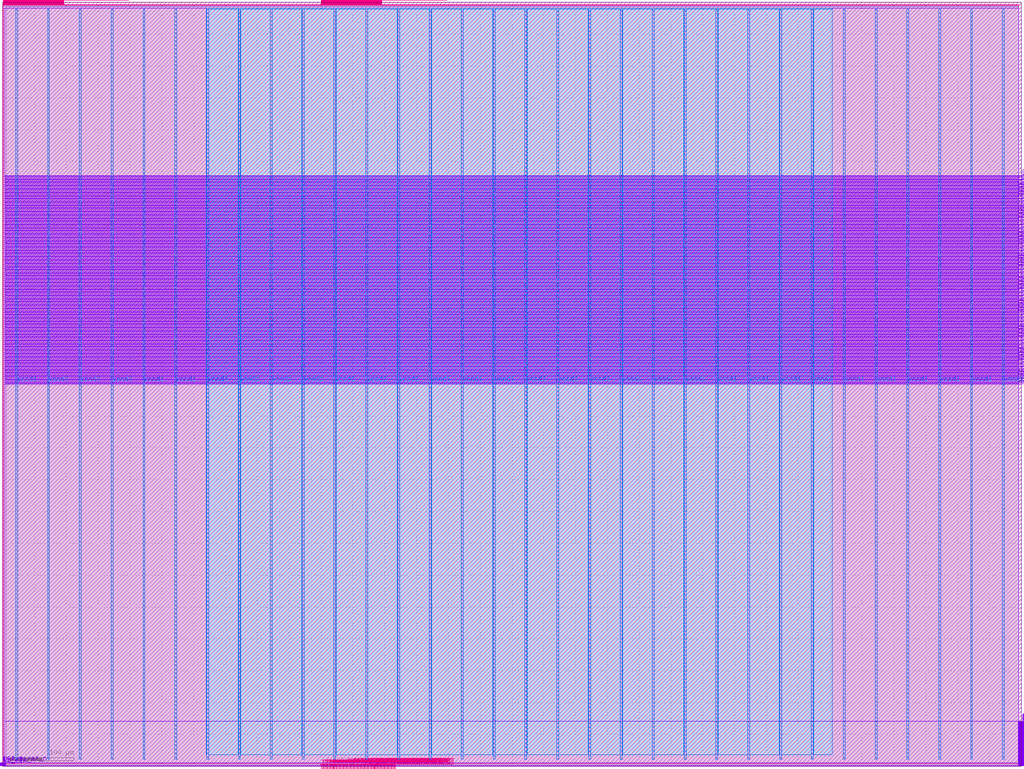
<source format=lef>
# Copyright 2020 The SkyWater PDK Authors
#
# Licensed under the Apache License, Version 2.0 (the "License");
# you may not use this file except in compliance with the License.
# You may obtain a copy of the License at
#
#     https://www.apache.org/licenses/LICENSE-2.0
#
# Unless required by applicable law or agreed to in writing, software
# distributed under the License is distributed on an "AS IS" BASIS,
# WITHOUT WARRANTIES OR CONDITIONS OF ANY KIND, either express or implied.
# See the License for the specific language governing permissions and
# limitations under the License.
#
# SPDX-License-Identifier: Apache-2.0

VERSION 5.7 ;

BUSBITCHARS "[]" ;
DIVIDERCHAR "/" ;

UNITS
  TIME NANOSECONDS 1 ;
  CAPACITANCE PICOFARADS 1 ;
  RESISTANCE OHMS 1 ;
  DATABASE MICRONS 1000 ;
END UNITS

MANUFACTURINGGRID 0.005 ;

PROPERTYDEFINITIONS
  LAYER LEF58_TYPE STRING ;
END PROPERTYDEFINITIONS

# High density, single height
SITE unithd
  SYMMETRY Y ;
  CLASS CORE ;
  SIZE 0.46 BY 2.72 ;
END unithd

# High density, double height
SITE unithddbl
  SYMMETRY Y ;
  CLASS CORE ;
  SIZE 0.46 BY 5.44 ;
END unithddbl

LAYER nwell
  TYPE MASTERSLICE ;
  PROPERTY LEF58_TYPE "TYPE NWELL ;" ;
END nwell

LAYER pwell
  TYPE MASTERSLICE ;
  PROPERTY LEF58_TYPE "TYPE PWELL ;" ;
END pwell

LAYER li1
  TYPE ROUTING ;
  DIRECTION VERTICAL ;

  PITCH 0.46 0.34 ;
  OFFSET 0.23 0.17 ;

  WIDTH 0.17 ;          # LI 1
  # SPACING  0.17 ;     # LI 2
  SPACINGTABLE
     PARALLELRUNLENGTH 0
     WIDTH 0 0.17 ;
  AREA 0.0561 ;         # LI 6
  THICKNESS 0.1 ;
  EDGECAPACITANCE 40.697E-6 ;
  CAPACITANCE CPERSQDIST 36.9866E-6 ;
  RESISTANCE RPERSQ 12.2 ;

  ANTENNAMODEL OXIDE1 ;
  ANTENNADIFFSIDEAREARATIO PWL ( ( 0 75 ) ( 0.0125 75 ) ( 0.0225 85.125 ) ( 22.5 10200 ) ) ;
END li1

LAYER mcon
  TYPE CUT ;

  WIDTH 0.17 ;                # Mcon 1
  SPACING 0.19 ;              # Mcon 2
  ENCLOSURE BELOW 0 0 ;       # Mcon 4
  ENCLOSURE ABOVE 0.03 0.06 ; # Met1 4 / Met1 5

  ANTENNADIFFAREARATIO PWL ( ( 0 3 ) ( 0.0125 3 ) ( 0.0225 3.405 ) ( 22.5 408 ) ) ;
  DCCURRENTDENSITY AVERAGE 0.36 ; # mA per via Iavg_max at Tj = 90oC

END mcon

LAYER met1
  TYPE ROUTING ;
  DIRECTION HORIZONTAL ;

  PITCH 0.34 ;
  OFFSET 0.17 ;

  WIDTH 0.14 ;                     # Met1 1
  # SPACING 0.14 ;                 # Met1 2
  # SPACING 0.28 RANGE 3.001 100 ; # Met1 3b
  SPACINGTABLE
     PARALLELRUNLENGTH 0
     WIDTH 0 0.14
     WIDTH 3 0.28 ;
  AREA 0.083 ;                     # Met1 6
  THICKNESS 0.35 ;
  MINENCLOSEDAREA 0.14 ;

  ANTENNAMODEL OXIDE1 ;
  ANTENNADIFFSIDEAREARATIO PWL ( ( 0 400 ) ( 0.0125 400 ) ( 0.0225 2609 ) ( 22.5 11600 ) ) ;

  EDGECAPACITANCE 40.567E-6 ;
  CAPACITANCE CPERSQDIST 25.7784E-6 ;
  DCCURRENTDENSITY AVERAGE 2.8 ; # mA/um Iavg_max at Tj = 90oC
  ACCURRENTDENSITY RMS 6.1 ; # mA/um Irms_max at Tj = 90oC
  MAXIMUMDENSITY 70 ;
  DENSITYCHECKWINDOW 700 700 ;
  DENSITYCHECKSTEP 70 ;

  RESISTANCE RPERSQ 0.125 ;
END met1

LAYER via
  TYPE CUT ;
  WIDTH 0.15 ;                  # Via 1a
  SPACING 0.17 ;                # Via 2
  ENCLOSURE BELOW 0.055 0.085 ; # Via 4a / Via 5a
  ENCLOSURE ABOVE 0.055 0.085 ; # Met2 4 / Met2 5

  ANTENNADIFFAREARATIO PWL ( ( 0 6 ) ( 0.0125 6 ) ( 0.0225 6.81 ) ( 22.5 816 ) ) ;
  DCCURRENTDENSITY AVERAGE 0.29 ; # mA per via Iavg_max at Tj = 90oC
END via

LAYER met2
  TYPE ROUTING ;
  DIRECTION VERTICAL ;

  PITCH 0.46 ;
  OFFSET 0.23 ;

  WIDTH 0.14 ;                        # Met2 1
  # SPACING  0.14 ;                   # Met2 2
  # SPACING  0.28 RANGE 3.001 100 ;   # Met2 3b
  SPACINGTABLE
     PARALLELRUNLENGTH 0
     WIDTH 0 0.14
     WIDTH 3 0.28 ;
  AREA 0.0676 ;                       # Met2 6
  THICKNESS 0.35 ;
  MINENCLOSEDAREA 0.14 ;

  EDGECAPACITANCE 37.759E-6 ;
  CAPACITANCE CPERSQDIST 16.9423E-6 ;
  RESISTANCE RPERSQ 0.125 ;
  DCCURRENTDENSITY AVERAGE 2.8 ; # mA/um Iavg_max at Tj = 90oC
  ACCURRENTDENSITY RMS 6.1 ; # mA/um Irms_max at Tj = 90oC

  ANTENNAMODEL OXIDE1 ;
  ANTENNADIFFSIDEAREARATIO PWL ( ( 0 400 ) ( 0.0125 400 ) ( 0.0225 2609 ) ( 22.5 11600 ) ) ;

  MAXIMUMDENSITY 70 ;
  DENSITYCHECKWINDOW 700 700 ;
  DENSITYCHECKSTEP 70 ;
END met2

# ******** Layer via2, type routing, number 44 **************
LAYER via2
  TYPE CUT ;
  WIDTH 0.2 ;                   # Via2 1
  SPACING 0.2 ;                 # Via2 2
  ENCLOSURE BELOW 0.04 0.085 ;  # Via2 4
  ENCLOSURE ABOVE 0.065 0.065 ; # Met3 4
  ANTENNADIFFAREARATIO PWL ( ( 0 6 ) ( 0.0125 6 ) ( 0.0225 6.81 ) ( 22.5 816 ) ) ;
  DCCURRENTDENSITY AVERAGE 0.48 ; # mA per via Iavg_max at Tj = 90oC
END via2

LAYER met3
  TYPE ROUTING ;
  DIRECTION HORIZONTAL ;

  PITCH 0.68 ;
  OFFSET 0.34 ;

  WIDTH 0.3 ;              # Met3 1
  # SPACING 0.3 ;          # Met3 2
  SPACINGTABLE
     PARALLELRUNLENGTH 0
     WIDTH 0 0.3
     WIDTH 3 0.4 ;
  AREA 0.24 ;              # Met3 6
  THICKNESS 0.8 ;

  EDGECAPACITANCE 40.989E-6 ;
  CAPACITANCE CPERSQDIST 12.3729E-6 ;
  RESISTANCE RPERSQ 0.047 ;
  DCCURRENTDENSITY AVERAGE 6.8 ; # mA/um Iavg_max at Tj = 90oC
  ACCURRENTDENSITY RMS 14.9 ; # mA/um Irms_max at Tj = 90oC

  ANTENNAMODEL OXIDE1 ;
  ANTENNADIFFSIDEAREARATIO PWL ( ( 0 400 ) ( 0.0125 400 ) ( 0.0225 2609 ) ( 22.5 11600 ) ) ;

  MAXIMUMDENSITY 70 ;
  DENSITYCHECKWINDOW 700 700 ;
  DENSITYCHECKSTEP 70 ;
END met3

LAYER via3
  TYPE CUT ;
  WIDTH 0.2 ;                   # Via3 1
  SPACING 0.2 ;                 # Via3 2
  ENCLOSURE BELOW 0.06 0.09 ;   # Via3 4 / Via3 5
  ENCLOSURE ABOVE 0.065 0.065 ; # Met4 3
  ANTENNADIFFAREARATIO PWL ( ( 0 6 ) ( 0.0125 6 ) ( 0.0225 6.81 ) ( 22.5 816 ) ) ;
  DCCURRENTDENSITY AVERAGE 0.48 ; # mA per via Iavg_max at Tj = 90oC
END via3

LAYER met4
  TYPE ROUTING ;
  DIRECTION VERTICAL ;

  PITCH 0.92 ;
  OFFSET 0.46 ;

  WIDTH 0.3 ;             # Met4 1
  # SPACING  0.3 ;             # Met4 2
  SPACINGTABLE
     PARALLELRUNLENGTH 0
     WIDTH 0 0.3
     WIDTH 3 0.4 ;
  AREA 0.24 ;            # Met4 4a

  THICKNESS 0.8 ;

  EDGECAPACITANCE 36.676E-6 ;
  CAPACITANCE CPERSQDIST 8.41537E-6 ;
  RESISTANCE RPERSQ 0.047 ;
  DCCURRENTDENSITY AVERAGE 6.8 ; # mA/um Iavg_max at Tj = 90oC
  ACCURRENTDENSITY RMS 14.9 ; # mA/um Irms_max at Tj = 90oC

  ANTENNAMODEL OXIDE1 ;
  ANTENNADIFFSIDEAREARATIO PWL ( ( 0 400 ) ( 0.0125 400 ) ( 0.0225 2609 ) ( 22.5 11600 ) ) ;

  MAXIMUMDENSITY 70 ;
  DENSITYCHECKWINDOW 700 700 ;
  DENSITYCHECKSTEP 70 ;
END met4

LAYER via4
  TYPE CUT ;

  WIDTH 0.8 ;                 # Via4 1
  SPACING 0.8 ;               # Via4 2
  ENCLOSURE BELOW 0.19 0.19 ; # Via4 4
  ENCLOSURE ABOVE 0.31 0.31 ; # Met5 3
  ANTENNADIFFAREARATIO PWL ( ( 0 6 ) ( 0.0125 6 ) ( 0.0225 6.81 ) ( 22.5 816 ) ) ;
  DCCURRENTDENSITY AVERAGE 2.49 ; # mA per via Iavg_max at Tj = 90oC
END via4

LAYER met5
  TYPE ROUTING ;
  DIRECTION HORIZONTAL ;

  PITCH 3.4 ;
  OFFSET 1.7 ;

  WIDTH 1.6 ;            # Met5 1
  #SPACING  1.6 ;        # Met5 2
  SPACINGTABLE
     PARALLELRUNLENGTH 0
     WIDTH 0 1.6 ;
  AREA 4 ;               # Met5 4

  THICKNESS 1.2 ;

  EDGECAPACITANCE 38.851E-6 ;
  CAPACITANCE CPERSQDIST 6.32063E-6 ;
  RESISTANCE RPERSQ 0.0285 ;
  DCCURRENTDENSITY AVERAGE 10.17 ; # mA/um Iavg_max at Tj = 90oC
  ACCURRENTDENSITY RMS 22.34 ; # mA/um Irms_max at Tj = 90oC

  ANTENNAMODEL OXIDE1 ;
  ANTENNADIFFSIDEAREARATIO PWL ( ( 0 400 ) ( 0.0125 400 ) ( 0.0225 2609 ) ( 22.5 11600 ) ) ;
END met5


### Routing via cells section   ###
# Plus via rule, metals are along the prefered direction
VIA L1M1_PR DEFAULT
  LAYER mcon ;
  RECT -0.085 -0.085 0.085 0.085 ;
  LAYER li1 ;
  RECT -0.085 -0.085 0.085 0.085 ;
  LAYER met1 ;
  RECT -0.145 -0.115 0.145 0.115 ;
END L1M1_PR

VIARULE L1M1_PR GENERATE
  LAYER li1 ;
  ENCLOSURE 0 0 ;
  LAYER met1 ;
  ENCLOSURE 0.06 0.03 ;
  LAYER mcon ;
  RECT -0.085 -0.085 0.085 0.085 ;
  SPACING 0.36 BY 0.36 ;
END L1M1_PR

# Plus via rule, metals are along the non prefered direction
VIA L1M1_PR_R DEFAULT
  LAYER mcon ;
  RECT -0.085 -0.085 0.085 0.085 ;
  LAYER li1 ;
  RECT -0.085 -0.085 0.085 0.085 ;
  LAYER met1 ;
  RECT -0.115 -0.145 0.115 0.145 ;
END L1M1_PR_R

VIARULE L1M1_PR_R GENERATE
  LAYER li1 ;
  ENCLOSURE 0 0 ;
  LAYER met1 ;
  ENCLOSURE 0.03 0.06 ;
  LAYER mcon ;
  RECT -0.085 -0.085 0.085 0.085 ;
  SPACING 0.36 BY 0.36 ;
END L1M1_PR_R

# Minus via rule, lower layer metal is along prefered direction
VIA L1M1_PR_M DEFAULT
  LAYER mcon ;
  RECT -0.085 -0.085 0.085 0.085 ;
  LAYER li1 ;
  RECT -0.085 -0.085 0.085 0.085 ;
  LAYER met1 ;
  RECT -0.115 -0.145 0.115 0.145 ;
END L1M1_PR_M

VIARULE L1M1_PR_M GENERATE
  LAYER li1 ;
  ENCLOSURE 0 0 ;
  LAYER met1 ;
  ENCLOSURE 0.03 0.06 ;
  LAYER mcon ;
  RECT -0.085 -0.085 0.085 0.085 ;
  SPACING 0.36 BY 0.36 ;
END L1M1_PR_M

# Minus via rule, upper layer metal is along prefered direction
VIA L1M1_PR_MR DEFAULT
  LAYER mcon ;
  RECT -0.085 -0.085 0.085 0.085 ;
  LAYER li1 ;
  RECT -0.085 -0.085 0.085 0.085 ;
  LAYER met1 ;
  RECT -0.145 -0.115 0.145 0.115 ;
END L1M1_PR_MR

VIARULE L1M1_PR_MR GENERATE
  LAYER li1 ;
  ENCLOSURE 0 0 ;
  LAYER met1 ;
  ENCLOSURE 0.06 0.03 ;
  LAYER mcon ;
  RECT -0.085 -0.085 0.085 0.085 ;
  SPACING 0.36 BY 0.36 ;
END L1M1_PR_MR

# Centered via rule, we really do not want to use it
VIA L1M1_PR_C DEFAULT
  LAYER mcon ;
  RECT -0.085 -0.085 0.085 0.085 ;
  LAYER li1 ;
  RECT -0.085 -0.085 0.085 0.085 ;
  LAYER met1 ;
  RECT -0.145 -0.145 0.145 0.145 ;
END L1M1_PR_C

VIARULE L1M1_PR_C GENERATE
  LAYER li1 ;
  ENCLOSURE 0 0 ;
  LAYER met1 ;
  ENCLOSURE 0.06 0.06 ;
  LAYER mcon ;
  RECT -0.085 -0.085 0.085 0.085 ;
  SPACING 0.36 BY 0.36 ;
END L1M1_PR_C

# Plus via rule, metals are along the prefered direction
VIA M1M2_PR DEFAULT
  LAYER via ;
  RECT -0.075 -0.075 0.075 0.075 ;
  LAYER met1 ;
  RECT -0.16 -0.13 0.16 0.13 ;
  LAYER met2 ;
  RECT -0.13 -0.16 0.13 0.16 ;
END M1M2_PR

VIARULE M1M2_PR GENERATE
  LAYER met1 ;
  ENCLOSURE 0.085 0.055 ;
  LAYER met2 ;
  ENCLOSURE 0.055 0.085 ;
  LAYER via ;
  RECT -0.075 -0.075 0.075 0.075 ;
  SPACING 0.32 BY 0.32 ;
END M1M2_PR

# Plus via rule, metals are along the non prefered direction
VIA M1M2_PR_R DEFAULT
  LAYER via ;
  RECT -0.075 -0.075 0.075 0.075 ;
  LAYER met1 ;
  RECT -0.13 -0.16 0.13 0.16 ;
  LAYER met2 ;
  RECT -0.16 -0.13 0.16 0.13 ;
END M1M2_PR_R

VIARULE M1M2_PR_R GENERATE
  LAYER met1 ;
  ENCLOSURE 0.055 0.085 ;
  LAYER met2 ;
  ENCLOSURE 0.085 0.055 ;
  LAYER via ;
  RECT -0.075 -0.075 0.075 0.075 ;
  SPACING 0.32 BY 0.32 ;
END M1M2_PR_R

# Minus via rule, lower layer metal is along prefered direction
VIA M1M2_PR_M DEFAULT
  LAYER via ;
  RECT -0.075 -0.075 0.075 0.075 ;
  LAYER met1 ;
  RECT -0.16 -0.13 0.16 0.13 ;
  LAYER met2 ;
  RECT -0.16 -0.13 0.16 0.13 ;
END M1M2_PR_M

VIARULE M1M2_PR_M GENERATE
  LAYER met1 ;
  ENCLOSURE 0.085 0.055 ;
  LAYER met2 ;
  ENCLOSURE 0.085 0.055 ;
  LAYER via ;
  RECT -0.075 -0.075 0.075 0.075 ;
  SPACING 0.32 BY 0.32 ;
END M1M2_PR_M

# Minus via rule, upper layer metal is along prefered direction
VIA M1M2_PR_MR DEFAULT
  LAYER via ;
  RECT -0.075 -0.075 0.075 0.075 ;
  LAYER met1 ;
  RECT -0.13 -0.16 0.13 0.16 ;
  LAYER met2 ;
  RECT -0.13 -0.16 0.13 0.16 ;
END M1M2_PR_MR

VIARULE M1M2_PR_MR GENERATE
  LAYER met1 ;
  ENCLOSURE 0.055 0.085 ;
  LAYER met2 ;
  ENCLOSURE 0.055 0.085 ;
  LAYER via ;
  RECT -0.075 -0.075 0.075 0.075 ;
  SPACING 0.32 BY 0.32 ;
END M1M2_PR_MR

# Centered via rule, we really do not want to use it
VIA M1M2_PR_C DEFAULT
  LAYER via ;
  RECT -0.075 -0.075 0.075 0.075 ;
  LAYER met1 ;
  RECT -0.16 -0.16 0.16 0.16 ;
  LAYER met2 ;
  RECT -0.16 -0.16 0.16 0.16 ;
END M1M2_PR_C

VIARULE M1M2_PR_C GENERATE
  LAYER met1 ;
  ENCLOSURE 0.085 0.085 ;
  LAYER met2 ;
  ENCLOSURE 0.085 0.085 ;
  LAYER via ;
  RECT -0.075 -0.075 0.075 0.075 ;
  SPACING 0.32 BY 0.32 ;
END M1M2_PR_C

# Plus via rule, metals are along the prefered direction
VIA M2M3_PR DEFAULT
  LAYER via2 ;
  RECT -0.1 -0.1 0.1 0.1 ;
  LAYER met2 ;
  RECT -0.14 -0.185 0.14 0.185 ;
  LAYER met3 ;
  RECT -0.165 -0.165 0.165 0.165 ;
END M2M3_PR

VIARULE M2M3_PR GENERATE
  LAYER met2 ;
  ENCLOSURE 0.04 0.085 ;
  LAYER met3 ;
  ENCLOSURE 0.065 0.065 ;
  LAYER via2 ;
  RECT -0.1 -0.1 0.1 0.1 ;
  SPACING 0.4 BY 0.4 ;
END M2M3_PR

# Plus via rule, metals are along the non prefered direction
VIA M2M3_PR_R DEFAULT
  LAYER via2 ;
  RECT -0.1 -0.1 0.1 0.1 ;
  LAYER met2 ;
  RECT -0.185 -0.14 0.185 0.14 ;
  LAYER met3 ;
  RECT -0.165 -0.165 0.165 0.165 ;
END M2M3_PR_R

VIARULE M2M3_PR_R GENERATE
  LAYER met2 ;
  ENCLOSURE 0.085 0.04 ;
  LAYER met3 ;
  ENCLOSURE 0.065 0.065 ;
  LAYER via2 ;
  RECT -0.1 -0.1 0.1 0.1 ;
  SPACING 0.4 BY 0.4 ;
END M2M3_PR_R

# Minus via rule, lower layer metal is along prefered direction
VIA M2M3_PR_M DEFAULT
  LAYER via2 ;
  RECT -0.1 -0.1 0.1 0.1 ;
  LAYER met2 ;
  RECT -0.14 -0.185 0.14 0.185 ;
  LAYER met3 ;
  RECT -0.165 -0.165 0.165 0.165 ;
END M2M3_PR_M

VIARULE M2M3_PR_M GENERATE
  LAYER met2 ;
  ENCLOSURE 0.04 0.085 ;
  LAYER met3 ;
  ENCLOSURE 0.065 0.065 ;
  LAYER via2 ;
  RECT -0.1 -0.1 0.1 0.1 ;
  SPACING 0.4 BY 0.4 ;
END M2M3_PR_M

# Minus via rule, upper layer metal is along prefered direction
VIA M2M3_PR_MR DEFAULT
  LAYER via2 ;
  RECT -0.1 -0.1 0.1 0.1 ;
  LAYER met2 ;
  RECT -0.185 -0.14 0.185 0.14 ;
  LAYER met3 ;
  RECT -0.165 -0.165 0.165 0.165 ;
END M2M3_PR_MR

VIARULE M2M3_PR_MR GENERATE
  LAYER met2 ;
  ENCLOSURE 0.085 0.04 ;
  LAYER met3 ;
  ENCLOSURE 0.065 0.065 ;
  LAYER via2 ;
  RECT -0.1 -0.1 0.1 0.1 ;
  SPACING 0.4 BY 0.4 ;
END M2M3_PR_MR

# Centered via rule, we really do not want to use it
VIA M2M3_PR_C DEFAULT
  LAYER via2 ;
  RECT -0.1 -0.1 0.1 0.1 ;
  LAYER met2 ;
  RECT -0.185 -0.185 0.185 0.185 ;
  LAYER met3 ;
  RECT -0.165 -0.165 0.165 0.165 ;
END M2M3_PR_C

VIARULE M2M3_PR_C GENERATE
  LAYER met2 ;
  ENCLOSURE 0.085 0.085 ;
  LAYER met3 ;
  ENCLOSURE 0.065 0.065 ;
  LAYER via2 ;
  RECT -0.1 -0.1 0.1 0.1 ;
  SPACING 0.4 BY 0.4 ;
END M2M3_PR_C

# Plus via rule, metals are along the prefered direction
VIA M3M4_PR DEFAULT
  LAYER via3 ;
  RECT -0.1 -0.1 0.1 0.1 ;
  LAYER met3 ;
  RECT -0.19 -0.16 0.19 0.16 ;
  LAYER met4 ;
  RECT -0.165 -0.165 0.165 0.165 ;
END M3M4_PR

VIARULE M3M4_PR GENERATE
  LAYER met3 ;
  ENCLOSURE 0.09 0.06 ;
  LAYER met4 ;
  ENCLOSURE 0.065 0.065 ;
  LAYER via3 ;
  RECT -0.1 -0.1 0.1 0.1 ;
  SPACING 0.4 BY 0.4 ;
END M3M4_PR

# Plus via rule, metals are along the non prefered direction
VIA M3M4_PR_R DEFAULT
  LAYER via3 ;
  RECT -0.1 -0.1 0.1 0.1 ;
  LAYER met3 ;
  RECT -0.16 -0.19 0.16 0.19 ;
  LAYER met4 ;
  RECT -0.165 -0.165 0.165 0.165 ;
END M3M4_PR_R

VIARULE M3M4_PR_R GENERATE
  LAYER met3 ;
  ENCLOSURE 0.06 0.09 ;
  LAYER met4 ;
  ENCLOSURE 0.065 0.065 ;
  LAYER via3 ;
  RECT -0.1 -0.1 0.1 0.1 ;
  SPACING 0.4 BY 0.4 ;
END M3M4_PR_R

# Minus via rule, lower layer metal is along prefered direction
VIA M3M4_PR_M DEFAULT
  LAYER via3 ;
  RECT -0.1 -0.1 0.1 0.1 ;
  LAYER met3 ;
  RECT -0.19 -0.16 0.19 0.16 ;
  LAYER met4 ;
  RECT -0.165 -0.165 0.165 0.165 ;
END M3M4_PR_M

VIARULE M3M4_PR_M GENERATE
  LAYER met3 ;
  ENCLOSURE 0.09 0.06 ;
  LAYER met4 ;
  ENCLOSURE 0.065 0.065 ;
  LAYER via3 ;
  RECT -0.1 -0.1 0.1 0.1 ;
  SPACING 0.4 BY 0.4 ;
END M3M4_PR_M

# Minus via rule, upper layer metal is along prefered direction
VIA M3M4_PR_MR DEFAULT
  LAYER via3 ;
  RECT -0.1 -0.1 0.1 0.1 ;
  LAYER met3 ;
  RECT -0.16 -0.19 0.16 0.19 ;
  LAYER met4 ;
  RECT -0.165 -0.165 0.165 0.165 ;
END M3M4_PR_MR

VIARULE M3M4_PR_MR GENERATE
  LAYER met3 ;
  ENCLOSURE 0.06 0.09 ;
  LAYER met4 ;
  ENCLOSURE 0.065 0.065 ;
  LAYER via3 ;
  RECT -0.1 -0.1 0.1 0.1 ;
  SPACING 0.4 BY 0.4 ;
END M3M4_PR_MR

# Centered via rule, we really do not want to use it
VIA M3M4_PR_C DEFAULT
  LAYER via3 ;
  RECT -0.1 -0.1 0.1 0.1 ;
  LAYER met3 ;
  RECT -0.19 -0.19 0.19 0.19 ;
  LAYER met4 ;
  RECT -0.165 -0.165 0.165 0.165 ;
END M3M4_PR_C

VIARULE M3M4_PR_C GENERATE
  LAYER met3 ;
  ENCLOSURE 0.09 0.09 ;
  LAYER met4 ;
  ENCLOSURE 0.065 0.065 ;
  LAYER via3 ;
  RECT -0.1 -0.1 0.1 0.1 ;
  SPACING 0.4 BY 0.4 ;
END M3M4_PR_C

# Plus via rule, metals are along the prefered direction
VIA M4M5_PR DEFAULT
  LAYER via4 ;
  RECT -0.4 -0.4 0.4 0.4 ;
  LAYER met4 ;
  RECT -0.59 -0.59 0.59 0.59 ;
  LAYER met5 ;
  RECT -0.71 -0.71 0.71 0.71 ;
END M4M5_PR

VIARULE M4M5_PR GENERATE
  LAYER met4 ;
  ENCLOSURE 0.19 0.19 ;
  LAYER met5 ;
  ENCLOSURE 0.31 0.31 ;
  LAYER via4 ;
  RECT -0.4 -0.4 0.4 0.4 ;
  SPACING 1.6 BY 1.6 ;
END M4M5_PR

# Plus via rule, metals are along the non prefered direction
VIA M4M5_PR_R DEFAULT
  LAYER via4 ;
  RECT -0.4 -0.4 0.4 0.4 ;
  LAYER met4 ;
  RECT -0.59 -0.59 0.59 0.59 ;
  LAYER met5 ;
  RECT -0.71 -0.71 0.71 0.71 ;
END M4M5_PR_R

VIARULE M4M5_PR_R GENERATE
  LAYER met4 ;
  ENCLOSURE 0.19 0.19 ;
  LAYER met5 ;
  ENCLOSURE 0.31 0.31 ;
  LAYER via4 ;
  RECT -0.4 -0.4 0.4 0.4 ;
  SPACING 1.6 BY 1.6 ;
END M4M5_PR_R

# Minus via rule, lower layer metal is along prefered direction
VIA M4M5_PR_M DEFAULT
  LAYER via4 ;
  RECT -0.4 -0.4 0.4 0.4 ;
  LAYER met4 ;
  RECT -0.59 -0.59 0.59 0.59 ;
  LAYER met5 ;
  RECT -0.71 -0.71 0.71 0.71 ;
END M4M5_PR_M

VIARULE M4M5_PR_M GENERATE
  LAYER met4 ;
  ENCLOSURE 0.19 0.19 ;
  LAYER met5 ;
  ENCLOSURE 0.31 0.31 ;
  LAYER via4 ;
  RECT -0.4 -0.4 0.4 0.4 ;
  SPACING 1.6 BY 1.6 ;
END M4M5_PR_M

# Minus via rule, upper layer metal is along prefered direction
VIA M4M5_PR_MR DEFAULT
  LAYER via4 ;
  RECT -0.4 -0.4 0.4 0.4 ;
  LAYER met4 ;
  RECT -0.59 -0.59 0.59 0.59 ;
  LAYER met5 ;
  RECT -0.71 -0.71 0.71 0.71 ;
END M4M5_PR_MR

VIARULE M4M5_PR_MR GENERATE
  LAYER met4 ;
  ENCLOSURE 0.19 0.19 ;
  LAYER met5 ;
  ENCLOSURE 0.31 0.31 ;
  LAYER via4 ;
  RECT -0.4 -0.4 0.4 0.4 ;
  SPACING 1.6 BY 1.6 ;
END M4M5_PR_MR

# Centered via rule, we really do not want to use it
VIA M4M5_PR_C DEFAULT
  LAYER via4 ;
  RECT -0.4 -0.4 0.4 0.4 ;
  LAYER met4 ;
  RECT -0.59 -0.59 0.59 0.59 ;
  LAYER met5 ;
  RECT -0.71 -0.71 0.71 0.71 ;
END M4M5_PR_C

VIARULE M4M5_PR_C GENERATE
  LAYER met4 ;
  ENCLOSURE 0.19 0.19 ;
  LAYER met5 ;
  ENCLOSURE 0.31 0.31 ;
  LAYER via4 ;
  RECT -0.4 -0.4 0.4 0.4 ;
  SPACING 1.6 BY 1.6 ;
END M4M5_PR_C
###  end of single via cells   ###


MACRO sky130_ef_sc_hd__fakediode_2
  CLASS CORE SPACER ;
  FOREIGN sky130_ef_sc_hd__fakediode_2 ;
  ORIGIN  0.000000  0.000000 ;
  SIZE  0.920000 BY  2.720000 ;
  SYMMETRY X Y R90 ;
  SITE unithd ;
  PIN DIODE
    DIRECTION INPUT ;
    USE SIGNAL ;
    PORT
      LAYER li1 ;
        RECT 0.085000 0.255000 0.835000 2.465000 ;
    END
  END DIODE
  PIN VGND
    DIRECTION INOUT ;
    SHAPE ABUTMENT ;
    USE GROUND ;
    PORT
      LAYER met1 ;
        RECT 0.000000 -0.240000 0.920000 0.240000 ;
    END
  END VGND
  PIN VNB
    DIRECTION INOUT ;
    USE GROUND ;
    PORT
      LAYER pwell ;
        RECT 0.145000 -0.085000 0.315000 0.085000 ;
    END
  END VNB
  PIN VPB
    DIRECTION INOUT ;
    USE POWER ;
    PORT
      LAYER nwell ;
        RECT -0.190000 1.305000 1.110000 2.910000 ;
    END
  END VPB
  PIN VPWR
    DIRECTION INOUT ;
    SHAPE ABUTMENT ;
    USE POWER ;
    PORT
      LAYER met1 ;
        RECT 0.000000 2.480000 0.920000 2.960000 ;
    END
  END VPWR
  OBS
    LAYER li1 ;
      RECT 0.000000 -0.085000 0.920000 0.085000 ;
      RECT 0.000000  2.635000 0.920000 2.805000 ;
    LAYER mcon ;
      RECT 0.145000 -0.085000 0.315000 0.085000 ;
      RECT 0.145000  2.635000 0.315000 2.805000 ;
      RECT 0.605000 -0.085000 0.775000 0.085000 ;
      RECT 0.605000  2.635000 0.775000 2.805000 ;
  END
END sky130_ef_sc_hd__fakediode_2
MACRO sky130_ef_sc_hd__fill_8
  CLASS CORE SPACER ;
  SOURCE USER ;
  ORIGIN  0.000000  0.000000 ;
  SIZE  3.680000 BY  2.720000 ;
  SYMMETRY X Y R90 ;
  SITE unithd ;
  PIN VGND
    DIRECTION INOUT ;
    SHAPE ABUTMENT ;
    USE GROUND ;
    PORT
      LAYER li1 ;
        RECT 0.000000 -0.085000 3.680000 0.085000 ;
    END
    PORT
      LAYER met1 ;
        RECT 0.000000 -0.240000 3.680000 0.240000 ;
    END
  END VGND
  PIN VPWR
    DIRECTION INOUT ;
    SHAPE ABUTMENT ;
    USE POWER ;
    PORT
      LAYER li1 ;
        RECT 0.000000 2.635000 3.680000 2.805000 ;
    END
    PORT
      LAYER met1 ;
        RECT 0.000000 2.480000 3.680000 2.960000 ;
    END
  END VPWR
  OBS
  END
END sky130_ef_sc_hd__fill_8
MACRO sky130_ef_sc_hd__decap_12
  CLASS BLOCK ;
  FOREIGN sky130_ef_sc_hd__decap_12 ;
  ORIGIN 0.000 0.000 ;
  SIZE 5.520 BY 2.720 ;
  PIN VGND
    DIRECTION INPUT ;
    USE GROUND ;
    PORT
      LAYER li1 ;
        RECT 1.670 0.630 2.010 1.460 ;
        RECT 0.085 0.085 5.430 0.630 ;
        RECT 0.000 -0.085 5.520 0.085 ;
      LAYER mcon ;
        RECT 0.605 -0.085 0.775 0.085 ;
        RECT 1.065 -0.085 1.235 0.085 ;
        RECT 1.525 -0.085 1.695 0.085 ;
        RECT 1.985 -0.085 2.155 0.085 ;
        RECT 2.445 -0.085 2.615 0.085 ;
        RECT 2.905 -0.085 3.075 0.085 ;
        RECT 3.365 -0.085 3.535 0.085 ;
        RECT 3.825 -0.085 3.995 0.085 ;
        RECT 4.285 -0.085 4.455 0.085 ;
        RECT 4.745 -0.085 4.915 0.085 ;
        RECT 5.205 -0.085 5.375 0.085 ;
      LAYER met1 ;
        RECT 0.000 -0.240 5.520 0.240 ;
    END
  END VGND
  PIN VNB
    DIRECTION INPUT ;
    PORT
      LAYER pwell ;
        RECT 0.080 -0.130 0.360 0.150 ;
    END
  END VNB
  PIN VPB
    DIRECTION INPUT ;
    PORT
      LAYER nwell ;
        RECT -0.190 1.305 5.710 2.910 ;
    END
  END VPB
  PIN VPWR
    DIRECTION INPUT ;
    USE POWER ;
    PORT
      LAYER li1 ;
        RECT 0.000 2.635 5.520 2.805 ;
        RECT 0.085 2.200 5.430 2.635 ;
        RECT 3.490 0.950 3.840 2.200 ;
      LAYER mcon ;
        RECT 0.605 2.635 0.775 2.805 ;
        RECT 1.065 2.635 1.235 2.805 ;
        RECT 1.525 2.635 1.695 2.805 ;
        RECT 1.985 2.635 2.155 2.805 ;
        RECT 2.445 2.635 2.615 2.805 ;
        RECT 2.905 2.635 3.075 2.805 ;
        RECT 3.365 2.635 3.535 2.805 ;
        RECT 3.825 2.635 3.995 2.805 ;
        RECT 4.285 2.635 4.455 2.805 ;
        RECT 4.745 2.635 4.915 2.805 ;
        RECT 5.205 2.635 5.375 2.805 ;
      LAYER met1 ;
        RECT 0.000 2.480 5.520 2.960 ;
    END
  END VPWR
END sky130_ef_sc_hd__decap_12
MACRO sky130_ef_sc_hd__fill_12
  CLASS CORE ;
  FOREIGN sky130_ef_sc_hd__fill_12 ;
  ORIGIN 0.000 0.000 ;
  SIZE 5.520 BY 2.720 ;
  SYMMETRY X Y R90 ;
  SITE unithd ;
  OBS
      LAYER nwell ;
        RECT -0.190 1.305 5.710 2.910 ;
      LAYER pwell ;
        RECT 0.145 -0.085 0.315 0.085 ;
        RECT 2.935 -0.060 3.045 0.060 ;
        RECT 4.755 -0.050 4.915 0.060 ;
      LAYER li1 ;
        RECT 0.000 2.635 5.520 2.805 ;
        RECT 0.085 1.545 2.675 2.635 ;
        RECT 0.085 0.855 1.295 1.375 ;
        RECT 1.465 1.025 2.675 1.545 ;
        RECT 0.085 0.085 2.675 0.855 ;
        RECT 0.000 -0.085 5.520 0.085 ;
      LAYER mcon ;
        RECT 0.145 2.635 0.315 2.805 ;
        RECT 0.605 2.635 0.775 2.805 ;
        RECT 1.065 2.635 1.235 2.805 ;
        RECT 1.525 2.635 1.695 2.805 ;
        RECT 1.985 2.635 2.155 2.805 ;
        RECT 2.445 2.635 2.615 2.805 ;
        RECT 2.905 2.635 3.075 2.805 ;
        RECT 3.365 2.635 3.535 2.805 ;
        RECT 3.825 2.635 3.995 2.805 ;
        RECT 4.285 2.635 4.455 2.805 ;
        RECT 4.745 2.635 4.915 2.805 ;
        RECT 5.205 2.635 5.375 2.805 ;
        RECT 0.145 -0.085 0.315 0.085 ;
        RECT 0.605 -0.085 0.775 0.085 ;
        RECT 1.065 -0.085 1.235 0.085 ;
        RECT 1.525 -0.085 1.695 0.085 ;
        RECT 1.985 -0.085 2.155 0.085 ;
        RECT 2.445 -0.085 2.615 0.085 ;
        RECT 2.905 -0.085 3.075 0.085 ;
        RECT 3.365 -0.085 3.535 0.085 ;
        RECT 3.825 -0.085 3.995 0.085 ;
        RECT 4.285 -0.085 4.455 0.085 ;
        RECT 4.745 -0.085 4.915 0.085 ;
        RECT 5.205 -0.085 5.375 0.085 ;
      LAYER met1 ;
        RECT 0.000 2.480 5.520 2.960 ;
        RECT 0.000 -0.240 5.520 0.240 ;
  END
END sky130_ef_sc_hd__fill_12
MACRO sky130_fd_sc_hd__a2bb2o_1
  CLASS CORE ;
  FOREIGN sky130_fd_sc_hd__a2bb2o_1 ;
  ORIGIN  0.000000  0.000000 ;
  SIZE  3.680000 BY  2.720000 ;
  SYMMETRY X Y R90 ;
  SITE unithd ;
  PIN A1_N
    ANTENNAGATEAREA  0.126000 ;
    DIRECTION INPUT ;
    USE SIGNAL ;
    PORT
      LAYER li1 ;
        RECT 0.910000 0.995000 1.240000 1.615000 ;
    END
  END A1_N
  PIN A2_N
    ANTENNAGATEAREA  0.126000 ;
    DIRECTION INPUT ;
    USE SIGNAL ;
    PORT
      LAYER li1 ;
        RECT 1.410000 0.995000 1.700000 1.375000 ;
    END
  END A2_N
  PIN B1
    ANTENNAGATEAREA  0.126000 ;
    DIRECTION INPUT ;
    USE SIGNAL ;
    PORT
      LAYER li1 ;
        RECT 3.280000 0.765000 3.540000 1.655000 ;
    END
  END B1
  PIN B2
    ANTENNAGATEAREA  0.126000 ;
    DIRECTION INPUT ;
    USE SIGNAL ;
    PORT
      LAYER li1 ;
        RECT 2.600000 1.355000 3.080000 1.655000 ;
        RECT 2.820000 0.765000 3.080000 1.355000 ;
    END
  END B2
  PIN X
    ANTENNADIFFAREA  0.429000 ;
    DIRECTION OUTPUT ;
    USE SIGNAL ;
    PORT
      LAYER li1 ;
        RECT 0.085000 0.255000 0.345000 0.810000 ;
        RECT 0.085000 0.810000 0.260000 1.525000 ;
        RECT 0.085000 1.525000 0.345000 2.465000 ;
    END
  END X
  PIN VGND
    DIRECTION INOUT ;
    SHAPE ABUTMENT ;
    USE GROUND ;
    PORT
      LAYER met1 ;
        RECT 0.000000 -0.240000 3.680000 0.240000 ;
    END
  END VGND
  PIN VNB
    DIRECTION INOUT ;
    USE GROUND ;
    PORT
      LAYER pwell ;
        RECT 0.150000 -0.085000 0.320000 0.085000 ;
    END
  END VNB
  PIN VPB
    DIRECTION INOUT ;
    USE POWER ;
    PORT
      LAYER nwell ;
        RECT -0.190000 1.305000 3.870000 2.910000 ;
    END
  END VPB
  PIN VPWR
    DIRECTION INOUT ;
    SHAPE ABUTMENT ;
    USE POWER ;
    PORT
      LAYER met1 ;
        RECT 0.000000 2.480000 3.680000 2.960000 ;
    END
  END VPWR
  OBS
    LAYER li1 ;
      RECT 0.000000 -0.085000 3.680000 0.085000 ;
      RECT 0.000000  2.635000 3.680000 2.805000 ;
      RECT 0.430000  0.995000 0.685000 1.325000 ;
      RECT 0.515000  0.085000 0.945000 0.530000 ;
      RECT 0.515000  1.325000 0.685000 1.805000 ;
      RECT 0.515000  1.805000 1.275000 1.975000 ;
      RECT 0.515000  2.235000 0.845000 2.635000 ;
      RECT 1.105000  1.975000 1.275000 2.200000 ;
      RECT 1.105000  2.200000 2.245000 2.370000 ;
      RECT 1.180000  0.255000 1.350000 0.655000 ;
      RECT 1.180000  0.655000 2.060000 0.825000 ;
      RECT 1.520000  0.085000 2.240000 0.485000 ;
      RECT 1.540000  1.545000 2.060000 1.715000 ;
      RECT 1.540000  1.715000 1.710000 1.905000 ;
      RECT 1.890000  0.825000 2.060000 1.545000 ;
      RECT 1.990000  1.895000 2.400000 2.065000 ;
      RECT 1.990000  2.065000 2.245000 2.200000 ;
      RECT 1.990000  2.370000 2.245000 2.465000 ;
      RECT 2.230000  0.700000 2.580000 0.870000 ;
      RECT 2.230000  0.870000 2.400000 1.895000 ;
      RECT 2.410000  0.255000 2.580000 0.700000 ;
      RECT 2.415000  2.255000 2.745000 2.425000 ;
      RECT 2.575000  1.835000 3.515000 2.005000 ;
      RECT 2.575000  2.005000 2.745000 2.255000 ;
      RECT 2.915000  2.175000 3.165000 2.635000 ;
      RECT 3.155000  0.085000 3.555000 0.595000 ;
      RECT 3.335000  2.005000 3.515000 2.465000 ;
    LAYER mcon ;
      RECT 0.145000 -0.085000 0.315000 0.085000 ;
      RECT 0.145000  2.635000 0.315000 2.805000 ;
      RECT 0.605000 -0.085000 0.775000 0.085000 ;
      RECT 0.605000  2.635000 0.775000 2.805000 ;
      RECT 1.065000 -0.085000 1.235000 0.085000 ;
      RECT 1.065000  2.635000 1.235000 2.805000 ;
      RECT 1.525000 -0.085000 1.695000 0.085000 ;
      RECT 1.525000  2.635000 1.695000 2.805000 ;
      RECT 1.985000 -0.085000 2.155000 0.085000 ;
      RECT 1.985000  2.635000 2.155000 2.805000 ;
      RECT 2.445000 -0.085000 2.615000 0.085000 ;
      RECT 2.445000  2.635000 2.615000 2.805000 ;
      RECT 2.905000 -0.085000 3.075000 0.085000 ;
      RECT 2.905000  2.635000 3.075000 2.805000 ;
      RECT 3.365000 -0.085000 3.535000 0.085000 ;
      RECT 3.365000  2.635000 3.535000 2.805000 ;
  END
END sky130_fd_sc_hd__a2bb2o_1
MACRO sky130_fd_sc_hd__a2bb2o_2
  CLASS CORE ;
  FOREIGN sky130_fd_sc_hd__a2bb2o_2 ;
  ORIGIN  0.000000  0.000000 ;
  SIZE  4.140000 BY  2.720000 ;
  SYMMETRY X Y R90 ;
  SITE unithd ;
  PIN A1_N
    ANTENNAGATEAREA  0.159000 ;
    DIRECTION INPUT ;
    USE SIGNAL ;
    PORT
      LAYER li1 ;
        RECT 1.345000 0.995000 1.675000 1.615000 ;
    END
  END A1_N
  PIN A2_N
    ANTENNAGATEAREA  0.159000 ;
    DIRECTION INPUT ;
    USE SIGNAL ;
    PORT
      LAYER li1 ;
        RECT 1.845000 0.995000 2.135000 1.375000 ;
    END
  END A2_N
  PIN B1
    ANTENNAGATEAREA  0.159000 ;
    DIRECTION INPUT ;
    USE SIGNAL ;
    PORT
      LAYER li1 ;
        RECT 3.730000 0.765000 3.990000 1.655000 ;
    END
  END B1
  PIN B2
    ANTENNAGATEAREA  0.159000 ;
    DIRECTION INPUT ;
    USE SIGNAL ;
    PORT
      LAYER li1 ;
        RECT 3.050000 1.355000 3.530000 1.655000 ;
        RECT 3.270000 0.765000 3.530000 1.355000 ;
    END
  END B2
  PIN X
    ANTENNADIFFAREA  0.445500 ;
    DIRECTION OUTPUT ;
    USE SIGNAL ;
    PORT
      LAYER li1 ;
        RECT 0.525000 0.255000 0.780000 0.810000 ;
        RECT 0.525000 0.810000 0.695000 1.525000 ;
        RECT 0.525000 1.525000 0.780000 2.465000 ;
    END
  END X
  PIN VGND
    DIRECTION INOUT ;
    SHAPE ABUTMENT ;
    USE GROUND ;
    PORT
      LAYER met1 ;
        RECT 0.000000 -0.240000 4.140000 0.240000 ;
    END
  END VGND
  PIN VNB
    DIRECTION INOUT ;
    USE GROUND ;
    PORT
      LAYER pwell ;
        RECT 0.125000 -0.085000 0.295000 0.085000 ;
    END
  END VNB
  PIN VPB
    DIRECTION INOUT ;
    USE POWER ;
    PORT
      LAYER nwell ;
        RECT -0.190000 1.305000 4.330000 2.910000 ;
    END
  END VPB
  PIN VPWR
    DIRECTION INOUT ;
    SHAPE ABUTMENT ;
    USE POWER ;
    PORT
      LAYER met1 ;
        RECT 0.000000 2.480000 4.140000 2.960000 ;
    END
  END VPWR
  OBS
    LAYER li1 ;
      RECT 0.000000 -0.085000 4.140000 0.085000 ;
      RECT 0.000000  2.635000 4.140000 2.805000 ;
      RECT 0.185000  0.085000 0.355000 0.930000 ;
      RECT 0.185000  1.445000 0.355000 2.635000 ;
      RECT 0.865000  0.995000 1.120000 1.325000 ;
      RECT 0.950000  0.085000 1.380000 0.530000 ;
      RECT 0.950000  1.325000 1.120000 1.805000 ;
      RECT 0.950000  1.805000 1.710000 1.975000 ;
      RECT 0.950000  2.235000 1.280000 2.635000 ;
      RECT 1.540000  1.975000 1.710000 2.200000 ;
      RECT 1.540000  2.200000 2.670000 2.370000 ;
      RECT 1.615000  0.255000 1.785000 0.655000 ;
      RECT 1.615000  0.655000 2.510000 0.825000 ;
      RECT 1.955000  0.085000 2.690000 0.485000 ;
      RECT 1.975000  1.545000 2.510000 1.715000 ;
      RECT 1.975000  1.715000 2.145000 1.905000 ;
      RECT 2.340000  0.825000 2.510000 1.545000 ;
      RECT 2.440000  1.895000 2.850000 2.065000 ;
      RECT 2.440000  2.065000 2.670000 2.200000 ;
      RECT 2.500000  2.370000 2.670000 2.465000 ;
      RECT 2.680000  0.700000 3.030000 0.870000 ;
      RECT 2.680000  0.870000 2.850000 1.895000 ;
      RECT 2.860000  0.255000 3.030000 0.700000 ;
      RECT 2.875000  2.255000 3.205000 2.425000 ;
      RECT 3.035000  1.835000 3.965000 2.005000 ;
      RECT 3.035000  2.005000 3.205000 2.255000 ;
      RECT 3.375000  2.175000 3.625000 2.635000 ;
      RECT 3.605000  0.085000 4.005000 0.595000 ;
      RECT 3.795000  2.005000 3.965000 2.465000 ;
    LAYER mcon ;
      RECT 0.145000 -0.085000 0.315000 0.085000 ;
      RECT 0.145000  2.635000 0.315000 2.805000 ;
      RECT 0.605000 -0.085000 0.775000 0.085000 ;
      RECT 0.605000  2.635000 0.775000 2.805000 ;
      RECT 1.065000 -0.085000 1.235000 0.085000 ;
      RECT 1.065000  2.635000 1.235000 2.805000 ;
      RECT 1.525000 -0.085000 1.695000 0.085000 ;
      RECT 1.525000  2.635000 1.695000 2.805000 ;
      RECT 1.985000 -0.085000 2.155000 0.085000 ;
      RECT 1.985000  2.635000 2.155000 2.805000 ;
      RECT 2.445000 -0.085000 2.615000 0.085000 ;
      RECT 2.445000  2.635000 2.615000 2.805000 ;
      RECT 2.905000 -0.085000 3.075000 0.085000 ;
      RECT 2.905000  2.635000 3.075000 2.805000 ;
      RECT 3.365000 -0.085000 3.535000 0.085000 ;
      RECT 3.365000  2.635000 3.535000 2.805000 ;
      RECT 3.825000 -0.085000 3.995000 0.085000 ;
      RECT 3.825000  2.635000 3.995000 2.805000 ;
  END
END sky130_fd_sc_hd__a2bb2o_2
MACRO sky130_fd_sc_hd__a2bb2o_4
  CLASS CORE ;
  FOREIGN sky130_fd_sc_hd__a2bb2o_4 ;
  ORIGIN  0.000000  0.000000 ;
  SIZE  7.360000 BY  2.720000 ;
  SYMMETRY X Y R90 ;
  SITE unithd ;
  PIN A1_N
    ANTENNAGATEAREA  0.495000 ;
    DIRECTION INPUT ;
    USE SIGNAL ;
    PORT
      LAYER li1 ;
        RECT 3.315000 1.075000 3.645000 1.325000 ;
        RECT 3.475000 1.325000 3.645000 1.445000 ;
        RECT 3.475000 1.445000 4.965000 1.615000 ;
        RECT 4.605000 1.075000 4.965000 1.445000 ;
    END
  END A1_N
  PIN A2_N
    ANTENNAGATEAREA  0.495000 ;
    DIRECTION INPUT ;
    USE SIGNAL ;
    PORT
      LAYER li1 ;
        RECT 3.815000 1.075000 4.435000 1.275000 ;
    END
  END A2_N
  PIN B1
    ANTENNAGATEAREA  0.495000 ;
    DIRECTION INPUT ;
    USE SIGNAL ;
    PORT
      LAYER li1 ;
        RECT 0.085000 1.075000 0.575000 1.445000 ;
        RECT 0.085000 1.445000 1.685000 1.615000 ;
        RECT 1.515000 1.075000 1.895000 1.245000 ;
        RECT 1.515000 1.245000 1.685000 1.445000 ;
    END
  END B1
  PIN B2
    ANTENNAGATEAREA  0.495000 ;
    DIRECTION INPUT ;
    USE SIGNAL ;
    PORT
      LAYER li1 ;
        RECT 0.805000 1.075000 1.345000 1.275000 ;
    END
  END B2
  PIN X
    ANTENNADIFFAREA  0.891000 ;
    DIRECTION OUTPUT ;
    USE SIGNAL ;
    PORT
      LAYER li1 ;
        RECT 5.235000 0.275000 5.565000 0.725000 ;
        RECT 5.235000 0.725000 6.920000 0.905000 ;
        RECT 5.275000 1.785000 6.365000 1.955000 ;
        RECT 5.275000 1.955000 5.525000 2.465000 ;
        RECT 6.075000 0.275000 6.405000 0.725000 ;
        RECT 6.115000 1.415000 6.920000 1.655000 ;
        RECT 6.115000 1.655000 6.365000 1.785000 ;
        RECT 6.115000 1.955000 6.365000 2.465000 ;
        RECT 6.610000 0.905000 6.920000 1.415000 ;
    END
  END X
  PIN VGND
    DIRECTION INOUT ;
    SHAPE ABUTMENT ;
    USE GROUND ;
    PORT
      LAYER met1 ;
        RECT 0.000000 -0.240000 7.360000 0.240000 ;
    END
  END VGND
  PIN VNB
    DIRECTION INOUT ;
    USE GROUND ;
    PORT
      LAYER pwell ;
        RECT 0.150000 -0.085000 0.320000 0.085000 ;
    END
  END VNB
  PIN VPB
    DIRECTION INOUT ;
    USE POWER ;
    PORT
      LAYER nwell ;
        RECT -0.190000 1.305000 7.550000 2.910000 ;
    END
  END VPB
  PIN VPWR
    DIRECTION INOUT ;
    SHAPE ABUTMENT ;
    USE POWER ;
    PORT
      LAYER met1 ;
        RECT 0.000000 2.480000 7.360000 2.960000 ;
    END
  END VPWR
  OBS
    LAYER li1 ;
      RECT 0.000000 -0.085000 7.360000 0.085000 ;
      RECT 0.000000  2.635000 7.360000 2.805000 ;
      RECT 0.135000  1.785000 2.065000 1.955000 ;
      RECT 0.135000  1.955000 0.385000 2.465000 ;
      RECT 0.175000  0.085000 0.345000 0.895000 ;
      RECT 0.515000  0.255000 1.685000 0.475000 ;
      RECT 0.515000  0.475000 0.765000 0.905000 ;
      RECT 0.555000  2.125000 0.805000 2.635000 ;
      RECT 0.935000  0.645000 1.270000 0.735000 ;
      RECT 0.935000  0.735000 2.525000 0.905000 ;
      RECT 0.975000  1.955000 1.225000 2.465000 ;
      RECT 1.395000  2.125000 1.645000 2.635000 ;
      RECT 1.815000  1.955000 2.065000 2.295000 ;
      RECT 1.815000  2.295000 2.905000 2.465000 ;
      RECT 1.855000  0.085000 2.025000 0.555000 ;
      RECT 1.855000  1.455000 2.065000 1.785000 ;
      RECT 2.195000  0.255000 2.525000 0.735000 ;
      RECT 2.235000  0.905000 2.445000 1.415000 ;
      RECT 2.235000  1.415000 2.620000 1.965000 ;
      RECT 2.235000  1.965000 2.485000 2.125000 ;
      RECT 2.615000  1.075000 3.145000 1.245000 ;
      RECT 2.655000  2.135000 2.905000 2.295000 ;
      RECT 2.695000  0.085000 3.385000 0.555000 ;
      RECT 2.955000  0.725000 4.725000 0.905000 ;
      RECT 2.955000  0.905000 3.145000 1.075000 ;
      RECT 2.955000  1.245000 3.145000 1.495000 ;
      RECT 2.955000  1.495000 3.305000 1.665000 ;
      RECT 3.135000  1.665000 3.305000 1.785000 ;
      RECT 3.135000  1.785000 4.265000 1.965000 ;
      RECT 3.175000  2.135000 3.425000 2.635000 ;
      RECT 3.555000  0.255000 3.885000 0.725000 ;
      RECT 3.595000  2.135000 3.845000 2.295000 ;
      RECT 3.595000  2.295000 4.685000 2.465000 ;
      RECT 4.015000  1.965000 4.265000 2.125000 ;
      RECT 4.055000  0.085000 4.225000 0.555000 ;
      RECT 4.395000  0.255000 4.725000 0.725000 ;
      RECT 4.435000  1.785000 4.685000 2.295000 ;
      RECT 4.855000  1.795000 5.105000 2.635000 ;
      RECT 4.895000  0.085000 5.065000 0.895000 ;
      RECT 5.135000  1.075000 6.440000 1.245000 ;
      RECT 5.135000  1.245000 5.460000 1.615000 ;
      RECT 5.695000  2.165000 5.945000 2.635000 ;
      RECT 5.735000  0.085000 5.905000 0.555000 ;
      RECT 6.535000  1.825000 6.785000 2.635000 ;
      RECT 6.575000  0.085000 6.745000 0.555000 ;
    LAYER mcon ;
      RECT 0.145000 -0.085000 0.315000 0.085000 ;
      RECT 0.145000  2.635000 0.315000 2.805000 ;
      RECT 0.605000 -0.085000 0.775000 0.085000 ;
      RECT 0.605000  2.635000 0.775000 2.805000 ;
      RECT 1.065000 -0.085000 1.235000 0.085000 ;
      RECT 1.065000  2.635000 1.235000 2.805000 ;
      RECT 1.525000 -0.085000 1.695000 0.085000 ;
      RECT 1.525000  2.635000 1.695000 2.805000 ;
      RECT 1.985000 -0.085000 2.155000 0.085000 ;
      RECT 1.985000  2.635000 2.155000 2.805000 ;
      RECT 2.445000 -0.085000 2.615000 0.085000 ;
      RECT 2.445000  2.635000 2.615000 2.805000 ;
      RECT 2.450000  1.445000 2.620000 1.615000 ;
      RECT 2.905000 -0.085000 3.075000 0.085000 ;
      RECT 2.905000  2.635000 3.075000 2.805000 ;
      RECT 3.365000 -0.085000 3.535000 0.085000 ;
      RECT 3.365000  2.635000 3.535000 2.805000 ;
      RECT 3.825000 -0.085000 3.995000 0.085000 ;
      RECT 3.825000  2.635000 3.995000 2.805000 ;
      RECT 4.285000 -0.085000 4.455000 0.085000 ;
      RECT 4.285000  2.635000 4.455000 2.805000 ;
      RECT 4.745000 -0.085000 4.915000 0.085000 ;
      RECT 4.745000  2.635000 4.915000 2.805000 ;
      RECT 5.205000 -0.085000 5.375000 0.085000 ;
      RECT 5.205000  2.635000 5.375000 2.805000 ;
      RECT 5.230000  1.445000 5.400000 1.615000 ;
      RECT 5.665000 -0.085000 5.835000 0.085000 ;
      RECT 5.665000  2.635000 5.835000 2.805000 ;
      RECT 6.125000 -0.085000 6.295000 0.085000 ;
      RECT 6.125000  2.635000 6.295000 2.805000 ;
      RECT 6.585000 -0.085000 6.755000 0.085000 ;
      RECT 6.585000  2.635000 6.755000 2.805000 ;
      RECT 7.045000 -0.085000 7.215000 0.085000 ;
      RECT 7.045000  2.635000 7.215000 2.805000 ;
    LAYER met1 ;
      RECT 2.390000 1.415000 2.680000 1.460000 ;
      RECT 2.390000 1.460000 5.460000 1.600000 ;
      RECT 2.390000 1.600000 2.680000 1.645000 ;
      RECT 5.170000 1.415000 5.460000 1.460000 ;
      RECT 5.170000 1.600000 5.460000 1.645000 ;
  END
END sky130_fd_sc_hd__a2bb2o_4
MACRO sky130_fd_sc_hd__a2bb2oi_1
  CLASS CORE ;
  FOREIGN sky130_fd_sc_hd__a2bb2oi_1 ;
  ORIGIN  0.000000  0.000000 ;
  SIZE  3.220000 BY  2.720000 ;
  SYMMETRY X Y R90 ;
  SITE unithd ;
  PIN A1_N
    ANTENNAGATEAREA  0.247500 ;
    DIRECTION INPUT ;
    USE SIGNAL ;
    PORT
      LAYER li1 ;
        RECT 0.150000 0.995000 0.520000 1.615000 ;
    END
  END A1_N
  PIN A2_N
    ANTENNAGATEAREA  0.247500 ;
    DIRECTION INPUT ;
    USE SIGNAL ;
    PORT
      LAYER li1 ;
        RECT 0.725000 1.010000 1.240000 1.275000 ;
    END
  END A2_N
  PIN B1
    ANTENNAGATEAREA  0.247500 ;
    DIRECTION INPUT ;
    USE SIGNAL ;
    PORT
      LAYER li1 ;
        RECT 2.780000 0.995000 3.070000 1.615000 ;
    END
  END B1
  PIN B2
    ANTENNAGATEAREA  0.247500 ;
    DIRECTION INPUT ;
    USE SIGNAL ;
    PORT
      LAYER li1 ;
        RECT 2.245000 0.995000 2.610000 1.615000 ;
        RECT 2.440000 0.425000 2.610000 0.995000 ;
    END
  END B2
  PIN Y
    ANTENNADIFFAREA  0.515500 ;
    DIRECTION OUTPUT ;
    USE SIGNAL ;
    PORT
      LAYER li1 ;
        RECT 1.420000 1.785000 1.945000 1.955000 ;
        RECT 1.420000 1.955000 1.785000 2.465000 ;
        RECT 1.775000 0.255000 2.205000 0.825000 ;
        RECT 1.775000 0.825000 1.945000 1.785000 ;
    END
  END Y
  PIN VGND
    DIRECTION INOUT ;
    SHAPE ABUTMENT ;
    USE GROUND ;
    PORT
      LAYER met1 ;
        RECT 0.000000 -0.240000 3.220000 0.240000 ;
    END
  END VGND
  PIN VNB
    DIRECTION INOUT ;
    USE GROUND ;
    PORT
      LAYER pwell ;
        RECT 0.145000 -0.085000 0.315000 0.085000 ;
    END
  END VNB
  PIN VPB
    DIRECTION INOUT ;
    USE POWER ;
    PORT
      LAYER nwell ;
        RECT -0.190000 1.305000 3.410000 2.910000 ;
    END
  END VPB
  PIN VPWR
    DIRECTION INOUT ;
    SHAPE ABUTMENT ;
    USE POWER ;
    PORT
      LAYER met1 ;
        RECT 0.000000 2.480000 3.220000 2.960000 ;
    END
  END VPWR
  OBS
    LAYER li1 ;
      RECT 0.000000 -0.085000 3.220000 0.085000 ;
      RECT 0.000000  2.635000 3.220000 2.805000 ;
      RECT 0.095000  0.085000 0.425000 0.825000 ;
      RECT 0.095000  1.805000 0.425000 2.635000 ;
      RECT 0.595000  0.255000 0.765000 0.660000 ;
      RECT 0.595000  0.660000 1.580000 0.830000 ;
      RECT 0.875000  1.445000 1.580000 1.615000 ;
      RECT 0.875000  1.615000 1.205000 2.465000 ;
      RECT 0.935000  0.085000 1.605000 0.490000 ;
      RECT 1.410000  0.830000 1.580000 1.445000 ;
      RECT 1.955000  2.235000 2.285000 2.465000 ;
      RECT 2.115000  1.785000 3.130000 1.955000 ;
      RECT 2.115000  1.955000 2.285000 2.235000 ;
      RECT 2.455000  2.135000 2.705000 2.635000 ;
      RECT 2.795000  0.085000 3.125000 0.825000 ;
      RECT 2.875000  1.955000 3.130000 2.465000 ;
    LAYER mcon ;
      RECT 0.145000 -0.085000 0.315000 0.085000 ;
      RECT 0.145000  2.635000 0.315000 2.805000 ;
      RECT 0.605000 -0.085000 0.775000 0.085000 ;
      RECT 0.605000  2.635000 0.775000 2.805000 ;
      RECT 1.065000 -0.085000 1.235000 0.085000 ;
      RECT 1.065000  2.635000 1.235000 2.805000 ;
      RECT 1.525000 -0.085000 1.695000 0.085000 ;
      RECT 1.525000  2.635000 1.695000 2.805000 ;
      RECT 1.985000 -0.085000 2.155000 0.085000 ;
      RECT 1.985000  2.635000 2.155000 2.805000 ;
      RECT 2.445000 -0.085000 2.615000 0.085000 ;
      RECT 2.445000  2.635000 2.615000 2.805000 ;
      RECT 2.905000 -0.085000 3.075000 0.085000 ;
      RECT 2.905000  2.635000 3.075000 2.805000 ;
  END
END sky130_fd_sc_hd__a2bb2oi_1
MACRO sky130_fd_sc_hd__a2bb2oi_2
  CLASS CORE ;
  FOREIGN sky130_fd_sc_hd__a2bb2oi_2 ;
  ORIGIN  0.000000  0.000000 ;
  SIZE  5.520000 BY  2.720000 ;
  SYMMETRY X Y R90 ;
  SITE unithd ;
  PIN A1_N
    ANTENNAGATEAREA  0.495000 ;
    DIRECTION INPUT ;
    USE SIGNAL ;
    PORT
      LAYER li1 ;
        RECT 3.310000 1.075000 4.205000 1.275000 ;
    END
  END A1_N
  PIN A2_N
    ANTENNAGATEAREA  0.495000 ;
    DIRECTION INPUT ;
    USE SIGNAL ;
    PORT
      LAYER li1 ;
        RECT 4.455000 1.075000 5.435000 1.275000 ;
    END
  END A2_N
  PIN B1
    ANTENNAGATEAREA  0.495000 ;
    DIRECTION INPUT ;
    USE SIGNAL ;
    PORT
      LAYER li1 ;
        RECT 0.085000 1.075000 0.710000 1.445000 ;
        RECT 0.085000 1.445000 2.030000 1.615000 ;
        RECT 1.700000 1.075000 2.030000 1.445000 ;
    END
  END B1
  PIN B2
    ANTENNAGATEAREA  0.495000 ;
    DIRECTION INPUT ;
    USE SIGNAL ;
    PORT
      LAYER li1 ;
        RECT 0.940000 1.075000 1.480000 1.275000 ;
    END
  END B2
  PIN Y
    ANTENNADIFFAREA  0.621000 ;
    DIRECTION OUTPUT ;
    USE SIGNAL ;
    PORT
      LAYER li1 ;
        RECT 1.070000 0.645000 1.400000 0.725000 ;
        RECT 1.070000 0.725000 2.660000 0.905000 ;
        RECT 2.330000 0.255000 2.660000 0.725000 ;
        RECT 2.370000 0.905000 2.660000 1.660000 ;
        RECT 2.370000 1.660000 2.620000 2.125000 ;
    END
  END Y
  PIN VGND
    DIRECTION INOUT ;
    SHAPE ABUTMENT ;
    USE GROUND ;
    PORT
      LAYER met1 ;
        RECT 0.000000 -0.240000 5.520000 0.240000 ;
    END
  END VGND
  PIN VNB
    DIRECTION INOUT ;
    USE GROUND ;
    PORT
      LAYER pwell ;
        RECT 0.145000 -0.085000 0.315000 0.085000 ;
    END
  END VNB
  PIN VPB
    DIRECTION INOUT ;
    USE POWER ;
    PORT
      LAYER nwell ;
        RECT -0.190000 1.305000 5.710000 2.910000 ;
    END
  END VPB
  PIN VPWR
    DIRECTION INOUT ;
    SHAPE ABUTMENT ;
    USE POWER ;
    PORT
      LAYER met1 ;
        RECT 0.000000 2.480000 5.520000 2.960000 ;
    END
  END VPWR
  OBS
    LAYER li1 ;
      RECT 0.000000 -0.085000 5.520000 0.085000 ;
      RECT 0.000000  2.635000 5.520000 2.805000 ;
      RECT 0.270000  1.785000 2.200000 1.955000 ;
      RECT 0.270000  1.955000 0.520000 2.465000 ;
      RECT 0.310000  0.085000 0.480000 0.895000 ;
      RECT 0.650000  0.255000 1.820000 0.475000 ;
      RECT 0.650000  0.475000 0.900000 0.895000 ;
      RECT 0.690000  2.135000 0.940000 2.635000 ;
      RECT 1.110000  1.955000 1.360000 2.465000 ;
      RECT 1.530000  2.135000 1.780000 2.635000 ;
      RECT 1.950000  1.955000 2.200000 2.295000 ;
      RECT 1.950000  2.295000 3.040000 2.465000 ;
      RECT 1.990000  0.085000 2.160000 0.555000 ;
      RECT 2.790000  1.795000 3.040000 2.295000 ;
      RECT 2.830000  0.085000 3.520000 0.555000 ;
      RECT 2.830000  0.995000 3.120000 1.325000 ;
      RECT 2.950000  0.725000 4.860000 0.905000 ;
      RECT 2.950000  0.905000 3.120000 0.995000 ;
      RECT 2.950000  1.325000 3.120000 1.445000 ;
      RECT 2.950000  1.445000 4.820000 1.615000 ;
      RECT 3.310000  1.785000 4.400000 1.965000 ;
      RECT 3.310000  1.965000 3.560000 2.465000 ;
      RECT 3.690000  0.255000 4.020000 0.725000 ;
      RECT 3.730000  2.135000 3.980000 2.635000 ;
      RECT 4.150000  1.965000 4.400000 2.295000 ;
      RECT 4.150000  2.295000 5.240000 2.465000 ;
      RECT 4.190000  0.085000 4.360000 0.555000 ;
      RECT 4.530000  0.255000 4.860000 0.725000 ;
      RECT 4.570000  1.615000 4.820000 2.125000 ;
      RECT 4.990000  1.455000 5.240000 2.295000 ;
      RECT 5.030000  0.085000 5.200000 0.905000 ;
    LAYER mcon ;
      RECT 0.145000 -0.085000 0.315000 0.085000 ;
      RECT 0.145000  2.635000 0.315000 2.805000 ;
      RECT 0.605000 -0.085000 0.775000 0.085000 ;
      RECT 0.605000  2.635000 0.775000 2.805000 ;
      RECT 1.065000 -0.085000 1.235000 0.085000 ;
      RECT 1.065000  2.635000 1.235000 2.805000 ;
      RECT 1.525000 -0.085000 1.695000 0.085000 ;
      RECT 1.525000  2.635000 1.695000 2.805000 ;
      RECT 1.985000 -0.085000 2.155000 0.085000 ;
      RECT 1.985000  2.635000 2.155000 2.805000 ;
      RECT 2.445000 -0.085000 2.615000 0.085000 ;
      RECT 2.445000  2.635000 2.615000 2.805000 ;
      RECT 2.905000 -0.085000 3.075000 0.085000 ;
      RECT 2.905000  2.635000 3.075000 2.805000 ;
      RECT 3.365000 -0.085000 3.535000 0.085000 ;
      RECT 3.365000  2.635000 3.535000 2.805000 ;
      RECT 3.825000 -0.085000 3.995000 0.085000 ;
      RECT 3.825000  2.635000 3.995000 2.805000 ;
      RECT 4.285000 -0.085000 4.455000 0.085000 ;
      RECT 4.285000  2.635000 4.455000 2.805000 ;
      RECT 4.745000 -0.085000 4.915000 0.085000 ;
      RECT 4.745000  2.635000 4.915000 2.805000 ;
      RECT 5.205000 -0.085000 5.375000 0.085000 ;
      RECT 5.205000  2.635000 5.375000 2.805000 ;
  END
END sky130_fd_sc_hd__a2bb2oi_2
MACRO sky130_fd_sc_hd__a2bb2oi_4
  CLASS CORE ;
  FOREIGN sky130_fd_sc_hd__a2bb2oi_4 ;
  ORIGIN  0.000000  0.000000 ;
  SIZE  9.660000 BY  2.720000 ;
  SYMMETRY X Y R90 ;
  SITE unithd ;
  PIN A1_N
    ANTENNAGATEAREA  0.990000 ;
    DIRECTION INPUT ;
    USE SIGNAL ;
    PORT
      LAYER li1 ;
        RECT 5.945000 1.075000 7.320000 1.275000 ;
    END
  END A1_N
  PIN A2_N
    ANTENNAGATEAREA  0.990000 ;
    DIRECTION INPUT ;
    USE SIGNAL ;
    PORT
      LAYER li1 ;
        RECT 7.595000 1.075000 9.045000 1.275000 ;
    END
  END A2_N
  PIN B1
    ANTENNAGATEAREA  0.990000 ;
    DIRECTION INPUT ;
    USE SIGNAL ;
    PORT
      LAYER li1 ;
        RECT 0.100000 1.075000 1.555000 1.285000 ;
        RECT 1.385000 1.285000 1.555000 1.445000 ;
        RECT 1.385000 1.445000 3.575000 1.615000 ;
        RECT 3.245000 1.075000 3.575000 1.445000 ;
    END
  END B1
  PIN B2
    ANTENNAGATEAREA  0.990000 ;
    DIRECTION INPUT ;
    USE SIGNAL ;
    PORT
      LAYER li1 ;
        RECT 1.725000 1.075000 3.075000 1.275000 ;
    END
  END B2
  PIN Y
    ANTENNADIFFAREA  1.242000 ;
    DIRECTION OUTPUT ;
    USE SIGNAL ;
    PORT
      LAYER li1 ;
        RECT 1.775000 0.645000 2.995000 0.725000 ;
        RECT 1.775000 0.725000 5.045000 0.905000 ;
        RECT 3.745000 0.905000 3.915000 1.415000 ;
        RECT 3.745000 1.415000 4.965000 1.615000 ;
        RECT 3.875000 0.275000 4.205000 0.725000 ;
        RECT 3.915000 1.615000 4.165000 2.125000 ;
        RECT 4.715000 0.275000 5.045000 0.725000 ;
        RECT 4.745000 1.615000 4.965000 2.125000 ;
    END
  END Y
  PIN VGND
    DIRECTION INOUT ;
    SHAPE ABUTMENT ;
    USE GROUND ;
    PORT
      LAYER met1 ;
        RECT 0.000000 -0.240000 9.660000 0.240000 ;
    END
  END VGND
  PIN VNB
    DIRECTION INOUT ;
    USE GROUND ;
    PORT
      LAYER pwell ;
        RECT 0.150000 -0.085000 0.320000 0.085000 ;
    END
  END VNB
  PIN VPB
    DIRECTION INOUT ;
    USE POWER ;
    PORT
      LAYER nwell ;
        RECT -0.190000 1.305000 9.850000 2.910000 ;
    END
  END VPB
  PIN VPWR
    DIRECTION INOUT ;
    SHAPE ABUTMENT ;
    USE POWER ;
    PORT
      LAYER met1 ;
        RECT 0.000000 2.480000 9.660000 2.960000 ;
    END
  END VPWR
  OBS
    LAYER li1 ;
      RECT 0.000000 -0.085000 9.660000 0.085000 ;
      RECT 0.000000  2.635000 9.660000 2.805000 ;
      RECT 0.085000  1.455000 1.215000 1.625000 ;
      RECT 0.085000  1.625000 0.425000 2.465000 ;
      RECT 0.175000  0.085000 0.345000 0.895000 ;
      RECT 0.515000  0.255000 0.845000 0.725000 ;
      RECT 0.515000  0.725000 1.605000 0.905000 ;
      RECT 0.595000  1.795000 0.805000 2.635000 ;
      RECT 0.975000  1.625000 1.215000 1.795000 ;
      RECT 0.975000  1.795000 3.745000 1.965000 ;
      RECT 0.975000  1.965000 1.215000 2.465000 ;
      RECT 1.015000  0.085000 1.185000 0.555000 ;
      RECT 1.355000  0.255000 3.365000 0.475000 ;
      RECT 1.355000  0.475000 1.605000 0.725000 ;
      RECT 1.395000  2.135000 1.645000 2.635000 ;
      RECT 1.815000  1.965000 2.065000 2.465000 ;
      RECT 2.235000  2.135000 2.485000 2.635000 ;
      RECT 2.655000  1.965000 2.905000 2.465000 ;
      RECT 3.075000  2.135000 3.325000 2.635000 ;
      RECT 3.495000  1.965000 3.745000 2.295000 ;
      RECT 3.495000  2.295000 5.465000 2.465000 ;
      RECT 3.535000  0.085000 3.705000 0.555000 ;
      RECT 4.085000  1.075000 5.725000 1.245000 ;
      RECT 4.335000  1.795000 4.575000 2.295000 ;
      RECT 4.375000  0.085000 4.545000 0.555000 ;
      RECT 5.135000  1.455000 5.465000 2.295000 ;
      RECT 5.215000  0.085000 5.905000 0.555000 ;
      RECT 5.555000  0.735000 9.575000 0.905000 ;
      RECT 5.555000  0.905000 5.725000 1.075000 ;
      RECT 5.655000  1.455000 7.625000 1.625000 ;
      RECT 5.655000  1.625000 5.985000 2.465000 ;
      RECT 6.075000  0.255000 6.405000 0.725000 ;
      RECT 6.075000  0.725000 8.925000 0.735000 ;
      RECT 6.155000  1.795000 6.365000 2.635000 ;
      RECT 6.540000  1.625000 6.780000 2.465000 ;
      RECT 6.575000  0.085000 6.745000 0.555000 ;
      RECT 6.915000  0.255000 7.245000 0.725000 ;
      RECT 6.955000  1.795000 7.205000 2.635000 ;
      RECT 7.375000  1.625000 7.625000 2.295000 ;
      RECT 7.375000  2.295000 9.310000 2.465000 ;
      RECT 7.415000  0.085000 7.585000 0.555000 ;
      RECT 7.755000  0.255000 8.085000 0.725000 ;
      RECT 7.795000  1.455000 9.575000 1.625000 ;
      RECT 7.795000  1.625000 8.045000 2.125000 ;
      RECT 8.215000  1.795000 8.465000 2.295000 ;
      RECT 8.255000  0.085000 8.425000 0.555000 ;
      RECT 8.595000  0.255000 8.925000 0.725000 ;
      RECT 8.635000  1.625000 8.885000 2.125000 ;
      RECT 9.060000  1.795000 9.310000 2.295000 ;
      RECT 9.095000  0.085000 9.265000 0.555000 ;
      RECT 9.215000  0.905000 9.575000 1.455000 ;
    LAYER mcon ;
      RECT 0.145000 -0.085000 0.315000 0.085000 ;
      RECT 0.145000  2.635000 0.315000 2.805000 ;
      RECT 0.605000 -0.085000 0.775000 0.085000 ;
      RECT 0.605000  2.635000 0.775000 2.805000 ;
      RECT 1.065000 -0.085000 1.235000 0.085000 ;
      RECT 1.065000  2.635000 1.235000 2.805000 ;
      RECT 1.525000 -0.085000 1.695000 0.085000 ;
      RECT 1.525000  2.635000 1.695000 2.805000 ;
      RECT 1.985000 -0.085000 2.155000 0.085000 ;
      RECT 1.985000  2.635000 2.155000 2.805000 ;
      RECT 2.445000 -0.085000 2.615000 0.085000 ;
      RECT 2.445000  2.635000 2.615000 2.805000 ;
      RECT 2.905000 -0.085000 3.075000 0.085000 ;
      RECT 2.905000  2.635000 3.075000 2.805000 ;
      RECT 3.365000 -0.085000 3.535000 0.085000 ;
      RECT 3.365000  2.635000 3.535000 2.805000 ;
      RECT 3.825000 -0.085000 3.995000 0.085000 ;
      RECT 3.825000  2.635000 3.995000 2.805000 ;
      RECT 4.285000 -0.085000 4.455000 0.085000 ;
      RECT 4.285000  2.635000 4.455000 2.805000 ;
      RECT 4.745000 -0.085000 4.915000 0.085000 ;
      RECT 4.745000  2.635000 4.915000 2.805000 ;
      RECT 5.205000 -0.085000 5.375000 0.085000 ;
      RECT 5.205000  2.635000 5.375000 2.805000 ;
      RECT 5.665000 -0.085000 5.835000 0.085000 ;
      RECT 5.665000  2.635000 5.835000 2.805000 ;
      RECT 6.125000 -0.085000 6.295000 0.085000 ;
      RECT 6.125000  2.635000 6.295000 2.805000 ;
      RECT 6.585000 -0.085000 6.755000 0.085000 ;
      RECT 6.585000  2.635000 6.755000 2.805000 ;
      RECT 7.045000 -0.085000 7.215000 0.085000 ;
      RECT 7.045000  2.635000 7.215000 2.805000 ;
      RECT 7.505000 -0.085000 7.675000 0.085000 ;
      RECT 7.505000  2.635000 7.675000 2.805000 ;
      RECT 7.965000 -0.085000 8.135000 0.085000 ;
      RECT 7.965000  2.635000 8.135000 2.805000 ;
      RECT 8.425000 -0.085000 8.595000 0.085000 ;
      RECT 8.425000  2.635000 8.595000 2.805000 ;
      RECT 8.885000 -0.085000 9.055000 0.085000 ;
      RECT 8.885000  2.635000 9.055000 2.805000 ;
      RECT 9.345000 -0.085000 9.515000 0.085000 ;
      RECT 9.345000  2.635000 9.515000 2.805000 ;
  END
END sky130_fd_sc_hd__a2bb2oi_4
MACRO sky130_fd_sc_hd__a21bo_1
  CLASS CORE ;
  FOREIGN sky130_fd_sc_hd__a21bo_1 ;
  ORIGIN  0.000000  0.000000 ;
  SIZE  3.680000 BY  2.720000 ;
  SYMMETRY X Y R90 ;
  SITE unithd ;
  PIN A1
    ANTENNAGATEAREA  0.247500 ;
    DIRECTION INPUT ;
    USE SIGNAL ;
    PORT
      LAYER li1 ;
        RECT 1.750000 0.995000 2.175000 1.615000 ;
    END
  END A1
  PIN A2
    ANTENNAGATEAREA  0.247500 ;
    DIRECTION INPUT ;
    USE SIGNAL ;
    PORT
      LAYER li1 ;
        RECT 2.370000 0.995000 2.630000 1.615000 ;
    END
  END A2
  PIN B1_N
    ANTENNAGATEAREA  0.126000 ;
    DIRECTION INPUT ;
    USE SIGNAL ;
    PORT
      LAYER li1 ;
        RECT 0.105000 0.325000 0.335000 1.665000 ;
    END
  END B1_N
  PIN X
    ANTENNADIFFAREA  0.429000 ;
    DIRECTION OUTPUT ;
    USE SIGNAL ;
    PORT
      LAYER li1 ;
        RECT 3.300000 0.265000 3.580000 2.455000 ;
    END
  END X
  PIN VGND
    DIRECTION INOUT ;
    SHAPE ABUTMENT ;
    USE GROUND ;
    PORT
      LAYER met1 ;
        RECT 0.000000 -0.240000 3.680000 0.240000 ;
    END
  END VGND
  PIN VNB
    DIRECTION INOUT ;
    USE GROUND ;
    PORT
      LAYER pwell ;
        RECT 0.145000 -0.085000 0.315000 0.085000 ;
    END
  END VNB
  PIN VPB
    DIRECTION INOUT ;
    USE POWER ;
    PORT
      LAYER nwell ;
        RECT -0.190000 1.305000 3.870000 2.910000 ;
    END
  END VPB
  PIN VPWR
    DIRECTION INOUT ;
    SHAPE ABUTMENT ;
    USE POWER ;
    PORT
      LAYER met1 ;
        RECT 0.000000 2.480000 3.680000 2.960000 ;
    END
  END VPWR
  OBS
    LAYER li1 ;
      RECT 0.000000 -0.085000 3.680000 0.085000 ;
      RECT 0.000000  2.635000 3.680000 2.805000 ;
      RECT 0.105000  1.845000 0.855000 2.045000 ;
      RECT 0.105000  2.045000 0.345000 2.435000 ;
      RECT 0.515000  0.265000 0.745000 1.165000 ;
      RECT 0.515000  1.165000 0.855000 1.845000 ;
      RECT 0.515000  2.225000 0.865000 2.635000 ;
      RECT 0.945000  0.085000 1.190000 0.865000 ;
      RECT 1.035000  1.045000 1.580000 1.345000 ;
      RECT 1.035000  1.345000 1.365000 2.455000 ;
      RECT 1.360000  0.265000 1.790000 0.625000 ;
      RECT 1.360000  0.625000 3.100000 0.815000 ;
      RECT 1.360000  0.815000 1.580000 1.045000 ;
      RECT 1.535000  1.785000 2.560000 1.985000 ;
      RECT 1.535000  1.985000 1.715000 2.455000 ;
      RECT 1.885000  2.155000 2.215000 2.635000 ;
      RECT 2.370000  0.085000 3.100000 0.455000 ;
      RECT 2.390000  1.985000 2.560000 2.455000 ;
      RECT 2.825000  1.495000 3.110000 2.635000 ;
      RECT 2.840000  0.815000 3.100000 1.325000 ;
    LAYER mcon ;
      RECT 0.145000 -0.085000 0.315000 0.085000 ;
      RECT 0.145000  2.635000 0.315000 2.805000 ;
      RECT 0.605000 -0.085000 0.775000 0.085000 ;
      RECT 0.605000  2.635000 0.775000 2.805000 ;
      RECT 1.065000 -0.085000 1.235000 0.085000 ;
      RECT 1.065000  2.635000 1.235000 2.805000 ;
      RECT 1.525000 -0.085000 1.695000 0.085000 ;
      RECT 1.525000  2.635000 1.695000 2.805000 ;
      RECT 1.985000 -0.085000 2.155000 0.085000 ;
      RECT 1.985000  2.635000 2.155000 2.805000 ;
      RECT 2.445000 -0.085000 2.615000 0.085000 ;
      RECT 2.445000  2.635000 2.615000 2.805000 ;
      RECT 2.905000 -0.085000 3.075000 0.085000 ;
      RECT 2.905000  2.635000 3.075000 2.805000 ;
      RECT 3.365000 -0.085000 3.535000 0.085000 ;
      RECT 3.365000  2.635000 3.535000 2.805000 ;
  END
END sky130_fd_sc_hd__a21bo_1
MACRO sky130_fd_sc_hd__a21bo_2
  CLASS CORE ;
  FOREIGN sky130_fd_sc_hd__a21bo_2 ;
  ORIGIN  0.000000  0.000000 ;
  SIZE  3.680000 BY  2.720000 ;
  SYMMETRY X Y R90 ;
  SITE unithd ;
  PIN A1
    ANTENNAGATEAREA  0.247500 ;
    DIRECTION INPUT ;
    USE SIGNAL ;
    PORT
      LAYER li1 ;
        RECT 2.685000 0.995000 3.100000 1.615000 ;
    END
  END A1
  PIN A2
    ANTENNAGATEAREA  0.247500 ;
    DIRECTION INPUT ;
    USE SIGNAL ;
    PORT
      LAYER li1 ;
        RECT 3.270000 0.995000 3.560000 1.615000 ;
    END
  END A2
  PIN B1_N
    ANTENNAGATEAREA  0.126000 ;
    DIRECTION INPUT ;
    USE SIGNAL ;
    PORT
      LAYER li1 ;
        RECT 1.070000 1.035000 1.525000 1.325000 ;
        RECT 1.330000 0.995000 1.525000 1.035000 ;
    END
  END B1_N
  PIN X
    ANTENNADIFFAREA  0.462000 ;
    DIRECTION OUTPUT ;
    USE SIGNAL ;
    PORT
      LAYER li1 ;
        RECT 0.150000 0.715000 0.850000 0.885000 ;
        RECT 0.150000 0.885000 0.380000 1.835000 ;
        RECT 0.150000 1.835000 0.850000 2.005000 ;
        RECT 0.520000 0.315000 0.850000 0.715000 ;
        RECT 0.595000 2.005000 0.850000 2.425000 ;
    END
  END X
  PIN VGND
    DIRECTION INOUT ;
    SHAPE ABUTMENT ;
    USE GROUND ;
    PORT
      LAYER met1 ;
        RECT 0.000000 -0.240000 3.680000 0.240000 ;
    END
  END VGND
  PIN VNB
    DIRECTION INOUT ;
    USE GROUND ;
    PORT
      LAYER pwell ;
        RECT 0.150000 -0.085000 0.320000 0.085000 ;
    END
  END VNB
  PIN VPB
    DIRECTION INOUT ;
    USE POWER ;
    PORT
      LAYER nwell ;
        RECT -0.190000 1.305000 3.870000 2.910000 ;
    END
  END VPB
  PIN VPWR
    DIRECTION INOUT ;
    SHAPE ABUTMENT ;
    USE POWER ;
    PORT
      LAYER met1 ;
        RECT 0.000000 2.480000 3.680000 2.960000 ;
    END
  END VPWR
  OBS
    LAYER li1 ;
      RECT 0.000000 -0.085000 3.680000 0.085000 ;
      RECT 0.000000  2.635000 3.680000 2.805000 ;
      RECT 0.090000  0.085000 0.345000 0.545000 ;
      RECT 0.090000  2.255000 0.425000 2.635000 ;
      RECT 0.570000  1.075000 0.900000 1.495000 ;
      RECT 0.570000  1.495000 1.285000 1.665000 ;
      RECT 1.020000  0.085000 1.220000 0.865000 ;
      RECT 1.040000  2.275000 1.370000 2.635000 ;
      RECT 1.115000  1.665000 1.285000 1.895000 ;
      RECT 1.115000  1.895000 2.225000 2.105000 ;
      RECT 1.455000  0.655000 1.865000 0.825000 ;
      RECT 1.455000  1.555000 1.865000 1.725000 ;
      RECT 1.695000  0.825000 1.865000 0.995000 ;
      RECT 1.695000  0.995000 2.175000 1.325000 ;
      RECT 1.695000  1.325000 1.865000 1.555000 ;
      RECT 1.975000  0.085000 2.305000 0.465000 ;
      RECT 1.975000  2.105000 2.225000 2.465000 ;
      RECT 2.055000  1.505000 2.515000 1.675000 ;
      RECT 2.055000  1.675000 2.225000 1.895000 ;
      RECT 2.345000  0.635000 2.740000 0.825000 ;
      RECT 2.345000  0.825000 2.515000 1.505000 ;
      RECT 2.395000  1.845000 3.565000 2.015000 ;
      RECT 2.395000  2.015000 2.725000 2.465000 ;
      RECT 2.895000  2.185000 3.065000 2.635000 ;
      RECT 3.235000  0.085000 3.565000 0.825000 ;
      RECT 3.235000  2.015000 3.565000 2.465000 ;
    LAYER mcon ;
      RECT 0.145000 -0.085000 0.315000 0.085000 ;
      RECT 0.145000  2.635000 0.315000 2.805000 ;
      RECT 0.605000 -0.085000 0.775000 0.085000 ;
      RECT 0.605000  2.635000 0.775000 2.805000 ;
      RECT 1.065000 -0.085000 1.235000 0.085000 ;
      RECT 1.065000  2.635000 1.235000 2.805000 ;
      RECT 1.525000 -0.085000 1.695000 0.085000 ;
      RECT 1.525000  2.635000 1.695000 2.805000 ;
      RECT 1.985000 -0.085000 2.155000 0.085000 ;
      RECT 1.985000  2.635000 2.155000 2.805000 ;
      RECT 2.445000 -0.085000 2.615000 0.085000 ;
      RECT 2.445000  2.635000 2.615000 2.805000 ;
      RECT 2.905000 -0.085000 3.075000 0.085000 ;
      RECT 2.905000  2.635000 3.075000 2.805000 ;
      RECT 3.365000 -0.085000 3.535000 0.085000 ;
      RECT 3.365000  2.635000 3.535000 2.805000 ;
  END
END sky130_fd_sc_hd__a21bo_2
MACRO sky130_fd_sc_hd__a21bo_4
  CLASS CORE ;
  FOREIGN sky130_fd_sc_hd__a21bo_4 ;
  ORIGIN  0.000000  0.000000 ;
  SIZE  5.980000 BY  2.720000 ;
  SYMMETRY X Y R90 ;
  SITE unithd ;
  PIN A1
    ANTENNAGATEAREA  0.495000 ;
    DIRECTION INPUT ;
    USE SIGNAL ;
    PORT
      LAYER li1 ;
        RECT 4.590000 1.010000 4.955000 1.360000 ;
    END
  END A1
  PIN A2
    ANTENNAGATEAREA  0.495000 ;
    DIRECTION INPUT ;
    USE SIGNAL ;
    PORT
      LAYER li1 ;
        RECT 4.025000 1.010000 4.420000 1.275000 ;
        RECT 4.245000 1.275000 4.420000 1.595000 ;
        RECT 4.245000 1.595000 5.390000 1.765000 ;
        RECT 5.220000 1.055000 5.700000 1.290000 ;
        RECT 5.220000 1.290000 5.390000 1.595000 ;
    END
  END A2
  PIN B1_N
    ANTENNAGATEAREA  0.247500 ;
    DIRECTION INPUT ;
    USE SIGNAL ;
    PORT
      LAYER li1 ;
        RECT 0.500000 1.010000 0.830000 1.625000 ;
    END
  END B1_N
  PIN X
    ANTENNADIFFAREA  0.924000 ;
    DIRECTION OUTPUT ;
    USE SIGNAL ;
    PORT
      LAYER li1 ;
        RECT 1.000000 0.615000 2.340000 0.785000 ;
        RECT 1.000000 0.785000 1.235000 1.595000 ;
        RECT 1.000000 1.595000 2.410000 1.765000 ;
    END
  END X
  PIN VGND
    DIRECTION INOUT ;
    SHAPE ABUTMENT ;
    USE GROUND ;
    PORT
      LAYER met1 ;
        RECT 0.000000 -0.240000 5.980000 0.240000 ;
    END
  END VGND
  PIN VNB
    DIRECTION INOUT ;
    USE GROUND ;
    PORT
      LAYER pwell ;
        RECT 0.145000 -0.085000 0.315000 0.085000 ;
    END
  END VNB
  PIN VPB
    DIRECTION INOUT ;
    USE POWER ;
    PORT
      LAYER nwell ;
        RECT -0.190000 1.305000 6.170000 2.910000 ;
    END
  END VPB
  PIN VPWR
    DIRECTION INOUT ;
    SHAPE ABUTMENT ;
    USE POWER ;
    PORT
      LAYER met1 ;
        RECT 0.000000 2.480000 5.980000 2.960000 ;
    END
  END VPWR
  OBS
    LAYER li1 ;
      RECT 0.000000 -0.085000 5.980000 0.085000 ;
      RECT 0.000000  2.635000 5.980000 2.805000 ;
      RECT 0.105000  0.255000 0.540000 0.840000 ;
      RECT 0.105000  0.840000 0.330000 1.795000 ;
      RECT 0.105000  1.795000 0.565000 1.935000 ;
      RECT 0.105000  1.935000 2.870000 2.105000 ;
      RECT 0.105000  2.105000 0.550000 2.465000 ;
      RECT 0.710000  0.085000 1.050000 0.445000 ;
      RECT 0.720000  2.275000 1.050000 2.635000 ;
      RECT 1.405000  0.995000 2.810000 1.185000 ;
      RECT 1.405000  1.185000 2.530000 1.325000 ;
      RECT 1.580000  0.085000 1.910000 0.445000 ;
      RECT 1.580000  2.275000 1.910000 2.635000 ;
      RECT 2.435000  2.275000 2.770000 2.635000 ;
      RECT 2.515000  0.085000 3.285000 0.445000 ;
      RECT 2.640000  0.615000 3.645000 0.670000 ;
      RECT 2.640000  0.670000 4.965000 0.785000 ;
      RECT 2.640000  0.785000 3.010000 0.800000 ;
      RECT 2.640000  0.800000 2.810000 0.995000 ;
      RECT 2.700000  1.355000 3.305000 1.525000 ;
      RECT 2.700000  1.525000 2.870000 1.935000 ;
      RECT 2.995000  0.995000 3.305000 1.355000 ;
      RECT 3.055000  1.695000 3.225000 2.210000 ;
      RECT 3.055000  2.210000 4.065000 2.380000 ;
      RECT 3.475000  0.255000 3.645000 0.615000 ;
      RECT 3.475000  0.785000 4.965000 0.840000 ;
      RECT 3.475000  0.840000 3.645000 1.805000 ;
      RECT 3.855000  0.085000 4.185000 0.445000 ;
      RECT 3.885000  1.445000 4.065000 1.935000 ;
      RECT 3.885000  1.935000 5.825000 2.105000 ;
      RECT 3.885000  2.105000 4.065000 2.210000 ;
      RECT 4.235000  2.275000 4.565000 2.635000 ;
      RECT 4.685000  0.405000 4.965000 0.670000 ;
      RECT 5.075000  2.275000 5.405000 2.635000 ;
      RECT 5.545000  0.085000 5.825000 0.885000 ;
      RECT 5.570000  1.460000 5.825000 1.935000 ;
    LAYER mcon ;
      RECT 0.145000 -0.085000 0.315000 0.085000 ;
      RECT 0.145000  2.635000 0.315000 2.805000 ;
      RECT 0.605000 -0.085000 0.775000 0.085000 ;
      RECT 0.605000  2.635000 0.775000 2.805000 ;
      RECT 1.065000 -0.085000 1.235000 0.085000 ;
      RECT 1.065000  2.635000 1.235000 2.805000 ;
      RECT 1.525000 -0.085000 1.695000 0.085000 ;
      RECT 1.525000  2.635000 1.695000 2.805000 ;
      RECT 1.985000 -0.085000 2.155000 0.085000 ;
      RECT 1.985000  2.635000 2.155000 2.805000 ;
      RECT 2.445000 -0.085000 2.615000 0.085000 ;
      RECT 2.445000  2.635000 2.615000 2.805000 ;
      RECT 2.905000 -0.085000 3.075000 0.085000 ;
      RECT 2.905000  2.635000 3.075000 2.805000 ;
      RECT 3.365000 -0.085000 3.535000 0.085000 ;
      RECT 3.365000  2.635000 3.535000 2.805000 ;
      RECT 3.825000 -0.085000 3.995000 0.085000 ;
      RECT 3.825000  2.635000 3.995000 2.805000 ;
      RECT 4.285000 -0.085000 4.455000 0.085000 ;
      RECT 4.285000  2.635000 4.455000 2.805000 ;
      RECT 4.745000 -0.085000 4.915000 0.085000 ;
      RECT 4.745000  2.635000 4.915000 2.805000 ;
      RECT 5.205000 -0.085000 5.375000 0.085000 ;
      RECT 5.205000  2.635000 5.375000 2.805000 ;
      RECT 5.665000 -0.085000 5.835000 0.085000 ;
      RECT 5.665000  2.635000 5.835000 2.805000 ;
  END
END sky130_fd_sc_hd__a21bo_4
MACRO sky130_fd_sc_hd__a21boi_0
  CLASS CORE ;
  FOREIGN sky130_fd_sc_hd__a21boi_0 ;
  ORIGIN  0.000000  0.000000 ;
  SIZE  2.760000 BY  2.720000 ;
  SYMMETRY X Y R90 ;
  SITE unithd ;
  PIN A1
    ANTENNAGATEAREA  0.159000 ;
    DIRECTION INPUT ;
    USE SIGNAL ;
    PORT
      LAYER li1 ;
        RECT 1.780000 0.765000 2.170000 1.615000 ;
    END
  END A1
  PIN A2
    ANTENNAGATEAREA  0.159000 ;
    DIRECTION INPUT ;
    USE SIGNAL ;
    PORT
      LAYER li1 ;
        RECT 2.340000 0.765000 2.615000 1.435000 ;
    END
  END A2
  PIN B1_N
    ANTENNAGATEAREA  0.126000 ;
    DIRECTION INPUT ;
    USE SIGNAL ;
    PORT
      LAYER li1 ;
        RECT 0.470000 1.200000 0.895000 1.955000 ;
    END
  END B1_N
  PIN Y
    ANTENNADIFFAREA  0.392200 ;
    DIRECTION OUTPUT ;
    USE SIGNAL ;
    PORT
      LAYER li1 ;
        RECT 1.065000 1.200000 1.610000 1.655000 ;
        RECT 1.065000 1.655000 1.305000 2.465000 ;
        RECT 1.315000 0.255000 1.610000 1.200000 ;
    END
  END Y
  PIN VGND
    DIRECTION INOUT ;
    SHAPE ABUTMENT ;
    USE GROUND ;
    PORT
      LAYER met1 ;
        RECT 0.000000 -0.240000 2.760000 0.240000 ;
    END
  END VGND
  PIN VNB
    DIRECTION INOUT ;
    USE GROUND ;
    PORT
      LAYER pwell ;
        RECT 0.145000 -0.085000 0.315000 0.085000 ;
    END
  END VNB
  PIN VPB
    DIRECTION INOUT ;
    USE POWER ;
    PORT
      LAYER nwell ;
        RECT -0.190000 1.305000 2.950000 2.910000 ;
    END
  END VPB
  PIN VPWR
    DIRECTION INOUT ;
    SHAPE ABUTMENT ;
    USE POWER ;
    PORT
      LAYER met1 ;
        RECT 0.000000 2.480000 2.760000 2.960000 ;
    END
  END VPWR
  OBS
    LAYER li1 ;
      RECT 0.000000 -0.085000 2.760000 0.085000 ;
      RECT 0.000000  2.635000 2.760000 2.805000 ;
      RECT 0.095000  0.280000 0.380000 0.780000 ;
      RECT 0.095000  0.780000 1.145000 1.030000 ;
      RECT 0.095000  1.030000 0.300000 2.085000 ;
      RECT 0.095000  2.085000 0.355000 2.465000 ;
      RECT 0.525000  2.175000 0.855000 2.635000 ;
      RECT 0.550000  0.085000 1.145000 0.610000 ;
      RECT 1.475000  1.825000 2.665000 2.005000 ;
      RECT 1.475000  2.005000 1.805000 2.465000 ;
      RECT 1.975000  2.175000 2.165000 2.635000 ;
      RECT 2.335000  0.085000 2.665000 0.595000 ;
      RECT 2.335000  2.005000 2.665000 2.465000 ;
    LAYER mcon ;
      RECT 0.145000 -0.085000 0.315000 0.085000 ;
      RECT 0.145000  2.635000 0.315000 2.805000 ;
      RECT 0.605000 -0.085000 0.775000 0.085000 ;
      RECT 0.605000  2.635000 0.775000 2.805000 ;
      RECT 1.065000 -0.085000 1.235000 0.085000 ;
      RECT 1.065000  2.635000 1.235000 2.805000 ;
      RECT 1.525000 -0.085000 1.695000 0.085000 ;
      RECT 1.525000  2.635000 1.695000 2.805000 ;
      RECT 1.985000 -0.085000 2.155000 0.085000 ;
      RECT 1.985000  2.635000 2.155000 2.805000 ;
      RECT 2.445000 -0.085000 2.615000 0.085000 ;
      RECT 2.445000  2.635000 2.615000 2.805000 ;
  END
END sky130_fd_sc_hd__a21boi_0
MACRO sky130_fd_sc_hd__a21boi_1
  CLASS CORE ;
  FOREIGN sky130_fd_sc_hd__a21boi_1 ;
  ORIGIN  0.000000  0.000000 ;
  SIZE  2.760000 BY  2.720000 ;
  SYMMETRY X Y R90 ;
  SITE unithd ;
  PIN A1
    ANTENNAGATEAREA  0.247500 ;
    DIRECTION INPUT ;
    USE SIGNAL ;
    PORT
      LAYER li1 ;
        RECT 1.760000 0.995000 2.155000 1.345000 ;
        RECT 1.945000 0.375000 2.155000 0.995000 ;
    END
  END A1
  PIN A2
    ANTENNAGATEAREA  0.247500 ;
    DIRECTION INPUT ;
    USE SIGNAL ;
    PORT
      LAYER li1 ;
        RECT 2.350000 0.995000 2.640000 1.345000 ;
    END
  END A2
  PIN B1_N
    ANTENNAGATEAREA  0.126000 ;
    DIRECTION INPUT ;
    USE SIGNAL ;
    PORT
      LAYER li1 ;
        RECT 0.105000 0.975000 0.335000 1.665000 ;
    END
  END B1_N
  PIN Y
    ANTENNADIFFAREA  0.551000 ;
    DIRECTION OUTPUT ;
    USE SIGNAL ;
    PORT
      LAYER li1 ;
        RECT 1.045000 1.045000 1.580000 1.345000 ;
        RECT 1.045000 1.345000 1.375000 2.455000 ;
        RECT 1.335000 0.265000 1.765000 0.795000 ;
        RECT 1.335000 0.795000 1.580000 1.045000 ;
    END
  END Y
  PIN VGND
    DIRECTION INOUT ;
    SHAPE ABUTMENT ;
    USE GROUND ;
    PORT
      LAYER met1 ;
        RECT 0.000000 -0.240000 2.760000 0.240000 ;
    END
  END VGND
  PIN VNB
    DIRECTION INOUT ;
    USE GROUND ;
    PORT
      LAYER pwell ;
        RECT 0.145000 -0.085000 0.315000 0.085000 ;
    END
  END VNB
  PIN VPB
    DIRECTION INOUT ;
    USE POWER ;
    PORT
      LAYER nwell ;
        RECT -0.190000 1.305000 2.950000 2.910000 ;
    END
  END VPB
  PIN VPWR
    DIRECTION INOUT ;
    SHAPE ABUTMENT ;
    USE POWER ;
    PORT
      LAYER met1 ;
        RECT 0.000000 2.480000 2.760000 2.960000 ;
    END
  END VPWR
  OBS
    LAYER li1 ;
      RECT 0.000000 -0.085000 2.760000 0.085000 ;
      RECT 0.000000  2.635000 2.760000 2.805000 ;
      RECT 0.095000  1.845000 0.855000 2.045000 ;
      RECT 0.095000  2.045000 0.355000 2.435000 ;
      RECT 0.365000  0.265000 0.745000 0.715000 ;
      RECT 0.515000  0.715000 0.745000 1.165000 ;
      RECT 0.515000  1.165000 0.855000 1.845000 ;
      RECT 0.525000  2.225000 0.855000 2.635000 ;
      RECT 0.925000  0.085000 1.155000 0.865000 ;
      RECT 1.545000  1.525000 2.585000 1.725000 ;
      RECT 1.545000  1.725000 1.735000 2.455000 ;
      RECT 1.905000  1.905000 2.235000 2.635000 ;
      RECT 2.325000  0.085000 2.655000 0.815000 ;
      RECT 2.415000  1.725000 2.585000 2.455000 ;
    LAYER mcon ;
      RECT 0.145000 -0.085000 0.315000 0.085000 ;
      RECT 0.145000  2.635000 0.315000 2.805000 ;
      RECT 0.605000 -0.085000 0.775000 0.085000 ;
      RECT 0.605000  2.635000 0.775000 2.805000 ;
      RECT 1.065000 -0.085000 1.235000 0.085000 ;
      RECT 1.065000  2.635000 1.235000 2.805000 ;
      RECT 1.525000 -0.085000 1.695000 0.085000 ;
      RECT 1.525000  2.635000 1.695000 2.805000 ;
      RECT 1.985000 -0.085000 2.155000 0.085000 ;
      RECT 1.985000  2.635000 2.155000 2.805000 ;
      RECT 2.445000 -0.085000 2.615000 0.085000 ;
      RECT 2.445000  2.635000 2.615000 2.805000 ;
  END
END sky130_fd_sc_hd__a21boi_1
MACRO sky130_fd_sc_hd__a21boi_2
  CLASS CORE ;
  FOREIGN sky130_fd_sc_hd__a21boi_2 ;
  ORIGIN  0.000000  0.000000 ;
  SIZE  4.140000 BY  2.720000 ;
  SYMMETRY X Y R90 ;
  SITE unithd ;
  PIN A1
    ANTENNAGATEAREA  0.495000 ;
    DIRECTION INPUT ;
    USE SIGNAL ;
    PORT
      LAYER li1 ;
        RECT 2.605000 0.995000 3.215000 1.325000 ;
    END
  END A1
  PIN A2
    ANTENNAGATEAREA  0.495000 ;
    DIRECTION INPUT ;
    USE SIGNAL ;
    PORT
      LAYER li1 ;
        RECT 2.095000 1.075000 2.425000 1.245000 ;
        RECT 2.100000 1.245000 2.425000 1.495000 ;
        RECT 2.100000 1.495000 3.675000 1.675000 ;
        RECT 3.385000 1.035000 3.795000 1.295000 ;
        RECT 3.385000 1.295000 3.675000 1.495000 ;
    END
  END A2
  PIN B1_N
    ANTENNAGATEAREA  0.126000 ;
    DIRECTION INPUT ;
    USE SIGNAL ;
    PORT
      LAYER li1 ;
        RECT 0.120000 0.765000 0.425000 1.805000 ;
    END
  END B1_N
  PIN Y
    ANTENNADIFFAREA  0.627500 ;
    DIRECTION OUTPUT ;
    USE SIGNAL ;
    PORT
      LAYER li1 ;
        RECT 1.520000 0.255000 1.720000 0.615000 ;
        RECT 1.520000 0.615000 3.060000 0.785000 ;
        RECT 1.520000 0.785000 1.715000 2.115000 ;
        RECT 2.730000 0.255000 3.060000 0.615000 ;
    END
  END Y
  PIN VGND
    DIRECTION INOUT ;
    SHAPE ABUTMENT ;
    USE GROUND ;
    PORT
      LAYER met1 ;
        RECT 0.000000 -0.240000 4.140000 0.240000 ;
    END
  END VGND
  PIN VNB
    DIRECTION INOUT ;
    USE GROUND ;
    PORT
      LAYER pwell ;
        RECT 0.150000 -0.085000 0.320000 0.085000 ;
    END
  END VNB
  PIN VPB
    DIRECTION INOUT ;
    USE POWER ;
    PORT
      LAYER nwell ;
        RECT -0.190000 1.305000 4.330000 2.910000 ;
    END
  END VPB
  PIN VPWR
    DIRECTION INOUT ;
    SHAPE ABUTMENT ;
    USE POWER ;
    PORT
      LAYER met1 ;
        RECT 0.000000 2.480000 4.140000 2.960000 ;
    END
  END VPWR
  OBS
    LAYER li1 ;
      RECT 0.000000 -0.085000 4.140000 0.085000 ;
      RECT 0.000000  2.635000 4.140000 2.805000 ;
      RECT 0.095000  2.080000 0.425000 2.635000 ;
      RECT 0.265000  0.360000 0.795000 0.530000 ;
      RECT 0.595000  0.530000 0.795000 1.070000 ;
      RECT 0.595000  1.070000 1.325000 1.285000 ;
      RECT 0.595000  1.285000 0.855000 2.265000 ;
      RECT 0.985000  0.085000 1.225000 0.885000 ;
      RECT 1.045000  1.795000 1.350000 2.285000 ;
      RECT 1.045000  2.285000 2.215000 2.465000 ;
      RECT 1.885000  1.855000 3.920000 2.025000 ;
      RECT 1.885000  2.025000 2.215000 2.285000 ;
      RECT 1.940000  0.085000 2.270000 0.445000 ;
      RECT 2.385000  2.195000 2.555000 2.635000 ;
      RECT 2.810000  2.025000 3.920000 2.105000 ;
      RECT 2.810000  2.105000 2.980000 2.465000 ;
      RECT 3.160000  2.275000 3.490000 2.635000 ;
      RECT 3.635000  0.085000 3.930000 0.865000 ;
      RECT 3.660000  2.105000 3.920000 2.465000 ;
    LAYER mcon ;
      RECT 0.145000 -0.085000 0.315000 0.085000 ;
      RECT 0.145000  2.635000 0.315000 2.805000 ;
      RECT 0.605000 -0.085000 0.775000 0.085000 ;
      RECT 0.605000  2.635000 0.775000 2.805000 ;
      RECT 1.065000 -0.085000 1.235000 0.085000 ;
      RECT 1.065000  2.635000 1.235000 2.805000 ;
      RECT 1.525000 -0.085000 1.695000 0.085000 ;
      RECT 1.525000  2.635000 1.695000 2.805000 ;
      RECT 1.985000 -0.085000 2.155000 0.085000 ;
      RECT 1.985000  2.635000 2.155000 2.805000 ;
      RECT 2.445000 -0.085000 2.615000 0.085000 ;
      RECT 2.445000  2.635000 2.615000 2.805000 ;
      RECT 2.905000 -0.085000 3.075000 0.085000 ;
      RECT 2.905000  2.635000 3.075000 2.805000 ;
      RECT 3.365000 -0.085000 3.535000 0.085000 ;
      RECT 3.365000  2.635000 3.535000 2.805000 ;
      RECT 3.825000 -0.085000 3.995000 0.085000 ;
      RECT 3.825000  2.635000 3.995000 2.805000 ;
  END
END sky130_fd_sc_hd__a21boi_2
MACRO sky130_fd_sc_hd__a21boi_4
  CLASS CORE ;
  FOREIGN sky130_fd_sc_hd__a21boi_4 ;
  ORIGIN  0.000000  0.000000 ;
  SIZE  6.900000 BY  2.720000 ;
  SYMMETRY X Y R90 ;
  SITE unithd ;
  PIN A1
    ANTENNAGATEAREA  0.990000 ;
    DIRECTION INPUT ;
    USE SIGNAL ;
    PORT
      LAYER li1 ;
        RECT 3.545000 1.065000 4.970000 1.310000 ;
    END
  END A1
  PIN A2
    ANTENNAGATEAREA  0.990000 ;
    DIRECTION INPUT ;
    USE SIGNAL ;
    PORT
      LAYER li1 ;
        RECT 3.030000 1.065000 3.375000 1.480000 ;
        RECT 3.030000 1.480000 6.450000 1.705000 ;
        RECT 5.205000 1.075000 6.450000 1.480000 ;
    END
  END A2
  PIN B1_N
    ANTENNAGATEAREA  0.247500 ;
    DIRECTION INPUT ;
    USE SIGNAL ;
    PORT
      LAYER li1 ;
        RECT 0.145000 1.075000 0.650000 1.615000 ;
        RECT 0.480000 0.995000 0.650000 1.075000 ;
    END
  END B1_N
  PIN Y
    ANTENNADIFFAREA  1.288000 ;
    DIRECTION OUTPUT ;
    USE SIGNAL ;
    PORT
      LAYER li1 ;
        RECT 1.275000 0.370000 1.465000 0.615000 ;
        RECT 1.275000 0.615000 2.325000 0.695000 ;
        RECT 1.275000 0.695000 4.885000 0.865000 ;
        RECT 1.560000 1.585000 2.860000 1.705000 ;
        RECT 1.560000 1.705000 2.725000 2.035000 ;
        RECT 2.135000 0.255000 2.325000 0.615000 ;
        RECT 2.570000 0.865000 4.885000 0.895000 ;
        RECT 2.570000 0.895000 2.860000 1.585000 ;
        RECT 3.255000 0.675000 4.885000 0.695000 ;
    END
  END Y
  PIN VGND
    DIRECTION INOUT ;
    SHAPE ABUTMENT ;
    USE GROUND ;
    PORT
      LAYER met1 ;
        RECT 0.000000 -0.240000 6.900000 0.240000 ;
    END
  END VGND
  PIN VNB
    DIRECTION INOUT ;
    USE GROUND ;
    PORT
      LAYER pwell ;
        RECT 0.145000 -0.085000 0.315000 0.085000 ;
    END
  END VNB
  PIN VPB
    DIRECTION INOUT ;
    USE POWER ;
    PORT
      LAYER nwell ;
        RECT -0.190000 1.305000 7.090000 2.910000 ;
    END
  END VPB
  PIN VPWR
    DIRECTION INOUT ;
    SHAPE ABUTMENT ;
    USE POWER ;
    PORT
      LAYER met1 ;
        RECT 0.000000 2.480000 6.900000 2.960000 ;
    END
  END VPWR
  OBS
    LAYER li1 ;
      RECT 0.000000 -0.085000 6.900000 0.085000 ;
      RECT 0.000000  2.635000 6.900000 2.805000 ;
      RECT 0.090000  0.255000 0.445000 0.615000 ;
      RECT 0.090000  0.615000 1.105000 0.795000 ;
      RECT 0.125000  1.785000 0.990000 2.005000 ;
      RECT 0.125000  2.005000 0.455000 2.465000 ;
      RECT 0.625000  2.175000 0.885000 2.635000 ;
      RECT 0.720000  0.085000 1.105000 0.445000 ;
      RECT 0.820000  0.795000 1.105000 1.035000 ;
      RECT 0.820000  1.035000 2.400000 1.345000 ;
      RECT 0.820000  1.345000 0.990000 1.785000 ;
      RECT 1.160000  1.795000 1.355000 2.215000 ;
      RECT 1.160000  2.215000 3.095000 2.465000 ;
      RECT 1.635000  0.085000 1.965000 0.445000 ;
      RECT 1.935000  2.205000 3.095000 2.215000 ;
      RECT 2.495000  0.085000 3.085000 0.525000 ;
      RECT 2.895000  1.875000 6.605000 2.105000 ;
      RECT 2.895000  2.105000 3.095000 2.205000 ;
      RECT 3.265000  0.255000 5.315000 0.505000 ;
      RECT 3.265000  2.275000 3.595000 2.635000 ;
      RECT 4.125000  2.275000 4.455000 2.635000 ;
      RECT 4.625000  2.105000 4.815000 2.465000 ;
      RECT 4.985000  2.275000 5.315000 2.635000 ;
      RECT 5.055000  0.505000 5.315000 0.735000 ;
      RECT 5.055000  0.735000 6.175000 0.905000 ;
      RECT 5.485000  0.085000 5.675000 0.565000 ;
      RECT 5.485000  2.105000 5.665000 2.465000 ;
      RECT 5.845000  0.255000 6.175000 0.735000 ;
      RECT 5.845000  2.275000 6.175000 2.635000 ;
      RECT 6.345000  0.085000 6.605000 0.885000 ;
      RECT 6.345000  2.105000 6.605000 2.465000 ;
    LAYER mcon ;
      RECT 0.145000 -0.085000 0.315000 0.085000 ;
      RECT 0.145000  2.635000 0.315000 2.805000 ;
      RECT 0.605000 -0.085000 0.775000 0.085000 ;
      RECT 0.605000  2.635000 0.775000 2.805000 ;
      RECT 1.065000 -0.085000 1.235000 0.085000 ;
      RECT 1.065000  2.635000 1.235000 2.805000 ;
      RECT 1.525000 -0.085000 1.695000 0.085000 ;
      RECT 1.525000  2.635000 1.695000 2.805000 ;
      RECT 1.985000 -0.085000 2.155000 0.085000 ;
      RECT 1.985000  2.635000 2.155000 2.805000 ;
      RECT 2.445000 -0.085000 2.615000 0.085000 ;
      RECT 2.445000  2.635000 2.615000 2.805000 ;
      RECT 2.905000 -0.085000 3.075000 0.085000 ;
      RECT 2.905000  2.635000 3.075000 2.805000 ;
      RECT 3.365000 -0.085000 3.535000 0.085000 ;
      RECT 3.365000  2.635000 3.535000 2.805000 ;
      RECT 3.825000 -0.085000 3.995000 0.085000 ;
      RECT 3.825000  2.635000 3.995000 2.805000 ;
      RECT 4.285000 -0.085000 4.455000 0.085000 ;
      RECT 4.285000  2.635000 4.455000 2.805000 ;
      RECT 4.745000 -0.085000 4.915000 0.085000 ;
      RECT 4.745000  2.635000 4.915000 2.805000 ;
      RECT 5.205000 -0.085000 5.375000 0.085000 ;
      RECT 5.205000  2.635000 5.375000 2.805000 ;
      RECT 5.665000 -0.085000 5.835000 0.085000 ;
      RECT 5.665000  2.635000 5.835000 2.805000 ;
      RECT 6.125000 -0.085000 6.295000 0.085000 ;
      RECT 6.125000  2.635000 6.295000 2.805000 ;
      RECT 6.585000 -0.085000 6.755000 0.085000 ;
      RECT 6.585000  2.635000 6.755000 2.805000 ;
  END
END sky130_fd_sc_hd__a21boi_4
MACRO sky130_fd_sc_hd__a21o_1
  CLASS CORE ;
  FOREIGN sky130_fd_sc_hd__a21o_1 ;
  ORIGIN  0.000000  0.000000 ;
  SIZE  2.760000 BY  2.720000 ;
  SYMMETRY X Y R90 ;
  SITE unithd ;
  PIN A1
    ANTENNAGATEAREA  0.247500 ;
    DIRECTION INPUT ;
    USE SIGNAL ;
    PORT
      LAYER li1 ;
        RECT 1.660000 1.015000 2.185000 1.325000 ;
        RECT 1.955000 0.375000 2.185000 1.015000 ;
    END
  END A1
  PIN A2
    ANTENNAGATEAREA  0.247500 ;
    DIRECTION INPUT ;
    USE SIGNAL ;
    PORT
      LAYER li1 ;
        RECT 2.365000 0.995000 2.665000 1.325000 ;
    END
  END A2
  PIN B1
    ANTENNAGATEAREA  0.247500 ;
    DIRECTION INPUT ;
    USE SIGNAL ;
    PORT
      LAYER li1 ;
        RECT 1.015000 1.015000 1.480000 1.325000 ;
    END
  END B1
  PIN X
    ANTENNADIFFAREA  0.429000 ;
    DIRECTION OUTPUT ;
    USE SIGNAL ;
    PORT
      LAYER li1 ;
        RECT 0.095000 0.265000 0.355000 2.455000 ;
    END
  END X
  PIN VGND
    DIRECTION INOUT ;
    SHAPE ABUTMENT ;
    USE GROUND ;
    PORT
      LAYER met1 ;
        RECT 0.000000 -0.240000 2.760000 0.240000 ;
    END
  END VGND
  PIN VNB
    DIRECTION INOUT ;
    USE GROUND ;
    PORT
      LAYER pwell ;
        RECT 0.145000 -0.085000 0.315000 0.085000 ;
    END
  END VNB
  PIN VPB
    DIRECTION INOUT ;
    USE POWER ;
    PORT
      LAYER nwell ;
        RECT -0.190000 1.305000 2.950000 2.910000 ;
    END
  END VPB
  PIN VPWR
    DIRECTION INOUT ;
    SHAPE ABUTMENT ;
    USE POWER ;
    PORT
      LAYER met1 ;
        RECT 0.000000 2.480000 2.760000 2.960000 ;
    END
  END VPWR
  OBS
    LAYER li1 ;
      RECT 0.000000 -0.085000 2.760000 0.085000 ;
      RECT 0.000000  2.635000 2.760000 2.805000 ;
      RECT 0.525000  1.905000 0.865000 2.635000 ;
      RECT 0.545000  0.635000 1.775000 0.835000 ;
      RECT 0.545000  0.835000 0.835000 1.505000 ;
      RECT 0.545000  1.505000 1.315000 1.725000 ;
      RECT 0.615000  0.085000 1.285000 0.455000 ;
      RECT 1.045000  1.725000 1.315000 2.455000 ;
      RECT 1.465000  0.265000 1.775000 0.635000 ;
      RECT 1.495000  1.505000 2.655000 1.745000 ;
      RECT 1.495000  1.745000 1.725000 2.455000 ;
      RECT 1.895000  1.925000 2.225000 2.635000 ;
      RECT 2.365000  0.085000 2.655000 0.815000 ;
      RECT 2.395000  1.745000 2.655000 2.455000 ;
    LAYER mcon ;
      RECT 0.145000 -0.085000 0.315000 0.085000 ;
      RECT 0.145000  2.635000 0.315000 2.805000 ;
      RECT 0.605000 -0.085000 0.775000 0.085000 ;
      RECT 0.605000  2.635000 0.775000 2.805000 ;
      RECT 1.065000 -0.085000 1.235000 0.085000 ;
      RECT 1.065000  2.635000 1.235000 2.805000 ;
      RECT 1.525000 -0.085000 1.695000 0.085000 ;
      RECT 1.525000  2.635000 1.695000 2.805000 ;
      RECT 1.985000 -0.085000 2.155000 0.085000 ;
      RECT 1.985000  2.635000 2.155000 2.805000 ;
      RECT 2.445000 -0.085000 2.615000 0.085000 ;
      RECT 2.445000  2.635000 2.615000 2.805000 ;
  END
END sky130_fd_sc_hd__a21o_1
MACRO sky130_fd_sc_hd__a21o_2
  CLASS CORE ;
  FOREIGN sky130_fd_sc_hd__a21o_2 ;
  ORIGIN  0.000000  0.000000 ;
  SIZE  3.220000 BY  2.720000 ;
  SYMMETRY X Y R90 ;
  SITE unithd ;
  PIN A1
    ANTENNAGATEAREA  0.247500 ;
    DIRECTION INPUT ;
    USE SIGNAL ;
    PORT
      LAYER li1 ;
        RECT 2.240000 0.365000 2.620000 1.325000 ;
    END
  END A1
  PIN A2
    ANTENNAGATEAREA  0.247500 ;
    DIRECTION INPUT ;
    USE SIGNAL ;
    PORT
      LAYER li1 ;
        RECT 2.810000 0.750000 3.125000 1.325000 ;
    END
  END A2
  PIN B1
    ANTENNAGATEAREA  0.247500 ;
    DIRECTION INPUT ;
    USE SIGNAL ;
    PORT
      LAYER li1 ;
        RECT 1.465000 0.995000 1.790000 1.410000 ;
    END
  END B1
  PIN X
    ANTENNADIFFAREA  0.462000 ;
    DIRECTION OUTPUT ;
    USE SIGNAL ;
    PORT
      LAYER li1 ;
        RECT 0.555000 0.635000 0.955000 0.825000 ;
        RECT 0.555000 0.825000 0.785000 2.465000 ;
        RECT 0.765000 0.255000 0.955000 0.635000 ;
    END
  END X
  PIN VGND
    DIRECTION INOUT ;
    SHAPE ABUTMENT ;
    USE GROUND ;
    PORT
      LAYER met1 ;
        RECT 0.000000 -0.240000 3.220000 0.240000 ;
    END
  END VGND
  PIN VNB
    DIRECTION INOUT ;
    USE GROUND ;
    PORT
      LAYER pwell ;
        RECT 0.150000 -0.085000 0.320000 0.085000 ;
    END
  END VNB
  PIN VPB
    DIRECTION INOUT ;
    USE POWER ;
    PORT
      LAYER nwell ;
        RECT -0.190000 1.305000 3.410000 2.910000 ;
    END
  END VPB
  PIN VPWR
    DIRECTION INOUT ;
    SHAPE ABUTMENT ;
    USE POWER ;
    PORT
      LAYER met1 ;
        RECT 0.000000 2.480000 3.220000 2.960000 ;
    END
  END VPWR
  OBS
    LAYER li1 ;
      RECT 0.000000 -0.085000 3.220000 0.085000 ;
      RECT 0.000000  2.635000 3.220000 2.805000 ;
      RECT 0.095000  1.665000 0.385000 2.635000 ;
      RECT 0.265000  0.085000 0.595000 0.465000 ;
      RECT 0.955000  0.995000 1.295000 1.690000 ;
      RECT 0.955000  1.690000 1.790000 1.920000 ;
      RECT 0.955000  2.220000 1.285000 2.635000 ;
      RECT 1.125000  0.085000 1.455000 0.445000 ;
      RECT 1.125000  0.655000 1.865000 0.825000 ;
      RECT 1.125000  0.825000 1.295000 0.995000 ;
      RECT 1.475000  1.920000 1.790000 2.465000 ;
      RECT 1.675000  0.255000 1.865000 0.655000 ;
      RECT 1.960000  1.670000 3.075000 1.935000 ;
      RECT 1.960000  1.935000 2.185000 2.465000 ;
      RECT 2.355000  2.125000 2.685000 2.635000 ;
      RECT 2.805000  0.085000 3.135000 0.565000 ;
      RECT 2.855000  1.935000 3.075000 2.465000 ;
    LAYER mcon ;
      RECT 0.145000 -0.085000 0.315000 0.085000 ;
      RECT 0.145000  2.635000 0.315000 2.805000 ;
      RECT 0.605000 -0.085000 0.775000 0.085000 ;
      RECT 0.605000  2.635000 0.775000 2.805000 ;
      RECT 1.065000 -0.085000 1.235000 0.085000 ;
      RECT 1.065000  2.635000 1.235000 2.805000 ;
      RECT 1.525000 -0.085000 1.695000 0.085000 ;
      RECT 1.525000  2.635000 1.695000 2.805000 ;
      RECT 1.985000 -0.085000 2.155000 0.085000 ;
      RECT 1.985000  2.635000 2.155000 2.805000 ;
      RECT 2.445000 -0.085000 2.615000 0.085000 ;
      RECT 2.445000  2.635000 2.615000 2.805000 ;
      RECT 2.905000 -0.085000 3.075000 0.085000 ;
      RECT 2.905000  2.635000 3.075000 2.805000 ;
  END
END sky130_fd_sc_hd__a21o_2
MACRO sky130_fd_sc_hd__a21o_4
  CLASS CORE ;
  FOREIGN sky130_fd_sc_hd__a21o_4 ;
  ORIGIN  0.000000  0.000000 ;
  SIZE  5.520000 BY  2.720000 ;
  SYMMETRY X Y R90 ;
  SITE unithd ;
  PIN A1
    ANTENNAGATEAREA  0.495000 ;
    DIRECTION INPUT ;
    USE SIGNAL ;
    PORT
      LAYER li1 ;
        RECT 3.990000 1.010000 4.515000 1.275000 ;
    END
  END A1
  PIN A2
    ANTENNAGATEAREA  0.495000 ;
    DIRECTION INPUT ;
    USE SIGNAL ;
    PORT
      LAYER li1 ;
        RECT 3.425000 1.010000 3.820000 1.275000 ;
        RECT 3.645000 1.275000 3.820000 1.510000 ;
        RECT 3.645000 1.510000 4.935000 1.680000 ;
        RECT 4.685000 1.055000 5.100000 1.290000 ;
        RECT 4.685000 1.290000 4.935000 1.510000 ;
    END
  END A2
  PIN B1
    ANTENNAGATEAREA  0.495000 ;
    DIRECTION INPUT ;
    USE SIGNAL ;
    PORT
      LAYER li1 ;
        RECT 2.395000 0.995000 2.705000 1.525000 ;
    END
  END B1
  PIN X
    ANTENNADIFFAREA  0.924000 ;
    DIRECTION OUTPUT ;
    USE SIGNAL ;
    PORT
      LAYER li1 ;
        RECT 0.145000 0.615000 1.735000 0.785000 ;
        RECT 0.145000 0.785000 0.630000 1.585000 ;
        RECT 0.145000 1.585000 1.735000 1.755000 ;
        RECT 0.625000 1.755000 0.795000 2.185000 ;
        RECT 1.485000 1.755000 1.735000 2.185000 ;
    END
  END X
  PIN VGND
    DIRECTION INOUT ;
    SHAPE ABUTMENT ;
    USE GROUND ;
    PORT
      LAYER met1 ;
        RECT 0.000000 -0.240000 5.520000 0.240000 ;
    END
  END VGND
  PIN VNB
    DIRECTION INOUT ;
    USE GROUND ;
    PORT
      LAYER pwell ;
        RECT 0.145000 -0.085000 0.315000 0.085000 ;
    END
  END VNB
  PIN VPB
    DIRECTION INOUT ;
    USE POWER ;
    PORT
      LAYER nwell ;
        RECT -0.190000 1.305000 5.710000 2.910000 ;
    END
  END VPB
  PIN VPWR
    DIRECTION INOUT ;
    SHAPE ABUTMENT ;
    USE POWER ;
    PORT
      LAYER met1 ;
        RECT 0.000000 2.480000 5.520000 2.960000 ;
    END
  END VPWR
  OBS
    LAYER li1 ;
      RECT 0.000000 -0.085000 5.520000 0.085000 ;
      RECT 0.000000  2.635000 5.520000 2.805000 ;
      RECT 0.105000  0.085000 0.445000 0.445000 ;
      RECT 0.115000  1.935000 0.445000 2.635000 ;
      RECT 0.800000  0.995000 2.205000 1.325000 ;
      RECT 0.975000  0.085000 1.305000 0.445000 ;
      RECT 0.975000  1.935000 1.305000 2.635000 ;
      RECT 1.910000  0.085000 2.685000 0.445000 ;
      RECT 1.915000  1.515000 2.165000 2.635000 ;
      RECT 2.035000  0.615000 3.045000 0.670000 ;
      RECT 2.035000  0.670000 4.365000 0.785000 ;
      RECT 2.035000  0.785000 2.205000 0.995000 ;
      RECT 2.455000  1.695000 2.625000 2.295000 ;
      RECT 2.455000  2.295000 3.465000 2.465000 ;
      RECT 2.875000  0.255000 3.045000 0.615000 ;
      RECT 2.875000  0.785000 4.365000 0.840000 ;
      RECT 2.875000  0.840000 3.045000 2.125000 ;
      RECT 3.255000  0.085000 3.585000 0.445000 ;
      RECT 3.285000  1.445000 3.465000 1.850000 ;
      RECT 3.285000  1.850000 5.360000 2.020000 ;
      RECT 3.285000  2.020000 3.465000 2.295000 ;
      RECT 3.635000  2.275000 3.965000 2.635000 ;
      RECT 4.085000  0.405000 4.365000 0.670000 ;
      RECT 4.135000  2.020000 4.305000 2.465000 ;
      RECT 4.475000  2.275000 4.805000 2.635000 ;
      RECT 4.945000  0.085000 5.225000 0.885000 ;
      RECT 5.030000  2.020000 5.360000 2.395000 ;
      RECT 5.105000  1.460000 5.360000 1.850000 ;
    LAYER mcon ;
      RECT 0.145000 -0.085000 0.315000 0.085000 ;
      RECT 0.145000  2.635000 0.315000 2.805000 ;
      RECT 0.605000 -0.085000 0.775000 0.085000 ;
      RECT 0.605000  2.635000 0.775000 2.805000 ;
      RECT 1.065000 -0.085000 1.235000 0.085000 ;
      RECT 1.065000  2.635000 1.235000 2.805000 ;
      RECT 1.525000 -0.085000 1.695000 0.085000 ;
      RECT 1.525000  2.635000 1.695000 2.805000 ;
      RECT 1.985000 -0.085000 2.155000 0.085000 ;
      RECT 1.985000  2.635000 2.155000 2.805000 ;
      RECT 2.445000 -0.085000 2.615000 0.085000 ;
      RECT 2.445000  2.635000 2.615000 2.805000 ;
      RECT 2.905000 -0.085000 3.075000 0.085000 ;
      RECT 2.905000  2.635000 3.075000 2.805000 ;
      RECT 3.365000 -0.085000 3.535000 0.085000 ;
      RECT 3.365000  2.635000 3.535000 2.805000 ;
      RECT 3.825000 -0.085000 3.995000 0.085000 ;
      RECT 3.825000  2.635000 3.995000 2.805000 ;
      RECT 4.285000 -0.085000 4.455000 0.085000 ;
      RECT 4.285000  2.635000 4.455000 2.805000 ;
      RECT 4.745000 -0.085000 4.915000 0.085000 ;
      RECT 4.745000  2.635000 4.915000 2.805000 ;
      RECT 5.205000 -0.085000 5.375000 0.085000 ;
      RECT 5.205000  2.635000 5.375000 2.805000 ;
  END
END sky130_fd_sc_hd__a21o_4
MACRO sky130_fd_sc_hd__a21oi_1
  CLASS CORE ;
  FOREIGN sky130_fd_sc_hd__a21oi_1 ;
  ORIGIN  0.000000  0.000000 ;
  SIZE  1.840000 BY  2.720000 ;
  SYMMETRY X Y R90 ;
  SITE unithd ;
  PIN A1
    ANTENNAGATEAREA  0.247500 ;
    DIRECTION INPUT ;
    USE SIGNAL ;
    PORT
      LAYER li1 ;
        RECT 0.850000 0.995000 1.265000 1.325000 ;
        RECT 1.035000 0.375000 1.265000 0.995000 ;
    END
  END A1
  PIN A2
    ANTENNAGATEAREA  0.247500 ;
    DIRECTION INPUT ;
    USE SIGNAL ;
    PORT
      LAYER li1 ;
        RECT 1.445000 0.995000 1.740000 1.325000 ;
    END
  END A2
  PIN B1
    ANTENNAGATEAREA  0.247500 ;
    DIRECTION INPUT ;
    USE SIGNAL ;
    PORT
      LAYER li1 ;
        RECT 0.095000 0.675000 0.335000 1.325000 ;
    END
  END B1
  PIN Y
    ANTENNADIFFAREA  0.447000 ;
    DIRECTION OUTPUT ;
    USE SIGNAL ;
    PORT
      LAYER li1 ;
        RECT 0.095000 1.495000 0.680000 1.685000 ;
        RECT 0.095000 1.685000 0.370000 2.455000 ;
        RECT 0.505000 0.645000 0.835000 0.825000 ;
        RECT 0.505000 0.825000 0.680000 1.495000 ;
        RECT 0.610000 0.265000 0.835000 0.645000 ;
    END
  END Y
  PIN VGND
    DIRECTION INOUT ;
    SHAPE ABUTMENT ;
    USE GROUND ;
    PORT
      LAYER met1 ;
        RECT 0.000000 -0.240000 1.840000 0.240000 ;
    END
  END VGND
  PIN VNB
    DIRECTION INOUT ;
    USE GROUND ;
    PORT
      LAYER pwell ;
        RECT 0.145000 -0.085000 0.315000 0.085000 ;
    END
  END VNB
  PIN VPB
    DIRECTION INOUT ;
    USE POWER ;
    PORT
      LAYER nwell ;
        RECT -0.190000 1.305000 2.030000 2.910000 ;
    END
  END VPB
  PIN VPWR
    DIRECTION INOUT ;
    SHAPE ABUTMENT ;
    USE POWER ;
    PORT
      LAYER met1 ;
        RECT 0.000000 2.480000 1.840000 2.960000 ;
    END
  END VPWR
  OBS
    LAYER li1 ;
      RECT 0.000000 -0.085000 1.840000 0.085000 ;
      RECT 0.000000  2.635000 1.840000 2.805000 ;
      RECT 0.110000  0.085000 0.440000 0.475000 ;
      RECT 0.540000  1.855000 1.745000 2.025000 ;
      RECT 0.540000  2.025000 0.870000 2.455000 ;
      RECT 0.850000  1.525000 1.745000 1.855000 ;
      RECT 1.040000  2.195000 1.235000 2.635000 ;
      RECT 1.415000  2.025000 1.745000 2.455000 ;
      RECT 1.445000  0.085000 1.745000 0.815000 ;
    LAYER mcon ;
      RECT 0.145000 -0.085000 0.315000 0.085000 ;
      RECT 0.145000  2.635000 0.315000 2.805000 ;
      RECT 0.605000 -0.085000 0.775000 0.085000 ;
      RECT 0.605000  2.635000 0.775000 2.805000 ;
      RECT 1.065000 -0.085000 1.235000 0.085000 ;
      RECT 1.065000  2.635000 1.235000 2.805000 ;
      RECT 1.525000 -0.085000 1.695000 0.085000 ;
      RECT 1.525000  2.635000 1.695000 2.805000 ;
  END
END sky130_fd_sc_hd__a21oi_1
MACRO sky130_fd_sc_hd__a21oi_2
  CLASS CORE ;
  FOREIGN sky130_fd_sc_hd__a21oi_2 ;
  ORIGIN  0.000000  0.000000 ;
  SIZE  3.220000 BY  2.720000 ;
  SYMMETRY X Y R90 ;
  SITE unithd ;
  PIN A1
    ANTENNAGATEAREA  0.495000 ;
    DIRECTION INPUT ;
    USE SIGNAL ;
    PORT
      LAYER li1 ;
        RECT 0.815000 0.995000 1.425000 1.325000 ;
    END
  END A1
  PIN A2
    ANTENNAGATEAREA  0.495000 ;
    DIRECTION INPUT ;
    USE SIGNAL ;
    PORT
      LAYER li1 ;
        RECT 0.145000 1.035000 0.645000 1.495000 ;
        RECT 0.145000 1.495000 1.930000 1.675000 ;
        RECT 1.605000 1.075000 1.935000 1.245000 ;
        RECT 1.605000 1.245000 1.930000 1.495000 ;
    END
  END A2
  PIN B1
    ANTENNAGATEAREA  0.495000 ;
    DIRECTION INPUT ;
    USE SIGNAL ;
    PORT
      LAYER li1 ;
        RECT 2.800000 0.995000 3.075000 1.625000 ;
    END
  END B1
  PIN Y
    ANTENNADIFFAREA  0.627500 ;
    DIRECTION OUTPUT ;
    USE SIGNAL ;
    PORT
      LAYER li1 ;
        RECT 0.955000 0.255000 1.300000 0.615000 ;
        RECT 0.955000 0.615000 2.615000 0.785000 ;
        RECT 2.295000 0.255000 2.615000 0.615000 ;
        RECT 2.315000 0.785000 2.615000 2.115000 ;
    END
  END Y
  PIN VGND
    DIRECTION INOUT ;
    SHAPE ABUTMENT ;
    USE GROUND ;
    PORT
      LAYER met1 ;
        RECT 0.000000 -0.240000 3.220000 0.240000 ;
    END
  END VGND
  PIN VNB
    DIRECTION INOUT ;
    USE GROUND ;
    PORT
      LAYER pwell ;
        RECT 0.145000 -0.085000 0.315000 0.085000 ;
    END
  END VNB
  PIN VPB
    DIRECTION INOUT ;
    USE POWER ;
    PORT
      LAYER nwell ;
        RECT -0.190000 1.305000 3.410000 2.910000 ;
    END
  END VPB
  PIN VPWR
    DIRECTION INOUT ;
    SHAPE ABUTMENT ;
    USE POWER ;
    PORT
      LAYER met1 ;
        RECT 0.000000 2.480000 3.220000 2.960000 ;
    END
  END VPWR
  OBS
    LAYER li1 ;
      RECT 0.000000 -0.085000 3.220000 0.085000 ;
      RECT 0.000000  2.635000 3.220000 2.805000 ;
      RECT 0.100000  0.085000 0.395000 0.865000 ;
      RECT 0.110000  1.855000 2.145000 2.025000 ;
      RECT 0.110000  2.025000 1.220000 2.105000 ;
      RECT 0.110000  2.105000 0.370000 2.465000 ;
      RECT 0.540000  2.275000 0.870000 2.635000 ;
      RECT 1.050000  2.105000 1.220000 2.465000 ;
      RECT 1.475000  2.195000 1.645000 2.635000 ;
      RECT 1.760000  0.085000 2.090000 0.445000 ;
      RECT 1.815000  2.025000 2.145000 2.285000 ;
      RECT 1.815000  2.285000 3.090000 2.465000 ;
      RECT 2.785000  1.795000 3.090000 2.285000 ;
      RECT 2.795000  0.085000 3.125000 0.825000 ;
    LAYER mcon ;
      RECT 0.145000 -0.085000 0.315000 0.085000 ;
      RECT 0.145000  2.635000 0.315000 2.805000 ;
      RECT 0.605000 -0.085000 0.775000 0.085000 ;
      RECT 0.605000  2.635000 0.775000 2.805000 ;
      RECT 1.065000 -0.085000 1.235000 0.085000 ;
      RECT 1.065000  2.635000 1.235000 2.805000 ;
      RECT 1.525000 -0.085000 1.695000 0.085000 ;
      RECT 1.525000  2.635000 1.695000 2.805000 ;
      RECT 1.985000 -0.085000 2.155000 0.085000 ;
      RECT 1.985000  2.635000 2.155000 2.805000 ;
      RECT 2.445000 -0.085000 2.615000 0.085000 ;
      RECT 2.445000  2.635000 2.615000 2.805000 ;
      RECT 2.905000 -0.085000 3.075000 0.085000 ;
      RECT 2.905000  2.635000 3.075000 2.805000 ;
  END
END sky130_fd_sc_hd__a21oi_2
MACRO sky130_fd_sc_hd__a21oi_4
  CLASS CORE ;
  FOREIGN sky130_fd_sc_hd__a21oi_4 ;
  ORIGIN  0.000000  0.000000 ;
  SIZE  5.980000 BY  2.720000 ;
  SYMMETRY X Y R90 ;
  SITE unithd ;
  PIN A1
    ANTENNAGATEAREA  0.990000 ;
    DIRECTION INPUT ;
    USE SIGNAL ;
    PORT
      LAYER li1 ;
        RECT 2.565000 1.065000 4.000000 1.310000 ;
    END
  END A1
  PIN A2
    ANTENNAGATEAREA  0.990000 ;
    DIRECTION INPUT ;
    USE SIGNAL ;
    PORT
      LAYER li1 ;
        RECT 2.050000 1.065000 2.395000 1.480000 ;
        RECT 2.050000 1.480000 5.470000 1.705000 ;
        RECT 4.225000 1.075000 5.470000 1.480000 ;
    END
  END A2
  PIN B1
    ANTENNAGATEAREA  0.990000 ;
    DIRECTION INPUT ;
    USE SIGNAL ;
    PORT
      LAYER li1 ;
        RECT 0.090000 0.995000 0.400000 1.035000 ;
        RECT 0.090000 1.035000 1.430000 1.415000 ;
    END
  END B1
  PIN Y
    ANTENNADIFFAREA  1.288000 ;
    DIRECTION OUTPUT ;
    USE SIGNAL ;
    PORT
      LAYER li1 ;
        RECT 0.580000 1.585000 1.880000 1.705000 ;
        RECT 0.580000 1.705000 1.745000 2.035000 ;
        RECT 0.595000 0.370000 0.785000 0.615000 ;
        RECT 0.595000 0.615000 1.645000 0.695000 ;
        RECT 0.595000 0.695000 3.905000 0.865000 ;
        RECT 1.455000 0.255000 1.645000 0.615000 ;
        RECT 1.600000 0.865000 3.905000 0.895000 ;
        RECT 1.600000 0.895000 1.880000 1.585000 ;
        RECT 2.275000 0.675000 3.905000 0.695000 ;
    END
  END Y
  PIN VGND
    DIRECTION INOUT ;
    SHAPE ABUTMENT ;
    USE GROUND ;
    PORT
      LAYER met1 ;
        RECT 0.000000 -0.240000 5.980000 0.240000 ;
    END
  END VGND
  PIN VNB
    DIRECTION INOUT ;
    USE GROUND ;
    PORT
      LAYER pwell ;
        RECT 0.150000 -0.085000 0.320000 0.085000 ;
    END
  END VNB
  PIN VPB
    DIRECTION INOUT ;
    USE POWER ;
    PORT
      LAYER nwell ;
        RECT -0.190000 1.305000 6.170000 2.910000 ;
    END
  END VPB
  PIN VPWR
    DIRECTION INOUT ;
    SHAPE ABUTMENT ;
    USE POWER ;
    PORT
      LAYER met1 ;
        RECT 0.000000 2.480000 5.980000 2.960000 ;
    END
  END VPWR
  OBS
    LAYER li1 ;
      RECT 0.000000 -0.085000 5.980000 0.085000 ;
      RECT 0.000000  2.635000 5.980000 2.805000 ;
      RECT 0.090000  0.085000 0.425000 0.805000 ;
      RECT 0.180000  1.795000 0.375000 2.215000 ;
      RECT 0.180000  2.215000 2.115000 2.465000 ;
      RECT 0.955000  0.085000 1.285000 0.445000 ;
      RECT 0.955000  2.205000 2.115000 2.215000 ;
      RECT 1.835000  0.085000 2.115000 0.525000 ;
      RECT 1.915000  1.875000 5.625000 2.105000 ;
      RECT 1.915000  2.105000 2.115000 2.205000 ;
      RECT 2.285000  0.255000 4.335000 0.505000 ;
      RECT 2.285000  2.275000 2.615000 2.635000 ;
      RECT 2.785000  2.105000 2.975000 2.465000 ;
      RECT 3.145000  2.275000 3.475000 2.635000 ;
      RECT 3.645000  2.105000 3.835000 2.465000 ;
      RECT 4.005000  2.275000 4.335000 2.635000 ;
      RECT 4.075000  0.505000 4.335000 0.735000 ;
      RECT 4.075000  0.735000 5.195000 0.905000 ;
      RECT 4.505000  0.085000 4.695000 0.565000 ;
      RECT 4.505000  2.105000 4.685000 2.465000 ;
      RECT 4.865000  0.255000 5.195000 0.735000 ;
      RECT 4.865000  2.275000 5.195000 2.635000 ;
      RECT 5.365000  0.085000 5.625000 0.885000 ;
      RECT 5.365000  2.105000 5.625000 2.465000 ;
    LAYER mcon ;
      RECT 0.145000 -0.085000 0.315000 0.085000 ;
      RECT 0.145000  2.635000 0.315000 2.805000 ;
      RECT 0.605000 -0.085000 0.775000 0.085000 ;
      RECT 0.605000  2.635000 0.775000 2.805000 ;
      RECT 1.065000 -0.085000 1.235000 0.085000 ;
      RECT 1.065000  2.635000 1.235000 2.805000 ;
      RECT 1.525000 -0.085000 1.695000 0.085000 ;
      RECT 1.525000  2.635000 1.695000 2.805000 ;
      RECT 1.985000 -0.085000 2.155000 0.085000 ;
      RECT 1.985000  2.635000 2.155000 2.805000 ;
      RECT 2.445000 -0.085000 2.615000 0.085000 ;
      RECT 2.445000  2.635000 2.615000 2.805000 ;
      RECT 2.905000 -0.085000 3.075000 0.085000 ;
      RECT 2.905000  2.635000 3.075000 2.805000 ;
      RECT 3.365000 -0.085000 3.535000 0.085000 ;
      RECT 3.365000  2.635000 3.535000 2.805000 ;
      RECT 3.825000 -0.085000 3.995000 0.085000 ;
      RECT 3.825000  2.635000 3.995000 2.805000 ;
      RECT 4.285000 -0.085000 4.455000 0.085000 ;
      RECT 4.285000  2.635000 4.455000 2.805000 ;
      RECT 4.745000 -0.085000 4.915000 0.085000 ;
      RECT 4.745000  2.635000 4.915000 2.805000 ;
      RECT 5.205000 -0.085000 5.375000 0.085000 ;
      RECT 5.205000  2.635000 5.375000 2.805000 ;
      RECT 5.665000 -0.085000 5.835000 0.085000 ;
      RECT 5.665000  2.635000 5.835000 2.805000 ;
  END
END sky130_fd_sc_hd__a21oi_4
MACRO sky130_fd_sc_hd__a22o_1
  CLASS CORE ;
  FOREIGN sky130_fd_sc_hd__a22o_1 ;
  ORIGIN  0.000000  0.000000 ;
  SIZE  3.220000 BY  2.720000 ;
  SYMMETRY X Y R90 ;
  SITE unithd ;
  PIN A1
    ANTENNAGATEAREA  0.247500 ;
    DIRECTION INPUT ;
    USE SIGNAL ;
    PORT
      LAYER li1 ;
        RECT 1.485000 0.675000 1.695000 1.075000 ;
        RECT 1.485000 1.075000 1.815000 1.285000 ;
    END
  END A1
  PIN A2
    ANTENNAGATEAREA  0.247500 ;
    DIRECTION INPUT ;
    USE SIGNAL ;
    PORT
      LAYER li1 ;
        RECT 1.985000 1.040000 2.395000 1.345000 ;
    END
  END A2
  PIN B1
    ANTENNAGATEAREA  0.247500 ;
    DIRECTION INPUT ;
    USE SIGNAL ;
    PORT
      LAYER li1 ;
        RECT 0.765000 1.075000 1.240000 1.285000 ;
        RECT 1.020000 0.675000 1.240000 1.075000 ;
    END
  END B1
  PIN B2
    ANTENNAGATEAREA  0.247500 ;
    DIRECTION INPUT ;
    USE SIGNAL ;
    PORT
      LAYER li1 ;
        RECT 0.085000 1.075000 0.575000 1.275000 ;
    END
  END B2
  PIN X
    ANTENNADIFFAREA  0.429000 ;
    DIRECTION OUTPUT ;
    USE SIGNAL ;
    PORT
      LAYER li1 ;
        RECT 2.875000 0.255000 3.135000 0.585000 ;
        RECT 2.875000 1.785000 3.135000 2.465000 ;
        RECT 2.965000 0.585000 3.135000 1.785000 ;
    END
  END X
  PIN VGND
    DIRECTION INOUT ;
    SHAPE ABUTMENT ;
    USE GROUND ;
    PORT
      LAYER met1 ;
        RECT 0.000000 -0.240000 3.220000 0.240000 ;
    END
  END VGND
  PIN VNB
    DIRECTION INOUT ;
    USE GROUND ;
    PORT
      LAYER pwell ;
        RECT 0.145000 -0.085000 0.315000 0.085000 ;
    END
  END VNB
  PIN VPB
    DIRECTION INOUT ;
    USE POWER ;
    PORT
      LAYER nwell ;
        RECT -0.190000 1.305000 3.410000 2.910000 ;
    END
  END VPB
  PIN VPWR
    DIRECTION INOUT ;
    SHAPE ABUTMENT ;
    USE POWER ;
    PORT
      LAYER met1 ;
        RECT 0.000000 2.480000 3.220000 2.960000 ;
    END
  END VPWR
  OBS
    LAYER li1 ;
      RECT 0.000000 -0.085000 3.220000 0.085000 ;
      RECT 0.000000  2.635000 3.220000 2.805000 ;
      RECT 0.090000  0.085000 0.545000 0.850000 ;
      RECT 0.090000  1.455000 1.265000 1.515000 ;
      RECT 0.090000  1.515000 2.795000 1.625000 ;
      RECT 0.090000  1.625000 0.345000 2.245000 ;
      RECT 0.090000  2.245000 0.425000 2.465000 ;
      RECT 0.595000  1.795000 0.780000 1.885000 ;
      RECT 0.595000  1.885000 2.205000 2.085000 ;
      RECT 0.595000  2.085000 0.825000 2.125000 ;
      RECT 0.820000  0.255000 2.120000 0.465000 ;
      RECT 0.935000  1.625000 2.735000 1.685000 ;
      RECT 0.935000  1.685000 1.265000 1.715000 ;
      RECT 1.370000  1.875000 2.205000 1.885000 ;
      RECT 1.430000  2.255000 1.785000 2.635000 ;
      RECT 1.950000  0.465000 2.120000 0.615000 ;
      RECT 1.950000  0.615000 2.705000 0.740000 ;
      RECT 1.950000  0.740000 2.795000 0.785000 ;
      RECT 1.955000  2.085000 2.205000 2.465000 ;
      RECT 2.375000  0.085000 2.705000 0.445000 ;
      RECT 2.455000  1.855000 2.705000 2.635000 ;
      RECT 2.525000  0.785000 2.795000 0.905000 ;
      RECT 2.595000  1.480000 2.795000 1.515000 ;
      RECT 2.625000  0.905000 2.795000 1.480000 ;
    LAYER mcon ;
      RECT 0.145000 -0.085000 0.315000 0.085000 ;
      RECT 0.145000  2.635000 0.315000 2.805000 ;
      RECT 0.605000 -0.085000 0.775000 0.085000 ;
      RECT 0.605000  2.635000 0.775000 2.805000 ;
      RECT 1.065000 -0.085000 1.235000 0.085000 ;
      RECT 1.065000  2.635000 1.235000 2.805000 ;
      RECT 1.525000 -0.085000 1.695000 0.085000 ;
      RECT 1.525000  2.635000 1.695000 2.805000 ;
      RECT 1.985000 -0.085000 2.155000 0.085000 ;
      RECT 1.985000  2.635000 2.155000 2.805000 ;
      RECT 2.445000 -0.085000 2.615000 0.085000 ;
      RECT 2.445000  2.635000 2.615000 2.805000 ;
      RECT 2.905000 -0.085000 3.075000 0.085000 ;
      RECT 2.905000  2.635000 3.075000 2.805000 ;
  END
END sky130_fd_sc_hd__a22o_1
MACRO sky130_fd_sc_hd__a22o_2
  CLASS CORE ;
  FOREIGN sky130_fd_sc_hd__a22o_2 ;
  ORIGIN  0.000000  0.000000 ;
  SIZE  3.680000 BY  2.720000 ;
  SYMMETRY X Y R90 ;
  SITE unithd ;
  PIN A1
    ANTENNAGATEAREA  0.247500 ;
    DIRECTION INPUT ;
    USE SIGNAL ;
    PORT
      LAYER li1 ;
        RECT 1.510000 0.675000 1.720000 1.075000 ;
        RECT 1.510000 1.075000 1.840000 1.285000 ;
    END
  END A1
  PIN A2
    ANTENNAGATEAREA  0.247500 ;
    DIRECTION INPUT ;
    USE SIGNAL ;
    PORT
      LAYER li1 ;
        RECT 2.010000 1.075000 2.415000 1.275000 ;
    END
  END A2
  PIN B1
    ANTENNAGATEAREA  0.247500 ;
    DIRECTION INPUT ;
    USE SIGNAL ;
    PORT
      LAYER li1 ;
        RECT 0.765000 1.075000 1.240000 1.285000 ;
        RECT 1.020000 0.675000 1.240000 1.075000 ;
    END
  END B1
  PIN B2
    ANTENNAGATEAREA  0.247500 ;
    DIRECTION INPUT ;
    USE SIGNAL ;
    PORT
      LAYER li1 ;
        RECT 0.090000 1.075000 0.575000 1.275000 ;
    END
  END B2
  PIN X
    ANTENNADIFFAREA  0.445500 ;
    DIRECTION OUTPUT ;
    USE SIGNAL ;
    PORT
      LAYER li1 ;
        RECT 2.900000 0.255000 3.160000 0.585000 ;
        RECT 2.900000 1.785000 3.160000 2.465000 ;
        RECT 2.990000 0.585000 3.160000 1.785000 ;
    END
  END X
  PIN VGND
    DIRECTION INOUT ;
    SHAPE ABUTMENT ;
    USE GROUND ;
    PORT
      LAYER met1 ;
        RECT 0.000000 -0.240000 3.680000 0.240000 ;
    END
  END VGND
  PIN VNB
    DIRECTION INOUT ;
    USE GROUND ;
    PORT
      LAYER pwell ;
        RECT 0.150000 -0.085000 0.320000 0.085000 ;
    END
  END VNB
  PIN VPB
    DIRECTION INOUT ;
    USE POWER ;
    PORT
      LAYER nwell ;
        RECT -0.190000 1.305000 3.870000 2.910000 ;
    END
  END VPB
  PIN VPWR
    DIRECTION INOUT ;
    SHAPE ABUTMENT ;
    USE POWER ;
    PORT
      LAYER met1 ;
        RECT 0.000000 2.480000 3.680000 2.960000 ;
    END
  END VPWR
  OBS
    LAYER li1 ;
      RECT 0.000000 -0.085000 3.680000 0.085000 ;
      RECT 0.000000  2.635000 3.680000 2.805000 ;
      RECT 0.095000  0.085000 0.545000 0.850000 ;
      RECT 0.095000  1.455000 2.815000 1.625000 ;
      RECT 0.095000  1.625000 0.425000 2.295000 ;
      RECT 0.095000  2.295000 1.265000 2.465000 ;
      RECT 0.595000  1.795000 2.230000 2.035000 ;
      RECT 0.595000  2.035000 0.825000 2.125000 ;
      RECT 0.820000  0.255000 2.145000 0.505000 ;
      RECT 0.935000  2.255000 1.265000 2.295000 ;
      RECT 1.455000  2.215000 1.810000 2.635000 ;
      RECT 1.975000  0.505000 2.145000 0.735000 ;
      RECT 1.975000  0.735000 2.815000 0.905000 ;
      RECT 1.980000  2.035000 2.230000 2.465000 ;
      RECT 2.355000  0.085000 2.685000 0.565000 ;
      RECT 2.400000  1.875000 2.730000 2.635000 ;
      RECT 2.645000  0.905000 2.815000 1.455000 ;
      RECT 3.330000  0.085000 3.500000 0.985000 ;
      RECT 3.330000  1.445000 3.500000 2.635000 ;
    LAYER mcon ;
      RECT 0.145000 -0.085000 0.315000 0.085000 ;
      RECT 0.145000  2.635000 0.315000 2.805000 ;
      RECT 0.605000 -0.085000 0.775000 0.085000 ;
      RECT 0.605000  2.635000 0.775000 2.805000 ;
      RECT 1.065000 -0.085000 1.235000 0.085000 ;
      RECT 1.065000  2.635000 1.235000 2.805000 ;
      RECT 1.525000 -0.085000 1.695000 0.085000 ;
      RECT 1.525000  2.635000 1.695000 2.805000 ;
      RECT 1.985000 -0.085000 2.155000 0.085000 ;
      RECT 1.985000  2.635000 2.155000 2.805000 ;
      RECT 2.445000 -0.085000 2.615000 0.085000 ;
      RECT 2.445000  2.635000 2.615000 2.805000 ;
      RECT 2.905000 -0.085000 3.075000 0.085000 ;
      RECT 2.905000  2.635000 3.075000 2.805000 ;
      RECT 3.365000 -0.085000 3.535000 0.085000 ;
      RECT 3.365000  2.635000 3.535000 2.805000 ;
  END
END sky130_fd_sc_hd__a22o_2
MACRO sky130_fd_sc_hd__a22o_4
  CLASS CORE ;
  FOREIGN sky130_fd_sc_hd__a22o_4 ;
  ORIGIN  0.000000  0.000000 ;
  SIZE  6.440000 BY  2.720000 ;
  SYMMETRY X Y R90 ;
  SITE unithd ;
  PIN A1
    ANTENNAGATEAREA  0.495000 ;
    DIRECTION INPUT ;
    USE SIGNAL ;
    PORT
      LAYER li1 ;
        RECT 4.900000 1.075000 5.395000 1.275000 ;
    END
  END A1
  PIN A2
    ANTENNAGATEAREA  0.495000 ;
    DIRECTION INPUT ;
    USE SIGNAL ;
    PORT
      LAYER li1 ;
        RECT 4.350000 1.075000 4.680000 1.445000 ;
        RECT 4.350000 1.445000 5.735000 1.615000 ;
        RECT 5.565000 1.075000 6.355000 1.275000 ;
        RECT 5.565000 1.275000 5.735000 1.445000 ;
    END
  END A2
  PIN B1
    ANTENNAGATEAREA  0.495000 ;
    DIRECTION INPUT ;
    USE SIGNAL ;
    PORT
      LAYER li1 ;
        RECT 3.125000 1.075000 3.680000 1.275000 ;
    END
  END B1
  PIN B2
    ANTENNAGATEAREA  0.495000 ;
    DIRECTION INPUT ;
    USE SIGNAL ;
    PORT
      LAYER li1 ;
        RECT 2.420000 1.075000 2.955000 1.445000 ;
        RECT 2.420000 1.445000 4.180000 1.615000 ;
        RECT 3.850000 1.075000 4.180000 1.445000 ;
    END
  END B2
  PIN X
    ANTENNADIFFAREA  0.891000 ;
    DIRECTION OUTPUT ;
    USE SIGNAL ;
    PORT
      LAYER li1 ;
        RECT 0.085000 0.725000 1.770000 0.905000 ;
        RECT 0.085000 0.905000 0.370000 1.445000 ;
        RECT 0.085000 1.445000 1.730000 1.615000 ;
        RECT 0.600000 0.265000 0.930000 0.725000 ;
        RECT 0.640000 1.615000 0.890000 2.465000 ;
        RECT 1.440000 0.255000 1.770000 0.725000 ;
        RECT 1.480000 1.615000 1.730000 2.465000 ;
    END
  END X
  PIN VGND
    DIRECTION INOUT ;
    SHAPE ABUTMENT ;
    USE GROUND ;
    PORT
      LAYER met1 ;
        RECT 0.000000 -0.240000 6.440000 0.240000 ;
    END
  END VGND
  PIN VNB
    DIRECTION INOUT ;
    USE GROUND ;
    PORT
      LAYER pwell ;
        RECT 0.145000 -0.085000 0.315000 0.085000 ;
    END
  END VNB
  PIN VPB
    DIRECTION INOUT ;
    USE POWER ;
    PORT
      LAYER nwell ;
        RECT -0.190000 1.305000 6.630000 2.910000 ;
    END
  END VPB
  PIN VPWR
    DIRECTION INOUT ;
    SHAPE ABUTMENT ;
    USE POWER ;
    PORT
      LAYER met1 ;
        RECT 0.000000 2.480000 6.440000 2.960000 ;
    END
  END VPWR
  OBS
    LAYER li1 ;
      RECT 0.000000 -0.085000 6.440000 0.085000 ;
      RECT 0.000000  2.635000 6.440000 2.805000 ;
      RECT 0.220000  1.825000 0.470000 2.635000 ;
      RECT 0.260000  0.085000 0.430000 0.555000 ;
      RECT 0.540000  1.075000 2.230000 1.275000 ;
      RECT 1.060000  1.795000 1.310000 2.635000 ;
      RECT 1.100000  0.085000 1.270000 0.555000 ;
      RECT 1.900000  1.275000 2.230000 1.785000 ;
      RECT 1.900000  1.785000 3.930000 1.955000 ;
      RECT 1.900000  2.125000 2.150000 2.635000 ;
      RECT 1.940000  0.085000 2.630000 0.555000 ;
      RECT 1.940000  0.735000 5.310000 0.905000 ;
      RECT 1.940000  0.905000 2.230000 1.075000 ;
      RECT 2.420000  2.125000 2.670000 2.295000 ;
      RECT 2.420000  2.295000 4.430000 2.465000 ;
      RECT 2.800000  0.255000 3.970000 0.475000 ;
      RECT 2.840000  1.955000 3.090000 2.125000 ;
      RECT 3.170000  0.645000 3.605000 0.735000 ;
      RECT 3.260000  2.125000 3.510000 2.295000 ;
      RECT 3.680000  1.955000 3.930000 2.125000 ;
      RECT 4.100000  1.785000 6.110000 1.955000 ;
      RECT 4.100000  1.955000 4.430000 2.295000 ;
      RECT 4.185000  0.085000 4.355000 0.555000 ;
      RECT 4.560000  0.255000 5.730000 0.475000 ;
      RECT 4.600000  2.125000 4.850000 2.635000 ;
      RECT 4.935000  0.645000 5.310000 0.735000 ;
      RECT 5.020000  1.955000 5.270000 2.465000 ;
      RECT 5.440000  2.125000 5.690000 2.635000 ;
      RECT 5.480000  0.475000 5.730000 0.895000 ;
      RECT 5.900000  0.085000 6.070000 0.895000 ;
      RECT 5.905000  1.455000 6.110000 1.785000 ;
      RECT 5.905000  1.955000 6.110000 2.465000 ;
    LAYER mcon ;
      RECT 0.145000 -0.085000 0.315000 0.085000 ;
      RECT 0.145000  2.635000 0.315000 2.805000 ;
      RECT 0.605000 -0.085000 0.775000 0.085000 ;
      RECT 0.605000  2.635000 0.775000 2.805000 ;
      RECT 1.065000 -0.085000 1.235000 0.085000 ;
      RECT 1.065000  2.635000 1.235000 2.805000 ;
      RECT 1.525000 -0.085000 1.695000 0.085000 ;
      RECT 1.525000  2.635000 1.695000 2.805000 ;
      RECT 1.985000 -0.085000 2.155000 0.085000 ;
      RECT 1.985000  2.635000 2.155000 2.805000 ;
      RECT 2.445000 -0.085000 2.615000 0.085000 ;
      RECT 2.445000  2.635000 2.615000 2.805000 ;
      RECT 2.905000 -0.085000 3.075000 0.085000 ;
      RECT 2.905000  2.635000 3.075000 2.805000 ;
      RECT 3.365000 -0.085000 3.535000 0.085000 ;
      RECT 3.365000  2.635000 3.535000 2.805000 ;
      RECT 3.825000 -0.085000 3.995000 0.085000 ;
      RECT 3.825000  2.635000 3.995000 2.805000 ;
      RECT 4.285000 -0.085000 4.455000 0.085000 ;
      RECT 4.285000  2.635000 4.455000 2.805000 ;
      RECT 4.745000 -0.085000 4.915000 0.085000 ;
      RECT 4.745000  2.635000 4.915000 2.805000 ;
      RECT 5.205000 -0.085000 5.375000 0.085000 ;
      RECT 5.205000  2.635000 5.375000 2.805000 ;
      RECT 5.665000 -0.085000 5.835000 0.085000 ;
      RECT 5.665000  2.635000 5.835000 2.805000 ;
      RECT 6.125000 -0.085000 6.295000 0.085000 ;
      RECT 6.125000  2.635000 6.295000 2.805000 ;
  END
END sky130_fd_sc_hd__a22o_4
MACRO sky130_fd_sc_hd__a22oi_1
  CLASS CORE ;
  FOREIGN sky130_fd_sc_hd__a22oi_1 ;
  ORIGIN  0.000000  0.000000 ;
  SIZE  2.760000 BY  2.720000 ;
  SYMMETRY X Y R90 ;
  SITE unithd ;
  PIN A1
    ANTENNAGATEAREA  0.247500 ;
    DIRECTION INPUT ;
    USE SIGNAL ;
    PORT
      LAYER li1 ;
        RECT 1.490000 0.675000 1.700000 1.075000 ;
        RECT 1.490000 1.075000 1.840000 1.275000 ;
    END
  END A1
  PIN A2
    ANTENNAGATEAREA  0.247500 ;
    DIRECTION INPUT ;
    USE SIGNAL ;
    PORT
      LAYER li1 ;
        RECT 2.010000 0.995000 2.335000 1.325000 ;
    END
  END A2
  PIN B1
    ANTENNAGATEAREA  0.247500 ;
    DIRECTION INPUT ;
    USE SIGNAL ;
    PORT
      LAYER li1 ;
        RECT 0.765000 1.075000 1.240000 1.275000 ;
        RECT 0.990000 0.675000 1.240000 1.075000 ;
    END
  END B1
  PIN B2
    ANTENNAGATEAREA  0.247500 ;
    DIRECTION INPUT ;
    USE SIGNAL ;
    PORT
      LAYER li1 ;
        RECT 0.125000 0.765000 0.575000 1.275000 ;
    END
  END B2
  PIN Y
    ANTENNADIFFAREA  0.858000 ;
    DIRECTION OUTPUT ;
    USE SIGNAL ;
    PORT
      LAYER li1 ;
        RECT 0.095000 1.445000 1.840000 1.495000 ;
        RECT 0.095000 1.495000 2.675000 1.625000 ;
        RECT 0.095000 1.625000 0.425000 2.295000 ;
        RECT 0.095000 2.295000 1.265000 2.465000 ;
        RECT 0.820000 0.255000 2.125000 0.505000 ;
        RECT 0.935000 2.255000 1.265000 2.295000 ;
        RECT 1.615000 1.625000 2.675000 1.665000 ;
        RECT 1.945000 0.505000 2.125000 0.655000 ;
        RECT 1.945000 0.655000 2.675000 0.825000 ;
        RECT 2.505000 0.825000 2.675000 1.495000 ;
    END
  END Y
  PIN VGND
    DIRECTION INOUT ;
    SHAPE ABUTMENT ;
    USE GROUND ;
    PORT
      LAYER met1 ;
        RECT 0.000000 -0.240000 2.760000 0.240000 ;
    END
  END VGND
  PIN VNB
    DIRECTION INOUT ;
    USE GROUND ;
    PORT
      LAYER pwell ;
        RECT 0.150000 -0.085000 0.320000 0.085000 ;
    END
  END VNB
  PIN VPB
    DIRECTION INOUT ;
    USE POWER ;
    PORT
      LAYER nwell ;
        RECT -0.190000 1.305000 2.950000 2.910000 ;
    END
  END VPB
  PIN VPWR
    DIRECTION INOUT ;
    SHAPE ABUTMENT ;
    USE POWER ;
    PORT
      LAYER met1 ;
        RECT 0.000000 2.480000 2.760000 2.960000 ;
    END
  END VPWR
  OBS
    LAYER li1 ;
      RECT 0.000000 -0.085000 2.760000 0.085000 ;
      RECT 0.000000  2.635000 2.760000 2.805000 ;
      RECT 0.095000  0.085000 0.545000 0.595000 ;
      RECT 0.595000  1.795000 1.475000 1.835000 ;
      RECT 0.595000  1.835000 2.125000 2.035000 ;
      RECT 0.595000  2.035000 1.210000 2.085000 ;
      RECT 0.595000  2.085000 0.825000 2.125000 ;
      RECT 1.435000  2.255000 1.810000 2.635000 ;
      RECT 1.955000  2.035000 2.125000 2.165000 ;
      RECT 2.305000  0.085000 2.635000 0.485000 ;
      RECT 2.360000  1.855000 2.625000 2.635000 ;
    LAYER mcon ;
      RECT 0.145000 -0.085000 0.315000 0.085000 ;
      RECT 0.145000  2.635000 0.315000 2.805000 ;
      RECT 0.605000 -0.085000 0.775000 0.085000 ;
      RECT 0.605000  2.635000 0.775000 2.805000 ;
      RECT 1.065000 -0.085000 1.235000 0.085000 ;
      RECT 1.065000  2.635000 1.235000 2.805000 ;
      RECT 1.525000 -0.085000 1.695000 0.085000 ;
      RECT 1.525000  2.635000 1.695000 2.805000 ;
      RECT 1.985000 -0.085000 2.155000 0.085000 ;
      RECT 1.985000  2.635000 2.155000 2.805000 ;
      RECT 2.445000 -0.085000 2.615000 0.085000 ;
      RECT 2.445000  2.635000 2.615000 2.805000 ;
  END
END sky130_fd_sc_hd__a22oi_1
MACRO sky130_fd_sc_hd__a22oi_2
  CLASS CORE ;
  FOREIGN sky130_fd_sc_hd__a22oi_2 ;
  ORIGIN  0.000000  0.000000 ;
  SIZE  4.600000 BY  2.720000 ;
  SYMMETRY X Y R90 ;
  SITE unithd ;
  PIN A1
    ANTENNAGATEAREA  0.495000 ;
    DIRECTION INPUT ;
    USE SIGNAL ;
    PORT
      LAYER li1 ;
        RECT 2.445000 1.075000 3.100000 1.275000 ;
    END
  END A1
  PIN A2
    ANTENNAGATEAREA  0.495000 ;
    DIRECTION INPUT ;
    USE SIGNAL ;
    PORT
      LAYER li1 ;
        RECT 3.390000 1.075000 4.500000 1.275000 ;
    END
  END A2
  PIN B1
    ANTENNAGATEAREA  0.495000 ;
    DIRECTION INPUT ;
    USE SIGNAL ;
    PORT
      LAYER li1 ;
        RECT 1.070000 1.075000 1.700000 1.275000 ;
    END
  END B1
  PIN B2
    ANTENNAGATEAREA  0.495000 ;
    DIRECTION INPUT ;
    USE SIGNAL ;
    PORT
      LAYER li1 ;
        RECT 0.150000 1.075000 0.780000 1.275000 ;
    END
  END B2
  PIN Y
    ANTENNADIFFAREA  1.141000 ;
    DIRECTION OUTPUT ;
    USE SIGNAL ;
    PORT
      LAYER li1 ;
        RECT 0.095000 1.485000 2.160000 1.655000 ;
        RECT 0.095000 1.655000 0.345000 2.465000 ;
        RECT 0.935000 1.655000 1.265000 2.125000 ;
        RECT 1.355000 0.675000 3.045000 0.845000 ;
        RECT 1.775000 1.655000 2.160000 2.125000 ;
        RECT 1.870000 0.845000 2.160000 1.485000 ;
    END
  END Y
  PIN VGND
    DIRECTION INOUT ;
    SHAPE ABUTMENT ;
    USE GROUND ;
    PORT
      LAYER met1 ;
        RECT 0.000000 -0.240000 4.600000 0.240000 ;
    END
  END VGND
  PIN VNB
    DIRECTION INOUT ;
    USE GROUND ;
    PORT
      LAYER pwell ;
        RECT 0.150000 -0.085000 0.320000 0.085000 ;
    END
  END VNB
  PIN VPB
    DIRECTION INOUT ;
    USE POWER ;
    PORT
      LAYER nwell ;
        RECT -0.190000 1.305000 4.790000 2.910000 ;
    END
  END VPB
  PIN VPWR
    DIRECTION INOUT ;
    SHAPE ABUTMENT ;
    USE POWER ;
    PORT
      LAYER met1 ;
        RECT 0.000000 2.480000 4.600000 2.960000 ;
    END
  END VPWR
  OBS
    LAYER li1 ;
      RECT 0.000000 -0.085000 4.600000 0.085000 ;
      RECT 0.000000  2.635000 4.600000 2.805000 ;
      RECT 0.095000  0.255000 0.345000 0.680000 ;
      RECT 0.095000  0.680000 1.185000 0.850000 ;
      RECT 0.515000  0.085000 0.845000 0.510000 ;
      RECT 0.515000  1.825000 0.765000 2.295000 ;
      RECT 0.515000  2.295000 2.625000 2.465000 ;
      RECT 1.015000  0.255000 2.105000 0.505000 ;
      RECT 1.015000  0.505000 1.185000 0.680000 ;
      RECT 1.435000  1.825000 1.605000 2.295000 ;
      RECT 2.295000  0.255000 3.385000 0.505000 ;
      RECT 2.375000  1.485000 4.305000 1.655000 ;
      RECT 2.375000  1.655000 2.625000 2.295000 ;
      RECT 2.795000  1.825000 2.965000 2.635000 ;
      RECT 3.135000  1.655000 3.465000 2.465000 ;
      RECT 3.215000  0.505000 3.385000 0.680000 ;
      RECT 3.215000  0.680000 4.375000 0.850000 ;
      RECT 3.555000  0.085000 3.885000 0.510000 ;
      RECT 3.635000  1.825000 3.805000 2.635000 ;
      RECT 3.975000  1.655000 4.305000 2.465000 ;
      RECT 4.055000  0.255000 4.375000 0.680000 ;
    LAYER mcon ;
      RECT 0.145000 -0.085000 0.315000 0.085000 ;
      RECT 0.145000  2.635000 0.315000 2.805000 ;
      RECT 0.605000 -0.085000 0.775000 0.085000 ;
      RECT 0.605000  2.635000 0.775000 2.805000 ;
      RECT 1.065000 -0.085000 1.235000 0.085000 ;
      RECT 1.065000  2.635000 1.235000 2.805000 ;
      RECT 1.525000 -0.085000 1.695000 0.085000 ;
      RECT 1.525000  2.635000 1.695000 2.805000 ;
      RECT 1.985000 -0.085000 2.155000 0.085000 ;
      RECT 1.985000  2.635000 2.155000 2.805000 ;
      RECT 2.445000 -0.085000 2.615000 0.085000 ;
      RECT 2.445000  2.635000 2.615000 2.805000 ;
      RECT 2.905000 -0.085000 3.075000 0.085000 ;
      RECT 2.905000  2.635000 3.075000 2.805000 ;
      RECT 3.365000 -0.085000 3.535000 0.085000 ;
      RECT 3.365000  2.635000 3.535000 2.805000 ;
      RECT 3.825000 -0.085000 3.995000 0.085000 ;
      RECT 3.825000  2.635000 3.995000 2.805000 ;
      RECT 4.285000 -0.085000 4.455000 0.085000 ;
      RECT 4.285000  2.635000 4.455000 2.805000 ;
  END
END sky130_fd_sc_hd__a22oi_2
MACRO sky130_fd_sc_hd__a22oi_4
  CLASS CORE ;
  FOREIGN sky130_fd_sc_hd__a22oi_4 ;
  ORIGIN  0.000000  0.000000 ;
  SIZE  7.820000 BY  2.720000 ;
  SYMMETRY X Y R90 ;
  SITE unithd ;
  PIN A1
    ANTENNAGATEAREA  0.990000 ;
    DIRECTION INPUT ;
    USE SIGNAL ;
    PORT
      LAYER li1 ;
        RECT 4.275000 1.075000 5.685000 1.285000 ;
    END
  END A1
  PIN A2
    ANTENNAGATEAREA  0.990000 ;
    DIRECTION INPUT ;
    USE SIGNAL ;
    PORT
      LAYER li1 ;
        RECT 5.910000 1.075000 7.735000 1.285000 ;
    END
  END A2
  PIN B1
    ANTENNAGATEAREA  0.990000 ;
    DIRECTION INPUT ;
    USE SIGNAL ;
    PORT
      LAYER li1 ;
        RECT 2.615000 1.075000 4.040000 1.275000 ;
    END
  END B1
  PIN B2
    ANTENNAGATEAREA  0.990000 ;
    DIRECTION INPUT ;
    USE SIGNAL ;
    PORT
      LAYER li1 ;
        RECT 0.090000 1.075000 1.895000 1.275000 ;
    END
  END B2
  PIN Y
    ANTENNADIFFAREA  1.782000 ;
    DIRECTION OUTPUT ;
    USE SIGNAL ;
    PORT
      LAYER li1 ;
        RECT 0.595000 1.445000 3.325000 1.625000 ;
        RECT 0.595000 1.625000 0.805000 2.125000 ;
        RECT 1.395000 1.625000 1.645000 2.125000 ;
        RECT 2.195000 0.645000 5.565000 0.885000 ;
        RECT 2.195000 0.885000 2.445000 1.445000 ;
        RECT 2.235000 1.625000 2.485000 2.125000 ;
        RECT 3.075000 1.625000 3.325000 2.125000 ;
    END
  END Y
  PIN VGND
    DIRECTION INOUT ;
    SHAPE ABUTMENT ;
    USE GROUND ;
    PORT
      LAYER met1 ;
        RECT 0.000000 -0.240000 7.820000 0.240000 ;
    END
  END VGND
  PIN VNB
    DIRECTION INOUT ;
    USE GROUND ;
    PORT
      LAYER pwell ;
        RECT 0.150000 -0.085000 0.320000 0.085000 ;
    END
  END VNB
  PIN VPB
    DIRECTION INOUT ;
    USE POWER ;
    PORT
      LAYER nwell ;
        RECT -0.190000 1.305000 8.010000 2.910000 ;
    END
  END VPB
  PIN VPWR
    DIRECTION INOUT ;
    SHAPE ABUTMENT ;
    USE POWER ;
    PORT
      LAYER met1 ;
        RECT 0.000000 2.480000 7.820000 2.960000 ;
    END
  END VPWR
  OBS
    LAYER li1 ;
      RECT 0.000000 -0.085000 7.820000 0.085000 ;
      RECT 0.000000  2.635000 7.820000 2.805000 ;
      RECT 0.090000  1.455000 0.425000 2.295000 ;
      RECT 0.090000  2.295000 4.265000 2.465000 ;
      RECT 0.095000  0.255000 0.425000 0.725000 ;
      RECT 0.095000  0.725000 2.025000 0.905000 ;
      RECT 0.595000  0.085000 0.765000 0.555000 ;
      RECT 0.935000  0.255000 1.265000 0.725000 ;
      RECT 0.975000  1.795000 1.225000 2.295000 ;
      RECT 1.435000  0.085000 1.605000 0.555000 ;
      RECT 1.775000  0.255000 3.785000 0.475000 ;
      RECT 1.775000  0.475000 2.025000 0.725000 ;
      RECT 1.815000  1.795000 2.065000 2.295000 ;
      RECT 2.655000  1.795000 2.905000 2.295000 ;
      RECT 3.495000  1.455000 7.625000 1.625000 ;
      RECT 3.495000  1.625000 4.265000 2.295000 ;
      RECT 3.975000  0.255000 5.985000 0.475000 ;
      RECT 4.435000  1.795000 4.685000 2.635000 ;
      RECT 4.855000  1.625000 5.105000 2.465000 ;
      RECT 5.275000  1.795000 5.525000 2.635000 ;
      RECT 5.695000  1.625000 5.945000 2.465000 ;
      RECT 5.735000  0.475000 5.985000 0.725000 ;
      RECT 5.735000  0.725000 7.665000 0.905000 ;
      RECT 6.115000  1.795000 6.365000 2.635000 ;
      RECT 6.155000  0.085000 6.325000 0.555000 ;
      RECT 6.495000  0.255000 6.825000 0.725000 ;
      RECT 6.535000  1.625000 6.785000 2.465000 ;
      RECT 6.955000  1.795000 7.205000 2.635000 ;
      RECT 6.995000  0.085000 7.165000 0.555000 ;
      RECT 7.335000  0.255000 7.665000 0.725000 ;
      RECT 7.375000  1.625000 7.625000 2.465000 ;
    LAYER mcon ;
      RECT 0.145000 -0.085000 0.315000 0.085000 ;
      RECT 0.145000  2.635000 0.315000 2.805000 ;
      RECT 0.605000 -0.085000 0.775000 0.085000 ;
      RECT 0.605000  2.635000 0.775000 2.805000 ;
      RECT 1.065000 -0.085000 1.235000 0.085000 ;
      RECT 1.065000  2.635000 1.235000 2.805000 ;
      RECT 1.525000 -0.085000 1.695000 0.085000 ;
      RECT 1.525000  2.635000 1.695000 2.805000 ;
      RECT 1.985000 -0.085000 2.155000 0.085000 ;
      RECT 1.985000  2.635000 2.155000 2.805000 ;
      RECT 2.445000 -0.085000 2.615000 0.085000 ;
      RECT 2.445000  2.635000 2.615000 2.805000 ;
      RECT 2.905000 -0.085000 3.075000 0.085000 ;
      RECT 2.905000  2.635000 3.075000 2.805000 ;
      RECT 3.365000 -0.085000 3.535000 0.085000 ;
      RECT 3.365000  2.635000 3.535000 2.805000 ;
      RECT 3.825000 -0.085000 3.995000 0.085000 ;
      RECT 3.825000  2.635000 3.995000 2.805000 ;
      RECT 4.285000 -0.085000 4.455000 0.085000 ;
      RECT 4.285000  2.635000 4.455000 2.805000 ;
      RECT 4.745000 -0.085000 4.915000 0.085000 ;
      RECT 4.745000  2.635000 4.915000 2.805000 ;
      RECT 5.205000 -0.085000 5.375000 0.085000 ;
      RECT 5.205000  2.635000 5.375000 2.805000 ;
      RECT 5.665000 -0.085000 5.835000 0.085000 ;
      RECT 5.665000  2.635000 5.835000 2.805000 ;
      RECT 6.125000 -0.085000 6.295000 0.085000 ;
      RECT 6.125000  2.635000 6.295000 2.805000 ;
      RECT 6.585000 -0.085000 6.755000 0.085000 ;
      RECT 6.585000  2.635000 6.755000 2.805000 ;
      RECT 7.045000 -0.085000 7.215000 0.085000 ;
      RECT 7.045000  2.635000 7.215000 2.805000 ;
      RECT 7.505000 -0.085000 7.675000 0.085000 ;
      RECT 7.505000  2.635000 7.675000 2.805000 ;
  END
END sky130_fd_sc_hd__a22oi_4
MACRO sky130_fd_sc_hd__a31o_1
  CLASS CORE ;
  FOREIGN sky130_fd_sc_hd__a31o_1 ;
  ORIGIN  0.000000  0.000000 ;
  SIZE  3.220000 BY  2.720000 ;
  SYMMETRY X Y R90 ;
  SITE unithd ;
  PIN A1
    ANTENNAGATEAREA  0.247500 ;
    DIRECTION INPUT ;
    USE SIGNAL ;
    PORT
      LAYER li1 ;
        RECT 1.895000 0.995000 2.160000 1.655000 ;
    END
  END A1
  PIN A2
    ANTENNAGATEAREA  0.247500 ;
    DIRECTION INPUT ;
    USE SIGNAL ;
    PORT
      LAYER li1 ;
        RECT 1.415000 0.995000 1.700000 1.655000 ;
    END
  END A2
  PIN A3
    ANTENNAGATEAREA  0.247500 ;
    DIRECTION INPUT ;
    USE SIGNAL ;
    PORT
      LAYER li1 ;
        RECT 0.935000 0.995000 1.240000 1.325000 ;
        RECT 1.025000 1.325000 1.240000 1.655000 ;
    END
  END A3
  PIN B1
    ANTENNAGATEAREA  0.247500 ;
    DIRECTION INPUT ;
    USE SIGNAL ;
    PORT
      LAYER li1 ;
        RECT 2.375000 0.995000 2.620000 1.655000 ;
    END
  END B1
  PIN X
    ANTENNADIFFAREA  0.437250 ;
    DIRECTION OUTPUT ;
    USE SIGNAL ;
    PORT
      LAYER li1 ;
        RECT 0.095000 0.300000 0.425000 0.810000 ;
        RECT 0.095000 0.810000 0.285000 1.575000 ;
        RECT 0.095000 1.575000 0.425000 2.425000 ;
    END
  END X
  PIN VGND
    DIRECTION INOUT ;
    SHAPE ABUTMENT ;
    USE GROUND ;
    PORT
      LAYER met1 ;
        RECT 0.000000 -0.240000 3.220000 0.240000 ;
    END
  END VGND
  PIN VNB
    DIRECTION INOUT ;
    USE GROUND ;
    PORT
      LAYER pwell ;
        RECT 0.150000 -0.085000 0.320000 0.085000 ;
    END
  END VNB
  PIN VPB
    DIRECTION INOUT ;
    USE POWER ;
    PORT
      LAYER nwell ;
        RECT -0.190000 1.305000 3.410000 2.910000 ;
    END
  END VPB
  PIN VPWR
    DIRECTION INOUT ;
    SHAPE ABUTMENT ;
    USE POWER ;
    PORT
      LAYER met1 ;
        RECT 0.000000 2.480000 3.220000 2.960000 ;
    END
  END VPWR
  OBS
    LAYER li1 ;
      RECT 0.000000 -0.085000 3.220000 0.085000 ;
      RECT 0.000000  2.635000 3.220000 2.805000 ;
      RECT 0.455000  0.995000 0.765000 1.325000 ;
      RECT 0.595000  0.085000 0.925000 0.485000 ;
      RECT 0.595000  0.655000 2.960000 0.825000 ;
      RECT 0.595000  0.825000 0.765000 0.995000 ;
      RECT 0.595000  1.495000 0.845000 2.635000 ;
      RECT 1.035000  1.825000 2.325000 1.995000 ;
      RECT 1.035000  1.995000 1.285000 2.415000 ;
      RECT 1.515000  2.165000 1.845000 2.635000 ;
      RECT 1.975000  0.315000 2.305000 0.655000 ;
      RECT 2.075000  1.995000 2.325000 2.415000 ;
      RECT 2.475000  0.085000 2.805000 0.485000 ;
      RECT 2.505000  1.825000 2.960000 1.995000 ;
      RECT 2.505000  1.995000 2.835000 2.425000 ;
      RECT 2.790000  0.825000 2.960000 1.825000 ;
    LAYER mcon ;
      RECT 0.145000 -0.085000 0.315000 0.085000 ;
      RECT 0.145000  2.635000 0.315000 2.805000 ;
      RECT 0.605000 -0.085000 0.775000 0.085000 ;
      RECT 0.605000  2.635000 0.775000 2.805000 ;
      RECT 1.065000 -0.085000 1.235000 0.085000 ;
      RECT 1.065000  2.635000 1.235000 2.805000 ;
      RECT 1.525000 -0.085000 1.695000 0.085000 ;
      RECT 1.525000  2.635000 1.695000 2.805000 ;
      RECT 1.985000 -0.085000 2.155000 0.085000 ;
      RECT 1.985000  2.635000 2.155000 2.805000 ;
      RECT 2.445000 -0.085000 2.615000 0.085000 ;
      RECT 2.445000  2.635000 2.615000 2.805000 ;
      RECT 2.905000 -0.085000 3.075000 0.085000 ;
      RECT 2.905000  2.635000 3.075000 2.805000 ;
  END
END sky130_fd_sc_hd__a31o_1
MACRO sky130_fd_sc_hd__a31o_2
  CLASS CORE ;
  FOREIGN sky130_fd_sc_hd__a31o_2 ;
  ORIGIN  0.000000  0.000000 ;
  SIZE  3.220000 BY  2.720000 ;
  SYMMETRY X Y R90 ;
  SITE unithd ;
  PIN A1
    ANTENNAGATEAREA  0.247500 ;
    DIRECTION INPUT ;
    USE SIGNAL ;
    PORT
      LAYER li1 ;
        RECT 1.965000 0.415000 2.175000 0.700000 ;
        RECT 1.965000 0.700000 2.355000 0.870000 ;
        RECT 2.185000 0.870000 2.355000 1.325000 ;
    END
  END A1
  PIN A2
    ANTENNAGATEAREA  0.247500 ;
    DIRECTION INPUT ;
    USE SIGNAL ;
    PORT
      LAYER li1 ;
        RECT 1.530000 0.400000 1.700000 0.695000 ;
        RECT 1.530000 0.695000 1.795000 0.865000 ;
        RECT 1.625000 0.865000 1.795000 1.075000 ;
        RECT 1.625000 1.075000 1.955000 1.245000 ;
        RECT 1.625000 1.245000 1.795000 1.260000 ;
    END
  END A2
  PIN A3
    ANTENNAGATEAREA  0.247500 ;
    DIRECTION INPUT ;
    USE SIGNAL ;
    PORT
      LAYER li1 ;
        RECT 1.065000 0.760000 1.270000 0.995000 ;
        RECT 1.065000 0.995000 1.395000 1.325000 ;
    END
  END A3
  PIN B1
    ANTENNAGATEAREA  0.247500 ;
    DIRECTION INPUT ;
    USE SIGNAL ;
    PORT
      LAYER li1 ;
        RECT 2.895000 0.755000 3.090000 1.325000 ;
    END
  END B1
  PIN X
    ANTENNADIFFAREA  0.445500 ;
    DIRECTION OUTPUT ;
    USE SIGNAL ;
    PORT
      LAYER li1 ;
        RECT 0.090000 0.715000 0.765000 0.885000 ;
        RECT 0.090000 0.885000 0.345000 1.835000 ;
        RECT 0.090000 1.835000 0.765000 2.005000 ;
        RECT 0.595000 0.255000 0.765000 0.715000 ;
        RECT 0.595000 2.005000 0.765000 2.465000 ;
    END
  END X
  PIN VGND
    DIRECTION INOUT ;
    SHAPE ABUTMENT ;
    USE GROUND ;
    PORT
      LAYER met1 ;
        RECT 0.000000 -0.240000 3.220000 0.240000 ;
    END
  END VGND
  PIN VNB
    DIRECTION INOUT ;
    USE GROUND ;
    PORT
      LAYER pwell ;
        RECT 0.150000 -0.085000 0.320000 0.085000 ;
    END
  END VNB
  PIN VPB
    DIRECTION INOUT ;
    USE POWER ;
    PORT
      LAYER nwell ;
        RECT -0.190000 1.305000 3.410000 2.910000 ;
    END
  END VPB
  PIN VPWR
    DIRECTION INOUT ;
    SHAPE ABUTMENT ;
    USE POWER ;
    PORT
      LAYER met1 ;
        RECT 0.000000 2.480000 3.220000 2.960000 ;
    END
  END VPWR
  OBS
    LAYER li1 ;
      RECT 0.000000 -0.085000 3.220000 0.085000 ;
      RECT 0.000000  2.635000 3.220000 2.805000 ;
      RECT 0.090000  0.085000 0.345000 0.545000 ;
      RECT 0.135000  2.175000 0.385000 2.635000 ;
      RECT 0.555000  1.075000 0.885000 1.245000 ;
      RECT 0.555000  1.245000 0.725000 1.495000 ;
      RECT 0.555000  1.495000 3.045000 1.665000 ;
      RECT 0.935000  1.835000 1.185000 2.635000 ;
      RECT 0.955000  0.085000 1.285000 0.465000 ;
      RECT 1.015000  0.465000 1.185000 0.545000 ;
      RECT 1.355000  1.835000 2.645000 2.005000 ;
      RECT 1.355000  2.005000 1.605000 2.425000 ;
      RECT 1.815000  2.175000 2.145000 2.635000 ;
      RECT 2.335000  2.005000 2.585000 2.425000 ;
      RECT 2.375000  0.335000 2.705000 0.505000 ;
      RECT 2.460000  0.255000 2.705000 0.335000 ;
      RECT 2.535000  0.505000 2.705000 1.495000 ;
      RECT 2.875000  0.085000 3.135000 0.565000 ;
      RECT 2.875000  1.665000 3.045000 2.465000 ;
    LAYER mcon ;
      RECT 0.145000 -0.085000 0.315000 0.085000 ;
      RECT 0.145000  2.635000 0.315000 2.805000 ;
      RECT 0.605000 -0.085000 0.775000 0.085000 ;
      RECT 0.605000  2.635000 0.775000 2.805000 ;
      RECT 1.065000 -0.085000 1.235000 0.085000 ;
      RECT 1.065000  2.635000 1.235000 2.805000 ;
      RECT 1.525000 -0.085000 1.695000 0.085000 ;
      RECT 1.525000  2.635000 1.695000 2.805000 ;
      RECT 1.985000 -0.085000 2.155000 0.085000 ;
      RECT 1.985000  2.635000 2.155000 2.805000 ;
      RECT 2.445000 -0.085000 2.615000 0.085000 ;
      RECT 2.445000  2.635000 2.615000 2.805000 ;
      RECT 2.905000 -0.085000 3.075000 0.085000 ;
      RECT 2.905000  2.635000 3.075000 2.805000 ;
  END
END sky130_fd_sc_hd__a31o_2
MACRO sky130_fd_sc_hd__a31o_4
  CLASS CORE ;
  FOREIGN sky130_fd_sc_hd__a31o_4 ;
  ORIGIN  0.000000  0.000000 ;
  SIZE  6.440000 BY  2.720000 ;
  SYMMETRY X Y R90 ;
  SITE unithd ;
  PIN A1
    ANTENNAGATEAREA  0.495000 ;
    DIRECTION INPUT ;
    USE SIGNAL ;
    PORT
      LAYER li1 ;
        RECT 1.355000 1.075000 1.705000 1.275000 ;
    END
  END A1
  PIN A2
    ANTENNAGATEAREA  0.495000 ;
    DIRECTION INPUT ;
    USE SIGNAL ;
    PORT
      LAYER li1 ;
        RECT 0.725000 1.075000 1.055000 1.245000 ;
        RECT 0.805000 0.735000 2.170000 0.905000 ;
        RECT 0.805000 0.905000 0.975000 1.075000 ;
        RECT 1.985000 0.905000 2.170000 1.075000 ;
        RECT 1.985000 1.075000 2.315000 1.275000 ;
    END
  END A2
  PIN A3
    ANTENNAGATEAREA  0.495000 ;
    DIRECTION INPUT ;
    USE SIGNAL ;
    PORT
      LAYER li1 ;
        RECT 0.150000 1.075000 0.525000 1.445000 ;
        RECT 0.150000 1.445000 2.855000 1.615000 ;
        RECT 2.525000 1.075000 2.855000 1.445000 ;
    END
  END A3
  PIN B1
    ANTENNAGATEAREA  0.495000 ;
    DIRECTION INPUT ;
    USE SIGNAL ;
    PORT
      LAYER li1 ;
        RECT 3.575000 1.075000 4.030000 1.285000 ;
        RECT 3.815000 0.745000 4.030000 1.075000 ;
    END
  END B1
  PIN X
    ANTENNADIFFAREA  0.891000 ;
    DIRECTION OUTPUT ;
    USE SIGNAL ;
    PORT
      LAYER li1 ;
        RECT 4.505000 0.655000 6.295000 0.825000 ;
        RECT 4.535000 1.785000 6.295000 1.955000 ;
        RECT 4.595000 1.955000 4.765000 2.465000 ;
        RECT 5.435000 1.955000 5.605000 2.465000 ;
        RECT 6.125000 0.825000 6.295000 1.785000 ;
    END
  END X
  PIN VGND
    DIRECTION INOUT ;
    SHAPE ABUTMENT ;
    USE GROUND ;
    PORT
      LAYER met1 ;
        RECT 0.000000 -0.240000 6.440000 0.240000 ;
    END
  END VGND
  PIN VNB
    DIRECTION INOUT ;
    USE GROUND ;
    PORT
      LAYER pwell ;
        RECT 0.150000 -0.085000 0.320000 0.085000 ;
    END
  END VNB
  PIN VPB
    DIRECTION INOUT ;
    USE POWER ;
    PORT
      LAYER nwell ;
        RECT -0.190000 1.305000 6.630000 2.910000 ;
    END
  END VPB
  PIN VPWR
    DIRECTION INOUT ;
    SHAPE ABUTMENT ;
    USE POWER ;
    PORT
      LAYER met1 ;
        RECT 0.000000 2.480000 6.440000 2.960000 ;
    END
  END VPWR
  OBS
    LAYER li1 ;
      RECT 0.000000 -0.085000 6.440000 0.085000 ;
      RECT 0.000000  2.635000 6.440000 2.805000 ;
      RECT 0.175000  0.085000 0.345000 0.905000 ;
      RECT 0.175000  1.785000 2.985000 1.955000 ;
      RECT 0.175000  1.955000 0.345000 2.465000 ;
      RECT 0.515000  2.125000 0.845000 2.635000 ;
      RECT 1.015000  1.955000 1.185000 2.465000 ;
      RECT 1.355000  0.395000 2.520000 0.565000 ;
      RECT 1.355000  2.125000 1.685000 2.635000 ;
      RECT 1.855000  1.955000 2.025000 2.465000 ;
      RECT 2.195000  2.125000 2.525000 2.635000 ;
      RECT 2.350000  0.565000 2.520000 0.700000 ;
      RECT 2.350000  0.700000 3.485000 0.805000 ;
      RECT 2.350000  0.805000 3.345000 0.870000 ;
      RECT 2.700000  0.085000 2.985000 0.530000 ;
      RECT 2.815000  1.955000 2.985000 2.295000 ;
      RECT 2.815000  2.295000 3.825000 2.465000 ;
      RECT 3.155000  0.295000 3.485000 0.700000 ;
      RECT 3.155000  0.870000 3.345000 1.455000 ;
      RECT 3.155000  1.455000 4.395000 1.625000 ;
      RECT 3.155000  1.625000 3.485000 2.115000 ;
      RECT 3.655000  1.795000 3.825000 2.295000 ;
      RECT 3.735000  0.085000 4.265000 0.565000 ;
      RECT 4.095000  2.125000 4.425000 2.635000 ;
      RECT 4.225000  0.995000 5.935000 1.325000 ;
      RECT 4.225000  1.325000 4.395000 1.455000 ;
      RECT 4.935000  0.085000 5.265000 0.485000 ;
      RECT 4.935000  2.125000 5.265000 2.635000 ;
      RECT 5.775000  0.085000 6.105000 0.485000 ;
      RECT 5.775000  2.125000 6.105000 2.635000 ;
    LAYER mcon ;
      RECT 0.145000 -0.085000 0.315000 0.085000 ;
      RECT 0.145000  2.635000 0.315000 2.805000 ;
      RECT 0.605000 -0.085000 0.775000 0.085000 ;
      RECT 0.605000  2.635000 0.775000 2.805000 ;
      RECT 1.065000 -0.085000 1.235000 0.085000 ;
      RECT 1.065000  2.635000 1.235000 2.805000 ;
      RECT 1.525000 -0.085000 1.695000 0.085000 ;
      RECT 1.525000  2.635000 1.695000 2.805000 ;
      RECT 1.985000 -0.085000 2.155000 0.085000 ;
      RECT 1.985000  2.635000 2.155000 2.805000 ;
      RECT 2.445000 -0.085000 2.615000 0.085000 ;
      RECT 2.445000  2.635000 2.615000 2.805000 ;
      RECT 2.905000 -0.085000 3.075000 0.085000 ;
      RECT 2.905000  2.635000 3.075000 2.805000 ;
      RECT 3.365000 -0.085000 3.535000 0.085000 ;
      RECT 3.365000  2.635000 3.535000 2.805000 ;
      RECT 3.825000 -0.085000 3.995000 0.085000 ;
      RECT 3.825000  2.635000 3.995000 2.805000 ;
      RECT 4.285000 -0.085000 4.455000 0.085000 ;
      RECT 4.285000  2.635000 4.455000 2.805000 ;
      RECT 4.745000 -0.085000 4.915000 0.085000 ;
      RECT 4.745000  2.635000 4.915000 2.805000 ;
      RECT 5.205000 -0.085000 5.375000 0.085000 ;
      RECT 5.205000  2.635000 5.375000 2.805000 ;
      RECT 5.665000 -0.085000 5.835000 0.085000 ;
      RECT 5.665000  2.635000 5.835000 2.805000 ;
      RECT 6.125000 -0.085000 6.295000 0.085000 ;
      RECT 6.125000  2.635000 6.295000 2.805000 ;
  END
END sky130_fd_sc_hd__a31o_4
MACRO sky130_fd_sc_hd__a31oi_1
  CLASS CORE ;
  FOREIGN sky130_fd_sc_hd__a31oi_1 ;
  ORIGIN  0.000000  0.000000 ;
  SIZE  2.300000 BY  2.720000 ;
  SYMMETRY X Y R90 ;
  SITE unithd ;
  PIN A1
    ANTENNAGATEAREA  0.247500 ;
    DIRECTION INPUT ;
    USE SIGNAL ;
    PORT
      LAYER li1 ;
        RECT 1.070000 1.445000 1.455000 1.665000 ;
        RECT 1.270000 0.995000 1.455000 1.445000 ;
    END
  END A1
  PIN A2
    ANTENNAGATEAREA  0.247500 ;
    DIRECTION INPUT ;
    USE SIGNAL ;
    PORT
      LAYER li1 ;
        RECT 0.610000 0.335000 1.055000 1.275000 ;
    END
  END A2
  PIN A3
    ANTENNAGATEAREA  0.247500 ;
    DIRECTION INPUT ;
    USE SIGNAL ;
    PORT
      LAYER li1 ;
        RECT 0.085000 0.995000 0.365000 1.325000 ;
    END
  END A3
  PIN B1
    ANTENNAGATEAREA  0.247500 ;
    DIRECTION INPUT ;
    USE SIGNAL ;
    PORT
      LAYER li1 ;
        RECT 1.965000 0.995000 2.215000 1.325000 ;
    END
  END B1
  PIN Y
    ANTENNADIFFAREA  0.481250 ;
    DIRECTION OUTPUT ;
    USE SIGNAL ;
    PORT
      LAYER li1 ;
        RECT 1.380000 0.295000 1.785000 0.715000 ;
        RECT 1.380000 0.715000 1.795000 0.825000 ;
        RECT 1.625000 0.825000 1.795000 1.495000 ;
        RECT 1.625000 1.495000 2.210000 1.665000 ;
        RECT 1.875000 1.665000 2.210000 2.445000 ;
    END
  END Y
  PIN VGND
    DIRECTION INOUT ;
    SHAPE ABUTMENT ;
    USE GROUND ;
    PORT
      LAYER met1 ;
        RECT 0.000000 -0.240000 2.300000 0.240000 ;
    END
  END VGND
  PIN VNB
    DIRECTION INOUT ;
    USE GROUND ;
    PORT
      LAYER pwell ;
        RECT 0.150000 -0.085000 0.320000 0.085000 ;
    END
  END VNB
  PIN VPB
    DIRECTION INOUT ;
    USE POWER ;
    PORT
      LAYER nwell ;
        RECT -0.190000 1.305000 2.490000 2.910000 ;
    END
  END VPB
  PIN VPWR
    DIRECTION INOUT ;
    SHAPE ABUTMENT ;
    USE POWER ;
    PORT
      LAYER met1 ;
        RECT 0.000000 2.480000 2.300000 2.960000 ;
    END
  END VPWR
  OBS
    LAYER li1 ;
      RECT 0.000000 -0.085000 2.300000 0.085000 ;
      RECT 0.000000  2.635000 2.300000 2.805000 ;
      RECT 0.090000  0.085000 0.430000 0.815000 ;
      RECT 0.090000  1.495000 0.420000 2.635000 ;
      RECT 0.590000  1.835000 1.695000 2.005000 ;
      RECT 0.590000  2.005000 0.765000 2.415000 ;
      RECT 0.935000  2.175000 1.265000 2.635000 ;
      RECT 1.470000  2.005000 1.695000 2.415000 ;
      RECT 1.955000  0.085000 2.215000 0.565000 ;
    LAYER mcon ;
      RECT 0.145000 -0.085000 0.315000 0.085000 ;
      RECT 0.145000  2.635000 0.315000 2.805000 ;
      RECT 0.605000 -0.085000 0.775000 0.085000 ;
      RECT 0.605000  2.635000 0.775000 2.805000 ;
      RECT 1.065000 -0.085000 1.235000 0.085000 ;
      RECT 1.065000  2.635000 1.235000 2.805000 ;
      RECT 1.525000 -0.085000 1.695000 0.085000 ;
      RECT 1.525000  2.635000 1.695000 2.805000 ;
      RECT 1.985000 -0.085000 2.155000 0.085000 ;
      RECT 1.985000  2.635000 2.155000 2.805000 ;
  END
END sky130_fd_sc_hd__a31oi_1
MACRO sky130_fd_sc_hd__a31oi_2
  CLASS CORE ;
  FOREIGN sky130_fd_sc_hd__a31oi_2 ;
  ORIGIN  0.000000  0.000000 ;
  SIZE  4.600000 BY  2.720000 ;
  SYMMETRY X Y R90 ;
  SITE unithd ;
  PIN A1
    ANTENNAGATEAREA  0.495000 ;
    DIRECTION INPUT ;
    USE SIGNAL ;
    PORT
      LAYER li1 ;
        RECT 1.955000 0.995000 2.665000 1.615000 ;
        RECT 2.905000 0.995000 3.075000 1.325000 ;
    END
  END A1
  PIN A2
    ANTENNAGATEAREA  0.495000 ;
    DIRECTION INPUT ;
    USE SIGNAL ;
    PORT
      LAYER li1 ;
        RECT 1.050000 0.995000 1.755000 1.615000 ;
    END
  END A2
  PIN A3
    ANTENNAGATEAREA  0.495000 ;
    DIRECTION INPUT ;
    USE SIGNAL ;
    PORT
      LAYER li1 ;
        RECT 0.145000 0.995000 0.820000 1.615000 ;
    END
  END A3
  PIN B1
    ANTENNAGATEAREA  0.495000 ;
    DIRECTION INPUT ;
    USE SIGNAL ;
    PORT
      LAYER li1 ;
        RECT 3.820000 1.075000 4.490000 1.275000 ;
        RECT 4.265000 1.275000 4.490000 1.625000 ;
    END
  END B1
  PIN Y
    ANTENNADIFFAREA  0.922000 ;
    DIRECTION OUTPUT ;
    USE SIGNAL ;
    PORT
      LAYER li1 ;
        RECT 2.295000 0.655000 4.505000 0.825000 ;
        RECT 3.255000 0.255000 3.425000 0.655000 ;
        RECT 3.255000 0.825000 3.570000 1.445000 ;
        RECT 3.255000 1.445000 4.085000 1.615000 ;
        RECT 3.755000 1.615000 4.085000 2.115000 ;
        RECT 4.175000 0.295000 4.505000 0.655000 ;
    END
  END Y
  PIN VGND
    DIRECTION INOUT ;
    SHAPE ABUTMENT ;
    USE GROUND ;
    PORT
      LAYER met1 ;
        RECT 0.000000 -0.240000 4.600000 0.240000 ;
    END
  END VGND
  PIN VNB
    DIRECTION INOUT ;
    USE GROUND ;
    PORT
      LAYER pwell ;
        RECT 0.150000 -0.085000 0.320000 0.085000 ;
    END
  END VNB
  PIN VPB
    DIRECTION INOUT ;
    USE POWER ;
    PORT
      LAYER nwell ;
        RECT -0.190000 1.305000 4.790000 2.910000 ;
    END
  END VPB
  PIN VPWR
    DIRECTION INOUT ;
    SHAPE ABUTMENT ;
    USE POWER ;
    PORT
      LAYER met1 ;
        RECT 0.000000 2.480000 4.600000 2.960000 ;
    END
  END VPWR
  OBS
    LAYER li1 ;
      RECT 0.000000 -0.085000 4.600000 0.085000 ;
      RECT 0.000000  2.635000 4.600000 2.805000 ;
      RECT 0.095000  0.655000 2.105000 0.825000 ;
      RECT 0.175000  1.785000 3.505000 1.955000 ;
      RECT 0.175000  1.955000 0.345000 2.465000 ;
      RECT 0.515000  0.085000 0.845000 0.465000 ;
      RECT 0.515000  2.125000 0.845000 2.635000 ;
      RECT 1.015000  1.955000 1.185000 2.465000 ;
      RECT 1.355000  0.295000 3.075000 0.465000 ;
      RECT 1.355000  2.125000 1.685000 2.635000 ;
      RECT 1.855000  1.955000 2.025000 2.465000 ;
      RECT 2.310000  2.125000 2.980000 2.635000 ;
      RECT 3.335000  1.955000 3.505000 2.295000 ;
      RECT 3.335000  2.295000 4.425000 2.465000 ;
      RECT 3.675000  0.085000 4.005000 0.465000 ;
      RECT 4.255000  1.795000 4.425000 2.295000 ;
    LAYER mcon ;
      RECT 0.145000 -0.085000 0.315000 0.085000 ;
      RECT 0.145000  2.635000 0.315000 2.805000 ;
      RECT 0.605000 -0.085000 0.775000 0.085000 ;
      RECT 0.605000  2.635000 0.775000 2.805000 ;
      RECT 1.065000 -0.085000 1.235000 0.085000 ;
      RECT 1.065000  2.635000 1.235000 2.805000 ;
      RECT 1.525000 -0.085000 1.695000 0.085000 ;
      RECT 1.525000  2.635000 1.695000 2.805000 ;
      RECT 1.985000 -0.085000 2.155000 0.085000 ;
      RECT 1.985000  2.635000 2.155000 2.805000 ;
      RECT 2.445000 -0.085000 2.615000 0.085000 ;
      RECT 2.445000  2.635000 2.615000 2.805000 ;
      RECT 2.905000 -0.085000 3.075000 0.085000 ;
      RECT 2.905000  2.635000 3.075000 2.805000 ;
      RECT 3.365000 -0.085000 3.535000 0.085000 ;
      RECT 3.365000  2.635000 3.535000 2.805000 ;
      RECT 3.825000 -0.085000 3.995000 0.085000 ;
      RECT 3.825000  2.635000 3.995000 2.805000 ;
      RECT 4.285000 -0.085000 4.455000 0.085000 ;
      RECT 4.285000  2.635000 4.455000 2.805000 ;
  END
END sky130_fd_sc_hd__a31oi_2
MACRO sky130_fd_sc_hd__a31oi_4
  CLASS CORE ;
  FOREIGN sky130_fd_sc_hd__a31oi_4 ;
  ORIGIN  0.000000  0.000000 ;
  SIZE  7.820000 BY  2.720000 ;
  SYMMETRY X Y R90 ;
  SITE unithd ;
  PIN A1
    ANTENNAGATEAREA  0.990000 ;
    DIRECTION INPUT ;
    USE SIGNAL ;
    PORT
      LAYER li1 ;
        RECT 3.825000 0.995000 5.420000 1.325000 ;
    END
  END A1
  PIN A2
    ANTENNAGATEAREA  0.990000 ;
    DIRECTION INPUT ;
    USE SIGNAL ;
    PORT
      LAYER li1 ;
        RECT 1.935000 0.995000 3.550000 1.325000 ;
    END
  END A2
  PIN A3
    ANTENNAGATEAREA  0.990000 ;
    DIRECTION INPUT ;
    USE SIGNAL ;
    PORT
      LAYER li1 ;
        RECT 0.120000 0.995000 1.735000 1.325000 ;
    END
  END A3
  PIN B1
    ANTENNAGATEAREA  0.990000 ;
    DIRECTION INPUT ;
    USE SIGNAL ;
    PORT
      LAYER li1 ;
        RECT 5.670000 0.995000 6.855000 1.630000 ;
    END
  END B1
  PIN Y
    ANTENNADIFFAREA  1.443500 ;
    DIRECTION OUTPUT ;
    USE SIGNAL ;
    PORT
      LAYER li1 ;
        RECT 3.975000 0.635000 7.585000 0.805000 ;
        RECT 6.075000 1.915000 7.245000 2.085000 ;
        RECT 6.575000 0.255000 6.745000 0.635000 ;
        RECT 7.045000 0.805000 7.245000 1.915000 ;
        RECT 7.415000 0.255000 7.585000 0.635000 ;
    END
  END Y
  PIN VGND
    DIRECTION INOUT ;
    SHAPE ABUTMENT ;
    USE GROUND ;
    PORT
      LAYER met1 ;
        RECT 0.000000 -0.240000 7.820000 0.240000 ;
    END
  END VGND
  PIN VNB
    DIRECTION INOUT ;
    USE GROUND ;
    PORT
      LAYER pwell ;
        RECT 0.150000 -0.085000 0.320000 0.085000 ;
    END
  END VNB
  PIN VPB
    DIRECTION INOUT ;
    USE POWER ;
    PORT
      LAYER nwell ;
        RECT -0.190000 1.305000 8.010000 2.910000 ;
    END
  END VPB
  PIN VPWR
    DIRECTION INOUT ;
    SHAPE ABUTMENT ;
    USE POWER ;
    PORT
      LAYER met1 ;
        RECT 0.000000 2.480000 7.820000 2.960000 ;
    END
  END VPWR
  OBS
    LAYER li1 ;
      RECT 0.000000 -0.085000 7.820000 0.085000 ;
      RECT 0.000000  2.635000 7.820000 2.805000 ;
      RECT 0.175000  0.255000 0.345000 0.635000 ;
      RECT 0.175000  0.635000 3.785000 0.805000 ;
      RECT 0.175000  1.495000 5.405000 1.665000 ;
      RECT 0.175000  1.665000 0.345000 2.465000 ;
      RECT 0.515000  0.085000 0.845000 0.465000 ;
      RECT 0.515000  1.915000 0.845000 2.635000 ;
      RECT 1.015000  0.255000 1.185000 0.635000 ;
      RECT 1.015000  1.665000 1.185000 2.465000 ;
      RECT 1.355000  0.085000 1.685000 0.465000 ;
      RECT 1.355000  1.915000 1.685000 2.635000 ;
      RECT 1.855000  0.255000 2.025000 0.635000 ;
      RECT 1.855000  1.665000 2.025000 2.465000 ;
      RECT 2.195000  0.295000 5.565000 0.465000 ;
      RECT 2.195000  1.915000 2.525000 2.635000 ;
      RECT 2.695000  1.665000 2.865000 2.465000 ;
      RECT 3.035000  1.915000 3.365000 2.635000 ;
      RECT 3.535000  1.665000 3.705000 2.465000 ;
      RECT 3.895000  1.915000 4.225000 2.635000 ;
      RECT 4.395000  1.665000 4.565000 2.465000 ;
      RECT 4.735000  2.255000 5.065000 2.635000 ;
      RECT 5.235000  1.665000 5.405000 2.255000 ;
      RECT 5.235000  2.255000 7.665000 2.425000 ;
      RECT 5.235000  2.425000 5.405000 2.465000 ;
      RECT 6.075000  0.085000 6.405000 0.465000 ;
      RECT 6.915000  0.085000 7.245000 0.465000 ;
      RECT 7.415000  1.495000 7.665000 2.255000 ;
    LAYER mcon ;
      RECT 0.145000 -0.085000 0.315000 0.085000 ;
      RECT 0.145000  2.635000 0.315000 2.805000 ;
      RECT 0.605000 -0.085000 0.775000 0.085000 ;
      RECT 0.605000  2.635000 0.775000 2.805000 ;
      RECT 1.065000 -0.085000 1.235000 0.085000 ;
      RECT 1.065000  2.635000 1.235000 2.805000 ;
      RECT 1.525000 -0.085000 1.695000 0.085000 ;
      RECT 1.525000  2.635000 1.695000 2.805000 ;
      RECT 1.985000 -0.085000 2.155000 0.085000 ;
      RECT 1.985000  2.635000 2.155000 2.805000 ;
      RECT 2.445000 -0.085000 2.615000 0.085000 ;
      RECT 2.445000  2.635000 2.615000 2.805000 ;
      RECT 2.905000 -0.085000 3.075000 0.085000 ;
      RECT 2.905000  2.635000 3.075000 2.805000 ;
      RECT 3.365000 -0.085000 3.535000 0.085000 ;
      RECT 3.365000  2.635000 3.535000 2.805000 ;
      RECT 3.825000 -0.085000 3.995000 0.085000 ;
      RECT 3.825000  2.635000 3.995000 2.805000 ;
      RECT 4.285000 -0.085000 4.455000 0.085000 ;
      RECT 4.285000  2.635000 4.455000 2.805000 ;
      RECT 4.745000 -0.085000 4.915000 0.085000 ;
      RECT 4.745000  2.635000 4.915000 2.805000 ;
      RECT 5.205000 -0.085000 5.375000 0.085000 ;
      RECT 5.205000  2.635000 5.375000 2.805000 ;
      RECT 5.665000 -0.085000 5.835000 0.085000 ;
      RECT 5.665000  2.635000 5.835000 2.805000 ;
      RECT 6.125000 -0.085000 6.295000 0.085000 ;
      RECT 6.125000  2.635000 6.295000 2.805000 ;
      RECT 6.585000 -0.085000 6.755000 0.085000 ;
      RECT 6.585000  2.635000 6.755000 2.805000 ;
      RECT 7.045000 -0.085000 7.215000 0.085000 ;
      RECT 7.045000  2.635000 7.215000 2.805000 ;
      RECT 7.505000 -0.085000 7.675000 0.085000 ;
      RECT 7.505000  2.635000 7.675000 2.805000 ;
  END
END sky130_fd_sc_hd__a31oi_4
MACRO sky130_fd_sc_hd__a32o_1
  CLASS CORE ;
  FOREIGN sky130_fd_sc_hd__a32o_1 ;
  ORIGIN  0.000000  0.000000 ;
  SIZE  3.680000 BY  2.720000 ;
  SYMMETRY X Y R90 ;
  SITE unithd ;
  PIN A1
    ANTENNAGATEAREA  0.247500 ;
    DIRECTION INPUT ;
    USE SIGNAL ;
    PORT
      LAYER li1 ;
        RECT 1.990000 0.665000 2.280000 1.325000 ;
    END
  END A1
  PIN A2
    ANTENNAGATEAREA  0.247500 ;
    DIRECTION INPUT ;
    USE SIGNAL ;
    PORT
      LAYER li1 ;
        RECT 1.530000 0.665000 1.800000 1.325000 ;
    END
  END A2
  PIN A3
    ANTENNAGATEAREA  0.247500 ;
    DIRECTION INPUT ;
    USE SIGNAL ;
    PORT
      LAYER li1 ;
        RECT 1.070000 0.995000 1.320000 1.325000 ;
    END
  END A3
  PIN B1
    ANTENNAGATEAREA  0.247500 ;
    DIRECTION INPUT ;
    USE SIGNAL ;
    PORT
      LAYER li1 ;
        RECT 2.450000 0.660000 2.870000 1.325000 ;
    END
  END B1
  PIN B2
    ANTENNAGATEAREA  0.247500 ;
    DIRECTION INPUT ;
    USE SIGNAL ;
    PORT
      LAYER li1 ;
        RECT 3.180000 0.995000 3.530000 1.325000 ;
        RECT 3.325000 1.325000 3.530000 1.615000 ;
    END
  END B2
  PIN X
    ANTENNADIFFAREA  0.544500 ;
    DIRECTION OUTPUT ;
    USE SIGNAL ;
    PORT
      LAYER li1 ;
        RECT 0.090000 0.300000 0.425000 0.560000 ;
        RECT 0.090000 0.560000 0.345000 1.915000 ;
        RECT 0.090000 1.915000 0.425000 2.425000 ;
    END
  END X
  PIN VGND
    DIRECTION INOUT ;
    SHAPE ABUTMENT ;
    USE GROUND ;
    PORT
      LAYER met1 ;
        RECT 0.000000 -0.240000 3.680000 0.240000 ;
    END
  END VGND
  PIN VNB
    DIRECTION INOUT ;
    USE GROUND ;
    PORT
      LAYER pwell ;
        RECT 0.150000 -0.085000 0.320000 0.085000 ;
    END
  END VNB
  PIN VPB
    DIRECTION INOUT ;
    USE POWER ;
    PORT
      LAYER nwell ;
        RECT -0.190000 1.305000 3.870000 2.910000 ;
    END
  END VPB
  PIN VPWR
    DIRECTION INOUT ;
    SHAPE ABUTMENT ;
    USE POWER ;
    PORT
      LAYER met1 ;
        RECT 0.000000 2.480000 3.680000 2.960000 ;
    END
  END VPWR
  OBS
    LAYER li1 ;
      RECT 0.000000 -0.085000 3.680000 0.085000 ;
      RECT 0.000000  2.635000 3.680000 2.805000 ;
      RECT 0.570000  0.995000 0.875000 1.325000 ;
      RECT 0.595000  0.085000 0.925000 0.485000 ;
      RECT 0.675000  1.835000 1.005000 2.635000 ;
      RECT 0.705000  0.655000 1.265000 0.825000 ;
      RECT 0.705000  0.825000 0.875000 0.995000 ;
      RECT 0.705000  1.325000 0.875000 1.495000 ;
      RECT 0.705000  1.495000 3.075000 1.665000 ;
      RECT 1.095000  0.315000 2.710000 0.485000 ;
      RECT 1.095000  0.485000 1.265000 0.655000 ;
      RECT 1.250000  1.875000 2.675000 2.045000 ;
      RECT 1.250000  2.045000 1.535000 2.465000 ;
      RECT 1.790000  2.215000 2.120000 2.635000 ;
      RECT 2.345000  2.045000 2.675000 2.295000 ;
      RECT 2.345000  2.295000 3.505000 2.465000 ;
      RECT 2.905000  1.665000 3.075000 2.125000 ;
      RECT 3.255000  0.085000 3.585000 0.805000 ;
      RECT 3.335000  1.795000 3.505000 2.295000 ;
    LAYER mcon ;
      RECT 0.145000 -0.085000 0.315000 0.085000 ;
      RECT 0.145000  2.635000 0.315000 2.805000 ;
      RECT 0.605000 -0.085000 0.775000 0.085000 ;
      RECT 0.605000  2.635000 0.775000 2.805000 ;
      RECT 1.065000 -0.085000 1.235000 0.085000 ;
      RECT 1.065000  2.635000 1.235000 2.805000 ;
      RECT 1.525000 -0.085000 1.695000 0.085000 ;
      RECT 1.525000  2.635000 1.695000 2.805000 ;
      RECT 1.985000 -0.085000 2.155000 0.085000 ;
      RECT 1.985000  2.635000 2.155000 2.805000 ;
      RECT 2.445000 -0.085000 2.615000 0.085000 ;
      RECT 2.445000  2.635000 2.615000 2.805000 ;
      RECT 2.905000 -0.085000 3.075000 0.085000 ;
      RECT 2.905000  2.635000 3.075000 2.805000 ;
      RECT 3.365000 -0.085000 3.535000 0.085000 ;
      RECT 3.365000  2.635000 3.535000 2.805000 ;
  END
END sky130_fd_sc_hd__a32o_1
MACRO sky130_fd_sc_hd__a32o_2
  CLASS CORE ;
  FOREIGN sky130_fd_sc_hd__a32o_2 ;
  ORIGIN  0.000000  0.000000 ;
  SIZE  4.140000 BY  2.720000 ;
  SYMMETRY X Y R90 ;
  SITE unithd ;
  PIN A1
    ANTENNAGATEAREA  0.247500 ;
    DIRECTION INPUT ;
    USE SIGNAL ;
    PORT
      LAYER li1 ;
        RECT 2.685000 0.955000 2.985000 1.325000 ;
        RECT 2.755000 0.415000 3.105000 0.610000 ;
        RECT 2.755000 0.610000 2.985000 0.955000 ;
    END
  END A1
  PIN A2
    ANTENNAGATEAREA  0.247500 ;
    DIRECTION INPUT ;
    USE SIGNAL ;
    PORT
      LAYER li1 ;
        RECT 3.165000 0.995000 3.545000 1.325000 ;
        RECT 3.305000 0.425000 3.545000 0.995000 ;
        RECT 3.305000 1.325000 3.545000 1.625000 ;
    END
  END A2
  PIN A3
    ANTENNAGATEAREA  0.247500 ;
    DIRECTION INPUT ;
    USE SIGNAL ;
    PORT
      LAYER li1 ;
        RECT 3.815000 0.995000 4.055000 1.630000 ;
    END
  END A3
  PIN B1
    ANTENNAGATEAREA  0.247500 ;
    DIRECTION INPUT ;
    USE SIGNAL ;
    PORT
      LAYER li1 ;
        RECT 2.085000 1.075000 2.515000 1.245000 ;
        RECT 2.345000 1.245000 2.515000 1.445000 ;
        RECT 2.345000 1.445000 2.550000 1.615000 ;
    END
  END B1
  PIN B2
    ANTENNAGATEAREA  0.247500 ;
    DIRECTION INPUT ;
    USE SIGNAL ;
    PORT
      LAYER li1 ;
        RECT 1.115000 0.745000 1.530000 1.275000 ;
    END
  END B2
  PIN X
    ANTENNADIFFAREA  0.695500 ;
    DIRECTION OUTPUT ;
    USE SIGNAL ;
    PORT
      LAYER li1 ;
        RECT 0.135000 0.655000 0.845000 0.825000 ;
        RECT 0.135000 0.825000 0.345000 1.785000 ;
        RECT 0.135000 1.785000 1.185000 1.955000 ;
        RECT 0.135000 1.955000 0.345000 2.465000 ;
        RECT 1.015000 1.955000 1.185000 2.465000 ;
    END
  END X
  PIN VGND
    DIRECTION INOUT ;
    SHAPE ABUTMENT ;
    USE GROUND ;
    PORT
      LAYER met1 ;
        RECT 0.000000 -0.240000 4.140000 0.240000 ;
    END
  END VGND
  PIN VNB
    DIRECTION INOUT ;
    USE GROUND ;
    PORT
      LAYER pwell ;
        RECT 0.150000 -0.085000 0.320000 0.085000 ;
    END
  END VNB
  PIN VPB
    DIRECTION INOUT ;
    USE POWER ;
    PORT
      LAYER nwell ;
        RECT -0.190000 1.305000 4.330000 2.910000 ;
    END
  END VPB
  PIN VPWR
    DIRECTION INOUT ;
    SHAPE ABUTMENT ;
    USE POWER ;
    PORT
      LAYER met1 ;
        RECT 0.000000 2.480000 4.140000 2.960000 ;
    END
  END VPWR
  OBS
    LAYER li1 ;
      RECT 0.000000 -0.085000 4.140000 0.085000 ;
      RECT 0.000000  2.635000 4.140000 2.805000 ;
      RECT 0.090000  0.085000 0.425000 0.465000 ;
      RECT 0.515000  2.125000 0.845000 2.635000 ;
      RECT 0.535000  0.995000 0.705000 1.445000 ;
      RECT 0.535000  1.445000 2.125000 1.615000 ;
      RECT 0.935000  0.085000 1.640000 0.445000 ;
      RECT 1.535000  1.785000 1.705000 2.295000 ;
      RECT 1.535000  2.295000 2.545000 2.465000 ;
      RECT 1.700000  0.615000 2.585000 0.785000 ;
      RECT 1.700000  0.785000 1.890000 1.445000 ;
      RECT 1.875000  1.615000 2.125000 1.945000 ;
      RECT 1.875000  1.945000 2.205000 2.115000 ;
      RECT 2.255000  0.275000 2.585000 0.615000 ;
      RECT 2.375000  1.795000 3.545000 1.965000 ;
      RECT 2.375000  1.965000 2.545000 2.295000 ;
      RECT 2.715000  2.140000 3.045000 2.635000 ;
      RECT 3.375000  1.965000 3.545000 2.465000 ;
      RECT 3.715000  0.085000 4.050000 0.805000 ;
      RECT 3.715000  1.915000 4.050000 2.635000 ;
    LAYER mcon ;
      RECT 0.145000 -0.085000 0.315000 0.085000 ;
      RECT 0.145000  2.635000 0.315000 2.805000 ;
      RECT 0.605000 -0.085000 0.775000 0.085000 ;
      RECT 0.605000  2.635000 0.775000 2.805000 ;
      RECT 1.065000 -0.085000 1.235000 0.085000 ;
      RECT 1.065000  2.635000 1.235000 2.805000 ;
      RECT 1.525000 -0.085000 1.695000 0.085000 ;
      RECT 1.525000  2.635000 1.695000 2.805000 ;
      RECT 1.985000 -0.085000 2.155000 0.085000 ;
      RECT 1.985000  2.635000 2.155000 2.805000 ;
      RECT 2.445000 -0.085000 2.615000 0.085000 ;
      RECT 2.445000  2.635000 2.615000 2.805000 ;
      RECT 2.905000 -0.085000 3.075000 0.085000 ;
      RECT 2.905000  2.635000 3.075000 2.805000 ;
      RECT 3.365000 -0.085000 3.535000 0.085000 ;
      RECT 3.365000  2.635000 3.535000 2.805000 ;
      RECT 3.825000 -0.085000 3.995000 0.085000 ;
      RECT 3.825000  2.635000 3.995000 2.805000 ;
  END
END sky130_fd_sc_hd__a32o_2
MACRO sky130_fd_sc_hd__a32o_4
  CLASS CORE ;
  FOREIGN sky130_fd_sc_hd__a32o_4 ;
  ORIGIN  0.000000  0.000000 ;
  SIZE  7.820000 BY  2.720000 ;
  SYMMETRY X Y R90 ;
  SITE unithd ;
  PIN A1
    ANTENNAGATEAREA  0.495000 ;
    DIRECTION INPUT ;
    USE SIGNAL ;
    PORT
      LAYER li1 ;
        RECT 4.280000 1.075000 5.075000 1.325000 ;
    END
  END A1
  PIN A2
    ANTENNAGATEAREA  0.495000 ;
    DIRECTION INPUT ;
    USE SIGNAL ;
    PORT
      LAYER li1 ;
        RECT 3.335000 1.075000 4.030000 1.325000 ;
    END
  END A2
  PIN A3
    ANTENNAGATEAREA  0.495000 ;
    DIRECTION INPUT ;
    USE SIGNAL ;
    PORT
      LAYER li1 ;
        RECT 2.210000 1.075000 3.105000 1.295000 ;
    END
  END A3
  PIN B1
    ANTENNAGATEAREA  0.495000 ;
    DIRECTION INPUT ;
    USE SIGNAL ;
    PORT
      LAYER li1 ;
        RECT 5.630000 1.075000 6.780000 1.625000 ;
    END
  END B1
  PIN B2
    ANTENNAGATEAREA  0.495000 ;
    DIRECTION INPUT ;
    USE SIGNAL ;
    PORT
      LAYER li1 ;
        RECT 7.030000 1.075000 7.710000 1.295000 ;
        RECT 7.030000 1.295000 7.225000 1.635000 ;
    END
  END B2
  PIN X
    ANTENNADIFFAREA  0.891000 ;
    DIRECTION OUTPUT ;
    USE SIGNAL ;
    PORT
      LAYER li1 ;
        RECT 0.120000 0.635000 1.605000 0.805000 ;
        RECT 0.120000 0.805000 0.340000 1.495000 ;
        RECT 0.120000 1.495000 1.605000 1.665000 ;
        RECT 0.595000 0.255000 0.765000 0.635000 ;
        RECT 0.595000 1.665000 0.765000 2.465000 ;
        RECT 1.435000 0.255000 1.605000 0.635000 ;
        RECT 1.435000 1.665000 1.605000 2.465000 ;
    END
  END X
  PIN VGND
    DIRECTION INOUT ;
    SHAPE ABUTMENT ;
    USE GROUND ;
    PORT
      LAYER met1 ;
        RECT 0.000000 -0.240000 7.820000 0.240000 ;
    END
  END VGND
  PIN VNB
    DIRECTION INOUT ;
    USE GROUND ;
    PORT
      LAYER pwell ;
        RECT 0.150000 -0.085000 0.320000 0.085000 ;
    END
  END VNB
  PIN VPB
    DIRECTION INOUT ;
    USE POWER ;
    PORT
      LAYER nwell ;
        RECT -0.190000 1.305000 8.010000 2.910000 ;
    END
  END VPB
  PIN VPWR
    DIRECTION INOUT ;
    SHAPE ABUTMENT ;
    USE POWER ;
    PORT
      LAYER met1 ;
        RECT 0.000000 2.480000 7.820000 2.960000 ;
    END
  END VPWR
  OBS
    LAYER li1 ;
      RECT 0.000000 -0.085000 7.820000 0.085000 ;
      RECT 0.000000  2.635000 7.820000 2.805000 ;
      RECT 0.095000  0.085000 0.425000 0.465000 ;
      RECT 0.095000  1.915000 0.425000 2.635000 ;
      RECT 0.570000  0.995000 1.970000 1.325000 ;
      RECT 0.935000  0.085000 1.265000 0.465000 ;
      RECT 0.935000  1.915000 1.265000 2.635000 ;
      RECT 1.775000  0.085000 2.105000 0.465000 ;
      RECT 1.775000  1.915000 2.105000 2.635000 ;
      RECT 1.800000  1.325000 1.970000 1.495000 ;
      RECT 1.800000  1.495000 5.450000 1.665000 ;
      RECT 2.275000  0.255000 2.445000 0.655000 ;
      RECT 2.275000  0.655000 3.885000 0.825000 ;
      RECT 2.275000  1.915000 5.065000 2.085000 ;
      RECT 2.275000  2.085000 2.445000 2.465000 ;
      RECT 2.615000  0.085000 2.945000 0.465000 ;
      RECT 2.615000  2.255000 2.945000 2.635000 ;
      RECT 3.135000  0.295000 5.145000 0.465000 ;
      RECT 3.215000  2.085000 3.385000 2.465000 ;
      RECT 3.555000  2.255000 3.885000 2.635000 ;
      RECT 4.055000  2.085000 4.225000 2.465000 ;
      RECT 4.395000  0.635000 6.425000 0.805000 ;
      RECT 4.395000  2.255000 4.725000 2.635000 ;
      RECT 4.895000  2.085000 5.065000 2.255000 ;
      RECT 4.895000  2.255000 7.725000 2.425000 ;
      RECT 5.280000  0.805000 5.450000 1.495000 ;
      RECT 5.280000  1.665000 5.450000 1.905000 ;
      RECT 5.280000  1.905000 6.200000 1.915000 ;
      RECT 5.280000  1.915000 7.305000 2.075000 ;
      RECT 5.670000  0.295000 6.805000 0.465000 ;
      RECT 6.135000  2.075000 7.305000 2.085000 ;
      RECT 6.635000  0.255000 6.805000 0.295000 ;
      RECT 6.635000  0.465000 6.805000 0.645000 ;
      RECT 6.635000  0.645000 7.645000 0.815000 ;
      RECT 6.975000  0.085000 7.305000 0.465000 ;
      RECT 7.475000  0.255000 7.645000 0.645000 ;
      RECT 7.475000  1.755000 7.725000 2.255000 ;
    LAYER mcon ;
      RECT 0.145000 -0.085000 0.315000 0.085000 ;
      RECT 0.145000  2.635000 0.315000 2.805000 ;
      RECT 0.605000 -0.085000 0.775000 0.085000 ;
      RECT 0.605000  2.635000 0.775000 2.805000 ;
      RECT 1.065000 -0.085000 1.235000 0.085000 ;
      RECT 1.065000  2.635000 1.235000 2.805000 ;
      RECT 1.525000 -0.085000 1.695000 0.085000 ;
      RECT 1.525000  2.635000 1.695000 2.805000 ;
      RECT 1.985000 -0.085000 2.155000 0.085000 ;
      RECT 1.985000  2.635000 2.155000 2.805000 ;
      RECT 2.445000 -0.085000 2.615000 0.085000 ;
      RECT 2.445000  2.635000 2.615000 2.805000 ;
      RECT 2.905000 -0.085000 3.075000 0.085000 ;
      RECT 2.905000  2.635000 3.075000 2.805000 ;
      RECT 3.365000 -0.085000 3.535000 0.085000 ;
      RECT 3.365000  2.635000 3.535000 2.805000 ;
      RECT 3.825000 -0.085000 3.995000 0.085000 ;
      RECT 3.825000  2.635000 3.995000 2.805000 ;
      RECT 4.285000 -0.085000 4.455000 0.085000 ;
      RECT 4.285000  2.635000 4.455000 2.805000 ;
      RECT 4.745000 -0.085000 4.915000 0.085000 ;
      RECT 4.745000  2.635000 4.915000 2.805000 ;
      RECT 5.205000 -0.085000 5.375000 0.085000 ;
      RECT 5.205000  2.635000 5.375000 2.805000 ;
      RECT 5.665000 -0.085000 5.835000 0.085000 ;
      RECT 5.665000  2.635000 5.835000 2.805000 ;
      RECT 6.125000 -0.085000 6.295000 0.085000 ;
      RECT 6.125000  2.635000 6.295000 2.805000 ;
      RECT 6.585000 -0.085000 6.755000 0.085000 ;
      RECT 6.585000  2.635000 6.755000 2.805000 ;
      RECT 7.045000 -0.085000 7.215000 0.085000 ;
      RECT 7.045000  2.635000 7.215000 2.805000 ;
      RECT 7.505000 -0.085000 7.675000 0.085000 ;
      RECT 7.505000  2.635000 7.675000 2.805000 ;
  END
END sky130_fd_sc_hd__a32o_4
MACRO sky130_fd_sc_hd__a32oi_1
  CLASS CORE ;
  FOREIGN sky130_fd_sc_hd__a32oi_1 ;
  ORIGIN  0.000000  0.000000 ;
  SIZE  3.220000 BY  2.720000 ;
  SYMMETRY X Y R90 ;
  SITE unithd ;
  PIN A1
    ANTENNAGATEAREA  0.247500 ;
    DIRECTION INPUT ;
    USE SIGNAL ;
    PORT
      LAYER li1 ;
        RECT 1.230000 1.075000 1.595000 1.255000 ;
        RECT 1.405000 0.345000 1.705000 0.765000 ;
        RECT 1.405000 0.765000 1.595000 1.075000 ;
    END
  END A1
  PIN A2
    ANTENNAGATEAREA  0.247500 ;
    DIRECTION INPUT ;
    USE SIGNAL ;
    PORT
      LAYER li1 ;
        RECT 1.805000 0.995000 2.165000 1.325000 ;
        RECT 1.965000 0.415000 2.165000 0.995000 ;
    END
  END A2
  PIN A3
    ANTENNAGATEAREA  0.247500 ;
    DIRECTION INPUT ;
    USE SIGNAL ;
    PORT
      LAYER li1 ;
        RECT 2.335000 1.015000 2.750000 1.325000 ;
    END
  END A3
  PIN B1
    ANTENNAGATEAREA  0.247500 ;
    DIRECTION INPUT ;
    USE SIGNAL ;
    PORT
      LAYER li1 ;
        RECT 0.855000 0.995000 1.025000 1.425000 ;
        RECT 0.855000 1.425000 1.255000 1.615000 ;
    END
  END B1
  PIN B2
    ANTENNAGATEAREA  0.247500 ;
    DIRECTION INPUT ;
    USE SIGNAL ;
    PORT
      LAYER li1 ;
        RECT 0.085000 0.995000 0.345000 1.325000 ;
    END
  END B2
  PIN Y
    ANTENNADIFFAREA  0.575500 ;
    DIRECTION OUTPUT ;
    USE SIGNAL ;
    PORT
      LAYER li1 ;
        RECT 0.515000 0.635000 1.165000 0.805000 ;
        RECT 0.515000 0.805000 0.685000 1.785000 ;
        RECT 0.515000 1.785000 0.865000 2.085000 ;
        RECT 0.915000 0.295000 1.165000 0.635000 ;
    END
  END Y
  PIN VGND
    DIRECTION INOUT ;
    SHAPE ABUTMENT ;
    USE GROUND ;
    PORT
      LAYER met1 ;
        RECT 0.000000 -0.240000 3.220000 0.240000 ;
    END
  END VGND
  PIN VNB
    DIRECTION INOUT ;
    USE GROUND ;
    PORT
      LAYER pwell ;
        RECT 0.145000 -0.085000 0.315000 0.085000 ;
    END
  END VNB
  PIN VPB
    DIRECTION INOUT ;
    USE POWER ;
    PORT
      LAYER nwell ;
        RECT -0.190000 1.305000 3.410000 2.910000 ;
    END
  END VPB
  PIN VPWR
    DIRECTION INOUT ;
    SHAPE ABUTMENT ;
    USE POWER ;
    PORT
      LAYER met1 ;
        RECT 0.000000 2.480000 3.220000 2.960000 ;
    END
  END VPWR
  OBS
    LAYER li1 ;
      RECT 0.000000 -0.085000 3.220000 0.085000 ;
      RECT 0.000000  2.635000 3.220000 2.805000 ;
      RECT 0.085000  1.835000 0.345000 2.255000 ;
      RECT 0.085000  2.255000 1.345000 2.465000 ;
      RECT 0.095000  0.085000 0.425000 0.465000 ;
      RECT 1.095000  1.785000 2.185000 1.955000 ;
      RECT 1.095000  1.955000 1.345000 2.255000 ;
      RECT 1.555000  2.135000 1.805000 2.635000 ;
      RECT 2.015000  1.745000 2.185000 1.785000 ;
      RECT 2.015000  1.955000 2.185000 2.465000 ;
      RECT 2.355000  0.085000 2.695000 0.805000 ;
      RECT 2.355000  1.495000 2.695000 2.635000 ;
    LAYER mcon ;
      RECT 0.145000 -0.085000 0.315000 0.085000 ;
      RECT 0.145000  2.635000 0.315000 2.805000 ;
      RECT 0.605000 -0.085000 0.775000 0.085000 ;
      RECT 0.605000  2.635000 0.775000 2.805000 ;
      RECT 1.065000 -0.085000 1.235000 0.085000 ;
      RECT 1.065000  2.635000 1.235000 2.805000 ;
      RECT 1.525000 -0.085000 1.695000 0.085000 ;
      RECT 1.525000  2.635000 1.695000 2.805000 ;
      RECT 1.985000 -0.085000 2.155000 0.085000 ;
      RECT 1.985000  2.635000 2.155000 2.805000 ;
      RECT 2.445000 -0.085000 2.615000 0.085000 ;
      RECT 2.445000  2.635000 2.615000 2.805000 ;
      RECT 2.905000 -0.085000 3.075000 0.085000 ;
      RECT 2.905000  2.635000 3.075000 2.805000 ;
  END
END sky130_fd_sc_hd__a32oi_1
MACRO sky130_fd_sc_hd__a32oi_2
  CLASS CORE ;
  FOREIGN sky130_fd_sc_hd__a32oi_2 ;
  ORIGIN  0.000000  0.000000 ;
  SIZE  5.980000 BY  2.720000 ;
  SYMMETRY X Y R90 ;
  SITE unithd ;
  PIN A1
    ANTENNAGATEAREA  0.495000 ;
    DIRECTION INPUT ;
    USE SIGNAL ;
    PORT
      LAYER li1 ;
        RECT 2.415000 1.075000 3.220000 1.625000 ;
    END
  END A1
  PIN A2
    ANTENNAGATEAREA  0.495000 ;
    DIRECTION INPUT ;
    USE SIGNAL ;
    PORT
      LAYER li1 ;
        RECT 3.725000 1.075000 4.480000 1.625000 ;
    END
  END A2
  PIN A3
    ANTENNAGATEAREA  0.495000 ;
    DIRECTION INPUT ;
    USE SIGNAL ;
    PORT
      LAYER li1 ;
        RECT 4.715000 1.075000 5.860000 1.625000 ;
    END
  END A3
  PIN B1
    ANTENNAGATEAREA  0.495000 ;
    DIRECTION INPUT ;
    USE SIGNAL ;
    PORT
      LAYER li1 ;
        RECT 1.045000 1.080000 1.725000 1.285000 ;
        RECT 1.175000 1.075000 1.505000 1.080000 ;
    END
  END B1
  PIN B2
    ANTENNAGATEAREA  0.495000 ;
    DIRECTION INPUT ;
    USE SIGNAL ;
    PORT
      LAYER li1 ;
        RECT 0.145000 1.075000 0.825000 1.285000 ;
        RECT 0.145000 1.285000 0.325000 1.625000 ;
    END
  END B2
  PIN Y
    ANTENNADIFFAREA  0.891000 ;
    DIRECTION OUTPUT ;
    USE SIGNAL ;
    PORT
      LAYER li1 ;
        RECT 0.515000 1.955000 0.845000 2.125000 ;
        RECT 0.595000 1.455000 2.180000 1.625000 ;
        RECT 0.595000 1.625000 0.765000 1.955000 ;
        RECT 1.355000 0.655000 3.100000 0.825000 ;
        RECT 1.435000 1.625000 1.605000 2.125000 ;
        RECT 1.965000 0.825000 2.180000 1.455000 ;
    END
  END Y
  PIN VGND
    DIRECTION INOUT ;
    SHAPE ABUTMENT ;
    USE GROUND ;
    PORT
      LAYER met1 ;
        RECT 0.000000 -0.240000 5.980000 0.240000 ;
    END
  END VGND
  PIN VNB
    DIRECTION INOUT ;
    USE GROUND ;
    PORT
      LAYER pwell ;
        RECT 0.150000 -0.085000 0.320000 0.085000 ;
    END
  END VNB
  PIN VPB
    DIRECTION INOUT ;
    USE POWER ;
    PORT
      LAYER nwell ;
        RECT -0.190000 1.305000 6.170000 2.910000 ;
    END
  END VPB
  PIN VPWR
    DIRECTION INOUT ;
    SHAPE ABUTMENT ;
    USE POWER ;
    PORT
      LAYER met1 ;
        RECT 0.000000 2.480000 5.980000 2.960000 ;
    END
  END VPWR
  OBS
    LAYER li1 ;
      RECT 0.000000 -0.085000 5.980000 0.085000 ;
      RECT 0.000000  2.635000 5.980000 2.805000 ;
      RECT 0.095000  0.295000 0.425000 0.465000 ;
      RECT 0.175000  0.465000 0.345000 0.715000 ;
      RECT 0.175000  0.715000 1.185000 0.885000 ;
      RECT 0.175000  1.795000 0.345000 2.295000 ;
      RECT 0.175000  2.295000 2.025000 2.465000 ;
      RECT 0.595000  0.085000 0.765000 0.545000 ;
      RECT 0.935000  0.295000 2.115000 0.465000 ;
      RECT 1.015000  0.465000 1.185000 0.715000 ;
      RECT 1.015000  1.795000 1.185000 2.295000 ;
      RECT 1.855000  1.795000 2.025000 1.915000 ;
      RECT 1.855000  1.915000 5.805000 2.085000 ;
      RECT 1.855000  2.085000 2.025000 2.295000 ;
      RECT 2.270000  2.255000 2.940000 2.635000 ;
      RECT 2.350000  0.295000 4.370000 0.465000 ;
      RECT 3.180000  1.795000 3.350000 1.915000 ;
      RECT 3.180000  2.085000 3.350000 2.465000 ;
      RECT 3.550000  2.255000 4.220000 2.635000 ;
      RECT 3.620000  0.635000 5.390000 0.805000 ;
      RECT 4.390000  1.795000 4.560000 1.915000 ;
      RECT 4.390000  2.085000 4.560000 2.465000 ;
      RECT 4.555000  0.085000 4.890000 0.465000 ;
      RECT 4.765000  2.255000 5.435000 2.635000 ;
      RECT 5.060000  0.275000 5.390000 0.635000 ;
      RECT 5.560000  0.085000 5.885000 0.885000 ;
      RECT 5.635000  1.795000 5.805000 1.915000 ;
      RECT 5.635000  2.085000 5.805000 2.465000 ;
    LAYER mcon ;
      RECT 0.145000 -0.085000 0.315000 0.085000 ;
      RECT 0.145000  2.635000 0.315000 2.805000 ;
      RECT 0.605000 -0.085000 0.775000 0.085000 ;
      RECT 0.605000  2.635000 0.775000 2.805000 ;
      RECT 1.065000 -0.085000 1.235000 0.085000 ;
      RECT 1.065000  2.635000 1.235000 2.805000 ;
      RECT 1.525000 -0.085000 1.695000 0.085000 ;
      RECT 1.525000  2.635000 1.695000 2.805000 ;
      RECT 1.985000 -0.085000 2.155000 0.085000 ;
      RECT 1.985000  2.635000 2.155000 2.805000 ;
      RECT 2.445000 -0.085000 2.615000 0.085000 ;
      RECT 2.445000  2.635000 2.615000 2.805000 ;
      RECT 2.905000 -0.085000 3.075000 0.085000 ;
      RECT 2.905000  2.635000 3.075000 2.805000 ;
      RECT 3.365000 -0.085000 3.535000 0.085000 ;
      RECT 3.365000  2.635000 3.535000 2.805000 ;
      RECT 3.825000 -0.085000 3.995000 0.085000 ;
      RECT 3.825000  2.635000 3.995000 2.805000 ;
      RECT 4.285000 -0.085000 4.455000 0.085000 ;
      RECT 4.285000  2.635000 4.455000 2.805000 ;
      RECT 4.745000 -0.085000 4.915000 0.085000 ;
      RECT 4.745000  2.635000 4.915000 2.805000 ;
      RECT 5.205000 -0.085000 5.375000 0.085000 ;
      RECT 5.205000  2.635000 5.375000 2.805000 ;
      RECT 5.665000 -0.085000 5.835000 0.085000 ;
      RECT 5.665000  2.635000 5.835000 2.805000 ;
  END
END sky130_fd_sc_hd__a32oi_2
MACRO sky130_fd_sc_hd__a32oi_4
  CLASS CORE ;
  FOREIGN sky130_fd_sc_hd__a32oi_4 ;
  ORIGIN  0.000000  0.000000 ;
  SIZE  10.12000 BY  2.720000 ;
  SYMMETRY X Y R90 ;
  SITE unithd ;
  PIN A1
    ANTENNAGATEAREA  0.990000 ;
    DIRECTION INPUT ;
    USE SIGNAL ;
    PORT
      LAYER li1 ;
        RECT 3.775000 1.075000 5.465000 1.285000 ;
    END
  END A1
  PIN A2
    ANTENNAGATEAREA  0.990000 ;
    DIRECTION INPUT ;
    USE SIGNAL ;
    PORT
      LAYER li1 ;
        RECT 6.095000 1.075000 7.695000 1.300000 ;
    END
  END A2
  PIN A3
    ANTENNAGATEAREA  0.990000 ;
    DIRECTION INPUT ;
    USE SIGNAL ;
    PORT
      LAYER li1 ;
        RECT 8.295000 1.075000 9.985000 1.280000 ;
        RECT 9.805000 0.755000 9.985000 1.075000 ;
    END
  END A3
  PIN B1
    ANTENNAGATEAREA  0.990000 ;
    DIRECTION INPUT ;
    USE SIGNAL ;
    PORT
      LAYER li1 ;
        RECT 2.585000 0.995000 3.555000 1.325000 ;
    END
  END B1
  PIN B2
    ANTENNAGATEAREA  0.990000 ;
    DIRECTION INPUT ;
    USE SIGNAL ;
    PORT
      LAYER li1 ;
        RECT 0.110000 1.075000 1.750000 1.305000 ;
        RECT 0.110000 1.305000 0.330000 1.965000 ;
    END
  END B2
  PIN Y
    ANTENNADIFFAREA  1.782000 ;
    DIRECTION OUTPUT ;
    USE SIGNAL ;
    PORT
      LAYER li1 ;
        RECT 0.515000 1.575000 3.365000 1.745000 ;
        RECT 0.515000 1.745000 0.845000 2.085000 ;
        RECT 1.355000 1.745000 1.685000 2.085000 ;
        RECT 1.975000 0.990000 2.365000 1.575000 ;
        RECT 1.975000 1.745000 2.525000 2.085000 ;
        RECT 2.195000 0.635000 5.565000 0.805000 ;
        RECT 2.195000 0.805000 2.365000 0.990000 ;
        RECT 3.035000 1.745000 3.365000 2.085000 ;
    END
  END Y
  PIN VGND
    DIRECTION INOUT ;
    SHAPE ABUTMENT ;
    USE GROUND ;
    PORT
      LAYER met1 ;
        RECT 0.000000 -0.240000 10.120000 0.240000 ;
    END
  END VGND
  PIN VNB
    DIRECTION INOUT ;
    USE GROUND ;
    PORT
      LAYER pwell ;
        RECT 0.150000 -0.085000 0.320000 0.085000 ;
    END
  END VNB
  PIN VPB
    DIRECTION INOUT ;
    USE POWER ;
    PORT
      LAYER nwell ;
        RECT -0.190000 1.305000 10.310000 2.910000 ;
    END
  END VPB
  PIN VPWR
    DIRECTION INOUT ;
    SHAPE ABUTMENT ;
    USE POWER ;
    PORT
      LAYER met1 ;
        RECT 0.000000 2.480000 10.120000 2.960000 ;
    END
  END VPWR
  OBS
    LAYER li1 ;
      RECT 0.000000 -0.085000 10.120000 0.085000 ;
      RECT 0.000000  2.635000 10.120000 2.805000 ;
      RECT 0.095000  2.255000  3.705000 2.425000 ;
      RECT 0.175000  0.255000  0.345000 0.635000 ;
      RECT 0.175000  0.635000  2.025000 0.805000 ;
      RECT 0.515000  0.085000  0.845000 0.465000 ;
      RECT 1.015000  0.255000  1.185000 0.635000 ;
      RECT 1.355000  0.085000  1.685000 0.465000 ;
      RECT 1.855000  0.295000  3.785000 0.465000 ;
      RECT 1.855000  0.465000  2.025000 0.635000 ;
      RECT 3.535000  1.575000  9.925000 1.745000 ;
      RECT 3.535000  1.745000  3.705000 2.255000 ;
      RECT 3.895000  1.915000  4.225000 2.635000 ;
      RECT 3.975000  0.295000  7.805000 0.465000 ;
      RECT 4.395000  1.745000  4.565000 2.465000 ;
      RECT 4.770000  1.915000  5.440000 2.635000 ;
      RECT 5.640000  1.745000  5.810000 2.465000 ;
      RECT 6.215000  0.635000  9.505000 0.805000 ;
      RECT 6.215000  1.915000  6.545000 2.635000 ;
      RECT 6.715000  1.745000  6.885000 2.465000 ;
      RECT 7.055000  1.915000  7.385000 2.635000 ;
      RECT 7.555000  1.745000  7.725000 2.465000 ;
      RECT 7.995000  0.085000  8.325000 0.465000 ;
      RECT 8.415000  1.915000  8.745000 2.635000 ;
      RECT 8.495000  0.255000  8.665000 0.635000 ;
      RECT 8.835000  0.085000  9.165000 0.465000 ;
      RECT 8.915000  1.745000  9.085000 2.465000 ;
      RECT 9.255000  1.915000  9.585000 2.635000 ;
      RECT 9.335000  0.255000  9.505000 0.635000 ;
      RECT 9.685000  0.085000 10.025000 0.465000 ;
      RECT 9.755000  1.745000  9.925000 2.465000 ;
    LAYER mcon ;
      RECT 0.145000 -0.085000 0.315000 0.085000 ;
      RECT 0.145000  2.635000 0.315000 2.805000 ;
      RECT 0.605000 -0.085000 0.775000 0.085000 ;
      RECT 0.605000  2.635000 0.775000 2.805000 ;
      RECT 1.065000 -0.085000 1.235000 0.085000 ;
      RECT 1.065000  2.635000 1.235000 2.805000 ;
      RECT 1.525000 -0.085000 1.695000 0.085000 ;
      RECT 1.525000  2.635000 1.695000 2.805000 ;
      RECT 1.985000 -0.085000 2.155000 0.085000 ;
      RECT 1.985000  2.635000 2.155000 2.805000 ;
      RECT 2.445000 -0.085000 2.615000 0.085000 ;
      RECT 2.445000  2.635000 2.615000 2.805000 ;
      RECT 2.905000 -0.085000 3.075000 0.085000 ;
      RECT 2.905000  2.635000 3.075000 2.805000 ;
      RECT 3.365000 -0.085000 3.535000 0.085000 ;
      RECT 3.365000  2.635000 3.535000 2.805000 ;
      RECT 3.825000 -0.085000 3.995000 0.085000 ;
      RECT 3.825000  2.635000 3.995000 2.805000 ;
      RECT 4.285000 -0.085000 4.455000 0.085000 ;
      RECT 4.285000  2.635000 4.455000 2.805000 ;
      RECT 4.745000 -0.085000 4.915000 0.085000 ;
      RECT 4.745000  2.635000 4.915000 2.805000 ;
      RECT 5.205000 -0.085000 5.375000 0.085000 ;
      RECT 5.205000  2.635000 5.375000 2.805000 ;
      RECT 5.665000 -0.085000 5.835000 0.085000 ;
      RECT 5.665000  2.635000 5.835000 2.805000 ;
      RECT 6.125000 -0.085000 6.295000 0.085000 ;
      RECT 6.125000  2.635000 6.295000 2.805000 ;
      RECT 6.585000 -0.085000 6.755000 0.085000 ;
      RECT 6.585000  2.635000 6.755000 2.805000 ;
      RECT 7.045000 -0.085000 7.215000 0.085000 ;
      RECT 7.045000  2.635000 7.215000 2.805000 ;
      RECT 7.505000 -0.085000 7.675000 0.085000 ;
      RECT 7.505000  2.635000 7.675000 2.805000 ;
      RECT 7.965000 -0.085000 8.135000 0.085000 ;
      RECT 7.965000  2.635000 8.135000 2.805000 ;
      RECT 8.425000 -0.085000 8.595000 0.085000 ;
      RECT 8.425000  2.635000 8.595000 2.805000 ;
      RECT 8.885000 -0.085000 9.055000 0.085000 ;
      RECT 8.885000  2.635000 9.055000 2.805000 ;
      RECT 9.345000 -0.085000 9.515000 0.085000 ;
      RECT 9.345000  2.635000 9.515000 2.805000 ;
      RECT 9.805000 -0.085000 9.975000 0.085000 ;
      RECT 9.805000  2.635000 9.975000 2.805000 ;
  END
END sky130_fd_sc_hd__a32oi_4
MACRO sky130_fd_sc_hd__a41o_1
  CLASS CORE ;
  FOREIGN sky130_fd_sc_hd__a41o_1 ;
  ORIGIN  0.000000  0.000000 ;
  SIZE  3.680000 BY  2.720000 ;
  SYMMETRY X Y R90 ;
  SITE unithd ;
  PIN A1
    ANTENNAGATEAREA  0.247500 ;
    DIRECTION INPUT ;
    USE SIGNAL ;
    PORT
      LAYER li1 ;
        RECT 1.535000 0.995000 1.915000 1.325000 ;
        RECT 1.535000 1.325000 1.835000 1.620000 ;
    END
  END A1
  PIN A2
    ANTENNAGATEAREA  0.247500 ;
    DIRECTION INPUT ;
    USE SIGNAL ;
    PORT
      LAYER li1 ;
        RECT 1.700000 0.415000 2.650000 0.600000 ;
        RECT 2.225000 0.600000 2.445000 1.325000 ;
    END
  END A2
  PIN A3
    ANTENNAGATEAREA  0.247500 ;
    DIRECTION INPUT ;
    USE SIGNAL ;
    PORT
      LAYER li1 ;
        RECT 2.705000 0.995000 3.085000 1.625000 ;
        RECT 2.880000 0.395000 3.085000 0.995000 ;
    END
  END A3
  PIN A4
    ANTENNAGATEAREA  0.247500 ;
    DIRECTION INPUT ;
    USE SIGNAL ;
    PORT
      LAYER li1 ;
        RECT 3.315000 0.995000 3.570000 1.625000 ;
    END
  END A4
  PIN B1
    ANTENNAGATEAREA  0.247500 ;
    DIRECTION INPUT ;
    USE SIGNAL ;
    PORT
      LAYER li1 ;
        RECT 1.005000 1.075000 1.335000 1.635000 ;
    END
  END B1
  PIN X
    ANTENNADIFFAREA  0.429000 ;
    DIRECTION OUTPUT ;
    USE SIGNAL ;
    PORT
      LAYER li1 ;
        RECT 0.085000 0.300000 0.425000 0.560000 ;
        RECT 0.085000 0.560000 0.345000 2.165000 ;
        RECT 0.085000 2.165000 0.425000 2.425000 ;
    END
  END X
  PIN VGND
    DIRECTION INOUT ;
    SHAPE ABUTMENT ;
    USE GROUND ;
    PORT
      LAYER met1 ;
        RECT 0.000000 -0.240000 3.680000 0.240000 ;
    END
  END VGND
  PIN VNB
    DIRECTION INOUT ;
    USE GROUND ;
    PORT
      LAYER pwell ;
        RECT 0.150000 -0.085000 0.320000 0.085000 ;
    END
  END VNB
  PIN VPB
    DIRECTION INOUT ;
    USE POWER ;
    PORT
      LAYER nwell ;
        RECT -0.190000 1.305000 3.870000 2.910000 ;
    END
  END VPB
  PIN VPWR
    DIRECTION INOUT ;
    SHAPE ABUTMENT ;
    USE POWER ;
    PORT
      LAYER met1 ;
        RECT 0.000000 2.480000 3.680000 2.960000 ;
    END
  END VPWR
  OBS
    LAYER li1 ;
      RECT 0.000000 -0.085000 3.680000 0.085000 ;
      RECT 0.000000  2.635000 3.680000 2.805000 ;
      RECT 0.515000  0.735000 1.530000 0.810000 ;
      RECT 0.515000  0.810000 1.335000 0.905000 ;
      RECT 0.515000  0.905000 0.685000 1.825000 ;
      RECT 0.515000  1.825000 1.365000 1.995000 ;
      RECT 0.595000  0.085000 0.925000 0.565000 ;
      RECT 0.595000  2.175000 0.845000 2.635000 ;
      RECT 1.035000  1.995000 1.365000 2.425000 ;
      RECT 1.115000  0.300000 1.530000 0.735000 ;
      RECT 1.535000  1.795000 3.505000 1.965000 ;
      RECT 1.535000  1.965000 1.705000 2.465000 ;
      RECT 1.915000  2.175000 2.165000 2.635000 ;
      RECT 2.375000  1.965000 2.545000 2.465000 ;
      RECT 2.845000  2.175000 3.095000 2.635000 ;
      RECT 3.255000  0.085000 3.595000 0.810000 ;
      RECT 3.335000  1.965000 3.505000 2.465000 ;
    LAYER mcon ;
      RECT 0.145000 -0.085000 0.315000 0.085000 ;
      RECT 0.145000  2.635000 0.315000 2.805000 ;
      RECT 0.605000 -0.085000 0.775000 0.085000 ;
      RECT 0.605000  2.635000 0.775000 2.805000 ;
      RECT 1.065000 -0.085000 1.235000 0.085000 ;
      RECT 1.065000  2.635000 1.235000 2.805000 ;
      RECT 1.525000 -0.085000 1.695000 0.085000 ;
      RECT 1.525000  2.635000 1.695000 2.805000 ;
      RECT 1.985000 -0.085000 2.155000 0.085000 ;
      RECT 1.985000  2.635000 2.155000 2.805000 ;
      RECT 2.445000 -0.085000 2.615000 0.085000 ;
      RECT 2.445000  2.635000 2.615000 2.805000 ;
      RECT 2.905000 -0.085000 3.075000 0.085000 ;
      RECT 2.905000  2.635000 3.075000 2.805000 ;
      RECT 3.365000 -0.085000 3.535000 0.085000 ;
      RECT 3.365000  2.635000 3.535000 2.805000 ;
  END
END sky130_fd_sc_hd__a41o_1
MACRO sky130_fd_sc_hd__a41o_2
  CLASS CORE ;
  FOREIGN sky130_fd_sc_hd__a41o_2 ;
  ORIGIN  0.000000  0.000000 ;
  SIZE  4.140000 BY  2.720000 ;
  SYMMETRY X Y R90 ;
  SITE unithd ;
  PIN A1
    ANTENNAGATEAREA  0.247500 ;
    DIRECTION INPUT ;
    USE SIGNAL ;
    PORT
      LAYER li1 ;
        RECT 3.785000 0.730000 4.005000 1.625000 ;
    END
  END A1
  PIN A2
    ANTENNAGATEAREA  0.247500 ;
    DIRECTION INPUT ;
    USE SIGNAL ;
    PORT
      LAYER li1 ;
        RECT 3.085000 1.075000 3.550000 1.245000 ;
        RECT 3.335000 0.745000 3.550000 1.075000 ;
        RECT 3.335000 1.245000 3.550000 1.625000 ;
    END
  END A2
  PIN A3
    ANTENNAGATEAREA  0.247500 ;
    DIRECTION INPUT ;
    USE SIGNAL ;
    PORT
      LAYER li1 ;
        RECT 2.685000 0.995000 2.855000 1.435000 ;
        RECT 2.685000 1.435000 3.090000 1.625000 ;
    END
  END A3
  PIN A4
    ANTENNAGATEAREA  0.247500 ;
    DIRECTION INPUT ;
    USE SIGNAL ;
    PORT
      LAYER li1 ;
        RECT 2.000000 0.995000 2.335000 1.625000 ;
    END
  END A4
  PIN B1
    ANTENNAGATEAREA  0.247500 ;
    DIRECTION INPUT ;
    USE SIGNAL ;
    PORT
      LAYER li1 ;
        RECT 1.400000 1.075000 1.730000 1.295000 ;
    END
  END B1
  PIN X
    ANTENNADIFFAREA  0.445500 ;
    DIRECTION OUTPUT ;
    USE SIGNAL ;
    PORT
      LAYER li1 ;
        RECT 0.595000 0.295000 0.765000 0.755000 ;
        RECT 0.595000 0.755000 0.785000 2.465000 ;
    END
  END X
  PIN VGND
    DIRECTION INOUT ;
    SHAPE ABUTMENT ;
    USE GROUND ;
    PORT
      LAYER met1 ;
        RECT 0.000000 -0.240000 4.140000 0.240000 ;
    END
  END VGND
  PIN VNB
    DIRECTION INOUT ;
    USE GROUND ;
    PORT
      LAYER pwell ;
        RECT 0.150000 -0.085000 0.320000 0.085000 ;
    END
  END VNB
  PIN VPB
    DIRECTION INOUT ;
    USE POWER ;
    PORT
      LAYER nwell ;
        RECT -0.190000 1.305000 4.330000 2.910000 ;
    END
  END VPB
  PIN VPWR
    DIRECTION INOUT ;
    SHAPE ABUTMENT ;
    USE POWER ;
    PORT
      LAYER met1 ;
        RECT 0.000000 2.480000 4.140000 2.960000 ;
    END
  END VPWR
  OBS
    LAYER li1 ;
      RECT 0.000000 -0.085000 4.140000 0.085000 ;
      RECT 0.000000  2.635000 4.140000 2.805000 ;
      RECT 0.095000  0.085000 0.425000 0.805000 ;
      RECT 0.095000  1.495000 0.425000 2.635000 ;
      RECT 0.935000  0.085000 1.265000 0.465000 ;
      RECT 0.980000  0.635000 2.545000 0.805000 ;
      RECT 0.980000  0.805000 1.150000 1.495000 ;
      RECT 0.980000  1.495000 1.785000 1.665000 ;
      RECT 1.015000  1.835000 1.265000 2.635000 ;
      RECT 1.455000  1.665000 1.785000 2.425000 ;
      RECT 1.495000  0.255000 1.705000 0.635000 ;
      RECT 1.875000  0.085000 2.205000 0.465000 ;
      RECT 1.955000  1.795000 3.965000 1.965000 ;
      RECT 1.955000  1.965000 2.125000 2.465000 ;
      RECT 2.335000  2.175000 2.585000 2.635000 ;
      RECT 2.375000  0.295000 4.045000 0.465000 ;
      RECT 2.375000  0.465000 2.545000 0.635000 ;
      RECT 2.795000  1.965000 2.965000 2.465000 ;
      RECT 3.335000  2.175000 3.585000 2.635000 ;
      RECT 3.795000  1.965000 3.965000 2.465000 ;
    LAYER mcon ;
      RECT 0.145000 -0.085000 0.315000 0.085000 ;
      RECT 0.145000  2.635000 0.315000 2.805000 ;
      RECT 0.605000 -0.085000 0.775000 0.085000 ;
      RECT 0.605000  2.635000 0.775000 2.805000 ;
      RECT 1.065000 -0.085000 1.235000 0.085000 ;
      RECT 1.065000  2.635000 1.235000 2.805000 ;
      RECT 1.525000 -0.085000 1.695000 0.085000 ;
      RECT 1.525000  2.635000 1.695000 2.805000 ;
      RECT 1.985000 -0.085000 2.155000 0.085000 ;
      RECT 1.985000  2.635000 2.155000 2.805000 ;
      RECT 2.445000 -0.085000 2.615000 0.085000 ;
      RECT 2.445000  2.635000 2.615000 2.805000 ;
      RECT 2.905000 -0.085000 3.075000 0.085000 ;
      RECT 2.905000  2.635000 3.075000 2.805000 ;
      RECT 3.365000 -0.085000 3.535000 0.085000 ;
      RECT 3.365000  2.635000 3.535000 2.805000 ;
      RECT 3.825000 -0.085000 3.995000 0.085000 ;
      RECT 3.825000  2.635000 3.995000 2.805000 ;
  END
END sky130_fd_sc_hd__a41o_2
MACRO sky130_fd_sc_hd__a41o_4
  CLASS CORE ;
  FOREIGN sky130_fd_sc_hd__a41o_4 ;
  ORIGIN  0.000000  0.000000 ;
  SIZE  7.820000 BY  2.720000 ;
  SYMMETRY X Y R90 ;
  SITE unithd ;
  PIN A1
    ANTENNAGATEAREA  0.495000 ;
    DIRECTION INPUT ;
    USE SIGNAL ;
    PORT
      LAYER li1 ;
        RECT 3.395000 1.075000 4.065000 1.295000 ;
    END
  END A1
  PIN A2
    ANTENNAGATEAREA  0.495000 ;
    DIRECTION INPUT ;
    USE SIGNAL ;
    PORT
      LAYER li1 ;
        RECT 4.275000 1.075000 4.975000 1.285000 ;
    END
  END A2
  PIN A3
    ANTENNAGATEAREA  0.495000 ;
    DIRECTION INPUT ;
    USE SIGNAL ;
    PORT
      LAYER li1 ;
        RECT 5.155000 1.075000 6.185000 1.295000 ;
    END
  END A3
  PIN A4
    ANTENNAGATEAREA  0.495000 ;
    DIRECTION INPUT ;
    USE SIGNAL ;
    PORT
      LAYER li1 ;
        RECT 6.495000 1.075000 7.505000 1.295000 ;
    END
  END A4
  PIN B1
    ANTENNAGATEAREA  0.495000 ;
    DIRECTION INPUT ;
    USE SIGNAL ;
    PORT
      LAYER li1 ;
        RECT 2.135000 1.075000 3.145000 1.280000 ;
    END
  END B1
  PIN X
    ANTENNADIFFAREA  0.891000 ;
    DIRECTION OUTPUT ;
    USE SIGNAL ;
    PORT
      LAYER li1 ;
        RECT 0.150000 0.635000 1.605000 0.805000 ;
        RECT 0.150000 0.805000 0.320000 1.575000 ;
        RECT 0.150000 1.575000 1.605000 1.745000 ;
        RECT 0.595000 0.255000 0.765000 0.635000 ;
        RECT 0.595000 1.745000 0.765000 2.465000 ;
        RECT 1.435000 0.255000 1.605000 0.635000 ;
        RECT 1.435000 1.745000 1.605000 2.465000 ;
    END
  END X
  PIN VGND
    DIRECTION INOUT ;
    SHAPE ABUTMENT ;
    USE GROUND ;
    PORT
      LAYER met1 ;
        RECT 0.000000 -0.240000 7.820000 0.240000 ;
    END
  END VGND
  PIN VNB
    DIRECTION INOUT ;
    USE GROUND ;
    PORT
      LAYER pwell ;
        RECT 0.150000 -0.085000 0.320000 0.085000 ;
    END
  END VNB
  PIN VPB
    DIRECTION INOUT ;
    USE POWER ;
    PORT
      LAYER nwell ;
        RECT -0.190000 1.305000 8.010000 2.910000 ;
    END
  END VPB
  PIN VPWR
    DIRECTION INOUT ;
    SHAPE ABUTMENT ;
    USE POWER ;
    PORT
      LAYER met1 ;
        RECT 0.000000 2.480000 7.820000 2.960000 ;
    END
  END VPWR
  OBS
    LAYER li1 ;
      RECT 0.000000 -0.085000 7.820000 0.085000 ;
      RECT 0.000000  2.635000 7.820000 2.805000 ;
      RECT 0.095000  0.085000 0.425000 0.465000 ;
      RECT 0.095000  1.915000 0.425000 2.635000 ;
      RECT 0.490000  1.075000 1.945000 1.245000 ;
      RECT 0.935000  0.085000 1.265000 0.465000 ;
      RECT 0.935000  1.915000 1.265000 2.635000 ;
      RECT 1.775000  0.085000 2.125000 0.465000 ;
      RECT 1.775000  0.645000 3.905000 0.815000 ;
      RECT 1.775000  0.815000 1.945000 1.075000 ;
      RECT 1.775000  1.245000 1.945000 1.455000 ;
      RECT 1.775000  1.455000 2.965000 1.625000 ;
      RECT 1.775000  1.915000 2.125000 2.635000 ;
      RECT 2.295000  0.255000 2.465000 0.645000 ;
      RECT 2.375000  1.795000 2.545000 2.295000 ;
      RECT 2.375000  2.295000 3.405000 2.465000 ;
      RECT 2.635000  0.085000 2.965000 0.465000 ;
      RECT 2.715000  1.955000 3.045000 2.125000 ;
      RECT 2.795000  1.625000 2.965000 1.955000 ;
      RECT 3.155000  0.295000 4.245000 0.465000 ;
      RECT 3.235000  1.535000 7.370000 1.705000 ;
      RECT 3.235000  1.705000 3.405000 2.295000 ;
      RECT 3.575000  1.915000 3.905000 2.635000 ;
      RECT 4.075000  0.465000 4.245000 0.645000 ;
      RECT 4.075000  0.645000 5.165000 0.815000 ;
      RECT 4.075000  1.705000 4.245000 2.465000 ;
      RECT 4.415000  0.295000 6.105000 0.465000 ;
      RECT 4.415000  1.915000 4.745000 2.635000 ;
      RECT 4.935000  1.705000 5.105000 2.465000 ;
      RECT 5.345000  1.915000 6.035000 2.635000 ;
      RECT 5.355000  0.645000 7.285000 0.815000 ;
      RECT 6.275000  1.705000 6.445000 2.465000 ;
      RECT 6.615000  0.085000 6.945000 0.465000 ;
      RECT 6.615000  1.915000 6.945000 2.635000 ;
      RECT 7.115000  0.255000 7.285000 0.645000 ;
      RECT 7.115000  1.705000 7.285000 2.465000 ;
    LAYER mcon ;
      RECT 0.145000 -0.085000 0.315000 0.085000 ;
      RECT 0.145000  2.635000 0.315000 2.805000 ;
      RECT 0.605000 -0.085000 0.775000 0.085000 ;
      RECT 0.605000  2.635000 0.775000 2.805000 ;
      RECT 1.065000 -0.085000 1.235000 0.085000 ;
      RECT 1.065000  2.635000 1.235000 2.805000 ;
      RECT 1.525000 -0.085000 1.695000 0.085000 ;
      RECT 1.525000  2.635000 1.695000 2.805000 ;
      RECT 1.985000 -0.085000 2.155000 0.085000 ;
      RECT 1.985000  2.635000 2.155000 2.805000 ;
      RECT 2.445000 -0.085000 2.615000 0.085000 ;
      RECT 2.445000  2.635000 2.615000 2.805000 ;
      RECT 2.905000 -0.085000 3.075000 0.085000 ;
      RECT 2.905000  2.635000 3.075000 2.805000 ;
      RECT 3.365000 -0.085000 3.535000 0.085000 ;
      RECT 3.365000  2.635000 3.535000 2.805000 ;
      RECT 3.825000 -0.085000 3.995000 0.085000 ;
      RECT 3.825000  2.635000 3.995000 2.805000 ;
      RECT 4.285000 -0.085000 4.455000 0.085000 ;
      RECT 4.285000  2.635000 4.455000 2.805000 ;
      RECT 4.745000 -0.085000 4.915000 0.085000 ;
      RECT 4.745000  2.635000 4.915000 2.805000 ;
      RECT 5.205000 -0.085000 5.375000 0.085000 ;
      RECT 5.205000  2.635000 5.375000 2.805000 ;
      RECT 5.665000 -0.085000 5.835000 0.085000 ;
      RECT 5.665000  2.635000 5.835000 2.805000 ;
      RECT 6.125000 -0.085000 6.295000 0.085000 ;
      RECT 6.125000  2.635000 6.295000 2.805000 ;
      RECT 6.585000 -0.085000 6.755000 0.085000 ;
      RECT 6.585000  2.635000 6.755000 2.805000 ;
      RECT 7.045000 -0.085000 7.215000 0.085000 ;
      RECT 7.045000  2.635000 7.215000 2.805000 ;
      RECT 7.505000 -0.085000 7.675000 0.085000 ;
      RECT 7.505000  2.635000 7.675000 2.805000 ;
  END
END sky130_fd_sc_hd__a41o_4
MACRO sky130_fd_sc_hd__a41oi_1
  CLASS CORE ;
  FOREIGN sky130_fd_sc_hd__a41oi_1 ;
  ORIGIN  0.000000  0.000000 ;
  SIZE  3.220000 BY  2.720000 ;
  SYMMETRY X Y R90 ;
  SITE unithd ;
  PIN A1
    ANTENNAGATEAREA  0.247500 ;
    DIRECTION INPUT ;
    USE SIGNAL ;
    PORT
      LAYER li1 ;
        RECT 2.780000 0.995000 3.085000 1.615000 ;
    END
  END A1
  PIN A2
    ANTENNAGATEAREA  0.247500 ;
    DIRECTION INPUT ;
    USE SIGNAL ;
    PORT
      LAYER li1 ;
        RECT 1.890000 0.755000 2.210000 1.665000 ;
    END
  END A2
  PIN A3
    ANTENNAGATEAREA  0.247500 ;
    DIRECTION INPUT ;
    USE SIGNAL ;
    PORT
      LAYER li1 ;
        RECT 1.470000 0.755000 1.710000 1.665000 ;
    END
  END A3
  PIN A4
    ANTENNAGATEAREA  0.247500 ;
    DIRECTION INPUT ;
    USE SIGNAL ;
    PORT
      LAYER li1 ;
        RECT 0.960000 0.965000 1.250000 1.665000 ;
    END
  END A4
  PIN B1
    ANTENNAGATEAREA  0.247500 ;
    DIRECTION INPUT ;
    USE SIGNAL ;
    PORT
      LAYER li1 ;
        RECT 0.540000 0.965000 0.780000 1.665000 ;
    END
  END B1
  PIN Y
    ANTENNADIFFAREA  0.669500 ;
    DIRECTION OUTPUT ;
    USE SIGNAL ;
    PORT
      LAYER li1 ;
        RECT 0.090000 0.285000 0.345000 0.615000 ;
        RECT 0.090000 0.615000 1.290000 0.785000 ;
        RECT 0.090000 0.785000 0.360000 1.845000 ;
        RECT 0.090000 1.845000 0.425000 2.425000 ;
        RECT 1.120000 0.295000 3.015000 0.465000 ;
        RECT 1.120000 0.465000 1.290000 0.615000 ;
        RECT 2.685000 0.465000 3.015000 0.805000 ;
    END
  END Y
  PIN VGND
    DIRECTION INOUT ;
    SHAPE ABUTMENT ;
    USE GROUND ;
    PORT
      LAYER met1 ;
        RECT 0.000000 -0.240000 3.220000 0.240000 ;
    END
  END VGND
  PIN VNB
    DIRECTION INOUT ;
    USE GROUND ;
    PORT
      LAYER pwell ;
        RECT 0.150000 -0.085000 0.320000 0.085000 ;
    END
  END VNB
  PIN VPB
    DIRECTION INOUT ;
    USE POWER ;
    PORT
      LAYER nwell ;
        RECT -0.190000 1.305000 3.410000 2.910000 ;
    END
  END VPB
  PIN VPWR
    DIRECTION INOUT ;
    SHAPE ABUTMENT ;
    USE POWER ;
    PORT
      LAYER met1 ;
        RECT 0.000000 2.480000 3.220000 2.960000 ;
    END
  END VPWR
  OBS
    LAYER li1 ;
      RECT 0.000000 -0.085000 3.220000 0.085000 ;
      RECT 0.000000  2.635000 3.220000 2.805000 ;
      RECT 0.595000  1.845000 3.015000 2.015000 ;
      RECT 0.595000  2.015000 0.845000 2.465000 ;
      RECT 0.620000  0.085000 0.950000 0.445000 ;
      RECT 1.120000  2.195000 1.450000 2.635000 ;
      RECT 1.760000  2.015000 1.930000 2.465000 ;
      RECT 2.215000  2.195000 2.545000 2.635000 ;
      RECT 2.765000  2.015000 3.015000 2.465000 ;
    LAYER mcon ;
      RECT 0.145000 -0.085000 0.315000 0.085000 ;
      RECT 0.145000  2.635000 0.315000 2.805000 ;
      RECT 0.605000 -0.085000 0.775000 0.085000 ;
      RECT 0.605000  2.635000 0.775000 2.805000 ;
      RECT 1.065000 -0.085000 1.235000 0.085000 ;
      RECT 1.065000  2.635000 1.235000 2.805000 ;
      RECT 1.525000 -0.085000 1.695000 0.085000 ;
      RECT 1.525000  2.635000 1.695000 2.805000 ;
      RECT 1.985000 -0.085000 2.155000 0.085000 ;
      RECT 1.985000  2.635000 2.155000 2.805000 ;
      RECT 2.445000 -0.085000 2.615000 0.085000 ;
      RECT 2.445000  2.635000 2.615000 2.805000 ;
      RECT 2.905000 -0.085000 3.075000 0.085000 ;
      RECT 2.905000  2.635000 3.075000 2.805000 ;
  END
END sky130_fd_sc_hd__a41oi_1
MACRO sky130_fd_sc_hd__a41oi_2
  CLASS CORE ;
  FOREIGN sky130_fd_sc_hd__a41oi_2 ;
  ORIGIN  0.000000  0.000000 ;
  SIZE  5.980000 BY  2.720000 ;
  SYMMETRY X Y R90 ;
  SITE unithd ;
  PIN A1
    ANTENNAGATEAREA  0.495000 ;
    DIRECTION INPUT ;
    USE SIGNAL ;
    PORT
      LAYER li1 ;
        RECT 1.785000 1.075000 2.455000 1.295000 ;
    END
  END A1
  PIN A2
    ANTENNAGATEAREA  0.495000 ;
    DIRECTION INPUT ;
    USE SIGNAL ;
    PORT
      LAYER li1 ;
        RECT 2.665000 1.075000 3.365000 1.285000 ;
    END
  END A2
  PIN A3
    ANTENNAGATEAREA  0.495000 ;
    DIRECTION INPUT ;
    USE SIGNAL ;
    PORT
      LAYER li1 ;
        RECT 3.545000 1.075000 4.575000 1.295000 ;
    END
  END A3
  PIN A4
    ANTENNAGATEAREA  0.495000 ;
    DIRECTION INPUT ;
    USE SIGNAL ;
    PORT
      LAYER li1 ;
        RECT 4.755000 1.075000 5.895000 1.295000 ;
    END
  END A4
  PIN B1
    ANTENNAGATEAREA  0.495000 ;
    DIRECTION INPUT ;
    USE SIGNAL ;
    PORT
      LAYER li1 ;
        RECT 0.545000 1.075000 1.555000 1.280000 ;
    END
  END B1
  PIN Y
    ANTENNADIFF
... [2564133 chars truncated]
</source>
